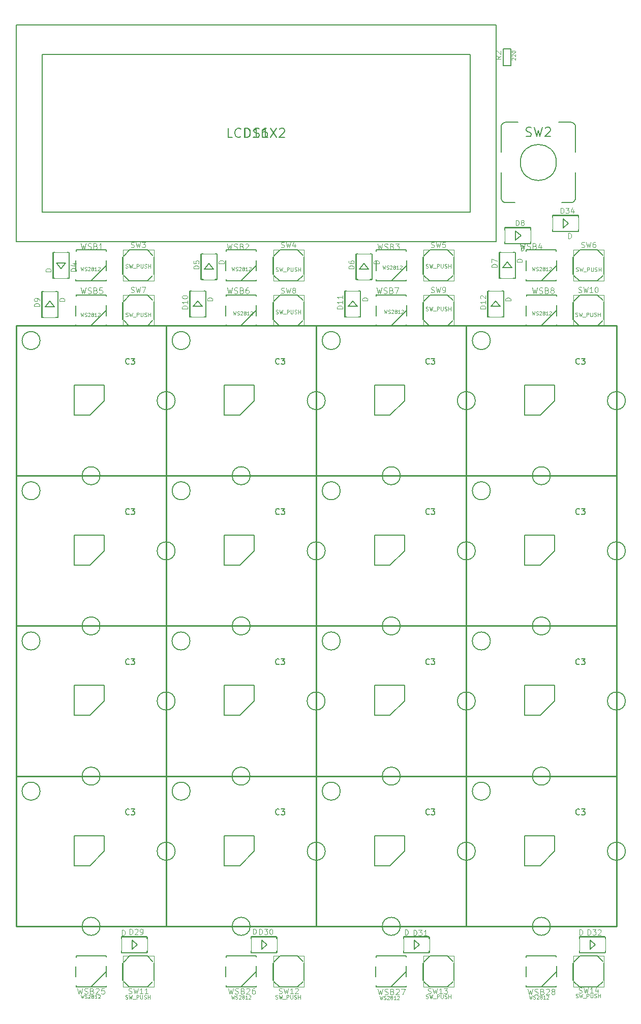
<source format=gto>
G04 #@! TF.FileFunction,Legend,Top*
%FSLAX46Y46*%
G04 Gerber Fmt 4.6, Leading zero omitted, Abs format (unit mm)*
G04 Created by KiCad (PCBNEW 4.0.4-stable) date 07/12/17 09:58:22*
%MOMM*%
%LPD*%
G01*
G04 APERTURE LIST*
%ADD10C,2.000000*%
%ADD11C,0.150000*%
%ADD12C,0.254000*%
%ADD13C,0.203200*%
%ADD14C,0.127000*%
%ADD15C,0.066040*%
%ADD16C,0.152400*%
%ADD17C,0.101600*%
%ADD18C,0.076200*%
%ADD19C,0.081280*%
%ADD20C,0.048768*%
G04 APERTURE END LIST*
D10*
D11*
X4000000Y-52500000D02*
G75*
G03X4000000Y-52500000I-1500000J0D01*
G01*
X14000000Y-75000000D02*
G75*
G03X14000000Y-75000000I-1500000J0D01*
G01*
X26500000Y-62500000D02*
G75*
G03X26500000Y-62500000I-1500000J0D01*
G01*
X12300000Y-64900000D02*
X14700000Y-62500000D01*
X9700000Y-64900000D02*
X12300000Y-64900000D01*
X9700000Y-59900000D02*
X9700000Y-64900000D01*
X14700000Y-59900000D02*
X9700000Y-59900000D01*
X14700000Y-62500000D02*
X14700000Y-59900000D01*
D12*
X0Y-75000000D02*
X0Y-50000000D01*
X0Y-50000000D02*
X25000000Y-50000000D01*
X25000000Y-50000000D02*
X25000000Y-75000000D01*
X25000000Y-75000000D02*
X0Y-75000000D01*
D11*
X29000000Y-52500000D02*
G75*
G03X29000000Y-52500000I-1500000J0D01*
G01*
X39000000Y-75000000D02*
G75*
G03X39000000Y-75000000I-1500000J0D01*
G01*
X51500000Y-62500000D02*
G75*
G03X51500000Y-62500000I-1500000J0D01*
G01*
X37300000Y-64900000D02*
X39700000Y-62500000D01*
X34700000Y-64900000D02*
X37300000Y-64900000D01*
X34700000Y-59900000D02*
X34700000Y-64900000D01*
X39700000Y-59900000D02*
X34700000Y-59900000D01*
X39700000Y-62500000D02*
X39700000Y-59900000D01*
D12*
X25000000Y-75000000D02*
X25000000Y-50000000D01*
X25000000Y-50000000D02*
X50000000Y-50000000D01*
X50000000Y-50000000D02*
X50000000Y-75000000D01*
X50000000Y-75000000D02*
X25000000Y-75000000D01*
D13*
X0Y0D02*
X80000000Y0D01*
X80000000Y0D02*
X80000000Y-36000000D01*
X80000000Y-36000000D02*
X0Y-36000000D01*
X0Y-36000000D02*
X0Y0D01*
X4350000Y-4850000D02*
X75650000Y-4850000D01*
X75650000Y-4850000D02*
X75650000Y-31150000D01*
X75650000Y-31150000D02*
X4350000Y-31150000D01*
X4350000Y-31150000D02*
X4350000Y-4850000D01*
X93195000Y-24560000D02*
X93195000Y-28753800D01*
X92388800Y-29560000D02*
G75*
G03X93195000Y-28753800I0J806200D01*
G01*
X92388800Y-29560000D02*
X90895000Y-29560000D01*
X81601200Y-29560000D02*
G75*
G02X80795000Y-28753800I0J806200D01*
G01*
X81601200Y-29560000D02*
X83095000Y-29560000D01*
X80795000Y-24560000D02*
X80795000Y-28753800D01*
X80795000Y-21160000D02*
X80795000Y-16966200D01*
X81601200Y-16160000D02*
G75*
G03X80795000Y-16966200I0J-806200D01*
G01*
X81601200Y-16160000D02*
X83595000Y-16160000D01*
X92388800Y-16160000D02*
G75*
G02X93195000Y-16966200I0J-806200D01*
G01*
X92388800Y-16160000D02*
X90395000Y-16160000D01*
X93195000Y-21160000D02*
X93195000Y-16966200D01*
X89995000Y-22860000D02*
G75*
G03X89995000Y-22860000I-3000000J0D01*
G01*
D14*
X82423000Y-3937000D02*
X82423000Y-6731000D01*
X82423000Y-6731000D02*
X81153000Y-6731000D01*
X81153000Y-6731000D02*
X81153000Y-3937000D01*
X81153000Y-3937000D02*
X82423000Y-3937000D01*
D13*
X9987800Y-37637797D02*
X9987800Y-37383797D01*
X9987800Y-37383797D02*
X10038600Y-37383797D01*
X10038600Y-37383797D02*
X10038600Y-37388878D01*
X10038600Y-37388878D02*
X14989059Y-37388878D01*
X14989059Y-37388878D02*
X14989059Y-37620019D01*
X9967481Y-42319022D02*
X9967481Y-42590800D01*
X9967481Y-42590800D02*
X10018281Y-42590800D01*
X10018281Y-42590800D02*
X10018281Y-42593341D01*
X10018281Y-42593341D02*
X14986519Y-42593341D01*
X14986519Y-42593341D02*
X14986519Y-42367281D01*
X9937000Y-40889000D02*
X9937000Y-39187200D01*
X15017000Y-39136400D02*
X15017000Y-40000000D01*
X15017000Y-40000000D02*
X15017000Y-40863600D01*
X15017000Y-40000000D02*
X12477000Y-42540000D01*
X35010800Y-37637797D02*
X35010800Y-37383797D01*
X35010800Y-37383797D02*
X35061600Y-37383797D01*
X35061600Y-37383797D02*
X35061600Y-37388878D01*
X35061600Y-37388878D02*
X40012059Y-37388878D01*
X40012059Y-37388878D02*
X40012059Y-37620019D01*
X34990481Y-42319022D02*
X34990481Y-42590800D01*
X34990481Y-42590800D02*
X35041281Y-42590800D01*
X35041281Y-42590800D02*
X35041281Y-42593341D01*
X35041281Y-42593341D02*
X40009519Y-42593341D01*
X40009519Y-42593341D02*
X40009519Y-42367281D01*
X34960000Y-40889000D02*
X34960000Y-39187200D01*
X40040000Y-39136400D02*
X40040000Y-40000000D01*
X40040000Y-40000000D02*
X40040000Y-40863600D01*
X40040000Y-40000000D02*
X37500000Y-42540000D01*
X60010800Y-37637797D02*
X60010800Y-37383797D01*
X60010800Y-37383797D02*
X60061600Y-37383797D01*
X60061600Y-37383797D02*
X60061600Y-37388878D01*
X60061600Y-37388878D02*
X65012059Y-37388878D01*
X65012059Y-37388878D02*
X65012059Y-37620019D01*
X59990481Y-42319022D02*
X59990481Y-42590800D01*
X59990481Y-42590800D02*
X60041281Y-42590800D01*
X60041281Y-42590800D02*
X60041281Y-42593341D01*
X60041281Y-42593341D02*
X65009519Y-42593341D01*
X65009519Y-42593341D02*
X65009519Y-42367281D01*
X59960000Y-40889000D02*
X59960000Y-39187200D01*
X65040000Y-39136400D02*
X65040000Y-40000000D01*
X65040000Y-40000000D02*
X65040000Y-40863600D01*
X65040000Y-40000000D02*
X62500000Y-42540000D01*
X84987800Y-37637797D02*
X84987800Y-37383797D01*
X84987800Y-37383797D02*
X85038600Y-37383797D01*
X85038600Y-37383797D02*
X85038600Y-37388878D01*
X85038600Y-37388878D02*
X89989059Y-37388878D01*
X89989059Y-37388878D02*
X89989059Y-37620019D01*
X84967481Y-42319022D02*
X84967481Y-42590800D01*
X84967481Y-42590800D02*
X85018281Y-42590800D01*
X85018281Y-42590800D02*
X85018281Y-42593341D01*
X85018281Y-42593341D02*
X89986519Y-42593341D01*
X89986519Y-42593341D02*
X89986519Y-42367281D01*
X84937000Y-40889000D02*
X84937000Y-39187200D01*
X90017000Y-39136400D02*
X90017000Y-40000000D01*
X90017000Y-40000000D02*
X90017000Y-40863600D01*
X90017000Y-40000000D02*
X87477000Y-42540000D01*
X9987800Y-45137797D02*
X9987800Y-44883797D01*
X9987800Y-44883797D02*
X10038600Y-44883797D01*
X10038600Y-44883797D02*
X10038600Y-44888878D01*
X10038600Y-44888878D02*
X14989059Y-44888878D01*
X14989059Y-44888878D02*
X14989059Y-45120019D01*
X9967481Y-49819022D02*
X9967481Y-50090800D01*
X9967481Y-50090800D02*
X10018281Y-50090800D01*
X10018281Y-50090800D02*
X10018281Y-50093341D01*
X10018281Y-50093341D02*
X14986519Y-50093341D01*
X14986519Y-50093341D02*
X14986519Y-49867281D01*
X9937000Y-48389000D02*
X9937000Y-46687200D01*
X15017000Y-46636400D02*
X15017000Y-47500000D01*
X15017000Y-47500000D02*
X15017000Y-48363600D01*
X15017000Y-47500000D02*
X12477000Y-50040000D01*
X34987800Y-45137797D02*
X34987800Y-44883797D01*
X34987800Y-44883797D02*
X35038600Y-44883797D01*
X35038600Y-44883797D02*
X35038600Y-44888878D01*
X35038600Y-44888878D02*
X39989059Y-44888878D01*
X39989059Y-44888878D02*
X39989059Y-45120019D01*
X34967481Y-49819022D02*
X34967481Y-50090800D01*
X34967481Y-50090800D02*
X35018281Y-50090800D01*
X35018281Y-50090800D02*
X35018281Y-50093341D01*
X35018281Y-50093341D02*
X39986519Y-50093341D01*
X39986519Y-50093341D02*
X39986519Y-49867281D01*
X34937000Y-48389000D02*
X34937000Y-46687200D01*
X40017000Y-46636400D02*
X40017000Y-47500000D01*
X40017000Y-47500000D02*
X40017000Y-48363600D01*
X40017000Y-47500000D02*
X37477000Y-50040000D01*
X60010800Y-45137797D02*
X60010800Y-44883797D01*
X60010800Y-44883797D02*
X60061600Y-44883797D01*
X60061600Y-44883797D02*
X60061600Y-44888878D01*
X60061600Y-44888878D02*
X65012059Y-44888878D01*
X65012059Y-44888878D02*
X65012059Y-45120019D01*
X59990481Y-49819022D02*
X59990481Y-50090800D01*
X59990481Y-50090800D02*
X60041281Y-50090800D01*
X60041281Y-50090800D02*
X60041281Y-50093341D01*
X60041281Y-50093341D02*
X65009519Y-50093341D01*
X65009519Y-50093341D02*
X65009519Y-49867281D01*
X59960000Y-48389000D02*
X59960000Y-46687200D01*
X65040000Y-46636400D02*
X65040000Y-47500000D01*
X65040000Y-47500000D02*
X65040000Y-48363600D01*
X65040000Y-47500000D02*
X62500000Y-50040000D01*
X85010800Y-45137797D02*
X85010800Y-44883797D01*
X85010800Y-44883797D02*
X85061600Y-44883797D01*
X85061600Y-44883797D02*
X85061600Y-44888878D01*
X85061600Y-44888878D02*
X90012059Y-44888878D01*
X90012059Y-44888878D02*
X90012059Y-45120019D01*
X84990481Y-49819022D02*
X84990481Y-50090800D01*
X84990481Y-50090800D02*
X85041281Y-50090800D01*
X85041281Y-50090800D02*
X85041281Y-50093341D01*
X85041281Y-50093341D02*
X90009519Y-50093341D01*
X90009519Y-50093341D02*
X90009519Y-49867281D01*
X84960000Y-48389000D02*
X84960000Y-46687200D01*
X90040000Y-46636400D02*
X90040000Y-47500000D01*
X90040000Y-47500000D02*
X90040000Y-48363600D01*
X90040000Y-47500000D02*
X87500000Y-50040000D01*
X10010800Y-155137797D02*
X10010800Y-154883797D01*
X10010800Y-154883797D02*
X10061600Y-154883797D01*
X10061600Y-154883797D02*
X10061600Y-154888878D01*
X10061600Y-154888878D02*
X15012059Y-154888878D01*
X15012059Y-154888878D02*
X15012059Y-155120019D01*
X9990481Y-159819022D02*
X9990481Y-160090800D01*
X9990481Y-160090800D02*
X10041281Y-160090800D01*
X10041281Y-160090800D02*
X10041281Y-160093341D01*
X10041281Y-160093341D02*
X15009519Y-160093341D01*
X15009519Y-160093341D02*
X15009519Y-159867281D01*
X9960000Y-158389000D02*
X9960000Y-156687200D01*
X15040000Y-156636400D02*
X15040000Y-157500000D01*
X15040000Y-157500000D02*
X15040000Y-158363600D01*
X15040000Y-157500000D02*
X12500000Y-160040000D01*
X34987800Y-155137797D02*
X34987800Y-154883797D01*
X34987800Y-154883797D02*
X35038600Y-154883797D01*
X35038600Y-154883797D02*
X35038600Y-154888878D01*
X35038600Y-154888878D02*
X39989059Y-154888878D01*
X39989059Y-154888878D02*
X39989059Y-155120019D01*
X34967481Y-159819022D02*
X34967481Y-160090800D01*
X34967481Y-160090800D02*
X35018281Y-160090800D01*
X35018281Y-160090800D02*
X35018281Y-160093341D01*
X35018281Y-160093341D02*
X39986519Y-160093341D01*
X39986519Y-160093341D02*
X39986519Y-159867281D01*
X34937000Y-158389000D02*
X34937000Y-156687200D01*
X40017000Y-156636400D02*
X40017000Y-157500000D01*
X40017000Y-157500000D02*
X40017000Y-158363600D01*
X40017000Y-157500000D02*
X37477000Y-160040000D01*
X59987800Y-155137797D02*
X59987800Y-154883797D01*
X59987800Y-154883797D02*
X60038600Y-154883797D01*
X60038600Y-154883797D02*
X60038600Y-154888878D01*
X60038600Y-154888878D02*
X64989059Y-154888878D01*
X64989059Y-154888878D02*
X64989059Y-155120019D01*
X59967481Y-159819022D02*
X59967481Y-160090800D01*
X59967481Y-160090800D02*
X60018281Y-160090800D01*
X60018281Y-160090800D02*
X60018281Y-160093341D01*
X60018281Y-160093341D02*
X64986519Y-160093341D01*
X64986519Y-160093341D02*
X64986519Y-159867281D01*
X59937000Y-158389000D02*
X59937000Y-156687200D01*
X65017000Y-156636400D02*
X65017000Y-157500000D01*
X65017000Y-157500000D02*
X65017000Y-158363600D01*
X65017000Y-157500000D02*
X62477000Y-160040000D01*
X84987800Y-155137797D02*
X84987800Y-154883797D01*
X84987800Y-154883797D02*
X85038600Y-154883797D01*
X85038600Y-154883797D02*
X85038600Y-154888878D01*
X85038600Y-154888878D02*
X89989059Y-154888878D01*
X89989059Y-154888878D02*
X89989059Y-155120019D01*
X84967481Y-159819022D02*
X84967481Y-160090800D01*
X84967481Y-160090800D02*
X85018281Y-160090800D01*
X85018281Y-160090800D02*
X85018281Y-160093341D01*
X85018281Y-160093341D02*
X89986519Y-160093341D01*
X89986519Y-160093341D02*
X89986519Y-159867281D01*
X84937000Y-158389000D02*
X84937000Y-156687200D01*
X90017000Y-156636400D02*
X90017000Y-157500000D01*
X90017000Y-157500000D02*
X90017000Y-158363600D01*
X90017000Y-157500000D02*
X87477000Y-160040000D01*
D11*
X54000000Y-52500000D02*
G75*
G03X54000000Y-52500000I-1500000J0D01*
G01*
X64000000Y-75000000D02*
G75*
G03X64000000Y-75000000I-1500000J0D01*
G01*
X76500000Y-62500000D02*
G75*
G03X76500000Y-62500000I-1500000J0D01*
G01*
X62300000Y-64900000D02*
X64700000Y-62500000D01*
X59700000Y-64900000D02*
X62300000Y-64900000D01*
X59700000Y-59900000D02*
X59700000Y-64900000D01*
X64700000Y-59900000D02*
X59700000Y-59900000D01*
X64700000Y-62500000D02*
X64700000Y-59900000D01*
D12*
X50000000Y-75000000D02*
X50000000Y-50000000D01*
X50000000Y-50000000D02*
X75000000Y-50000000D01*
X75000000Y-50000000D02*
X75000000Y-75000000D01*
X75000000Y-75000000D02*
X50000000Y-75000000D01*
D11*
X79000000Y-52500000D02*
G75*
G03X79000000Y-52500000I-1500000J0D01*
G01*
X89000000Y-75000000D02*
G75*
G03X89000000Y-75000000I-1500000J0D01*
G01*
X101500000Y-62500000D02*
G75*
G03X101500000Y-62500000I-1500000J0D01*
G01*
X87300000Y-64900000D02*
X89700000Y-62500000D01*
X84700000Y-64900000D02*
X87300000Y-64900000D01*
X84700000Y-59900000D02*
X84700000Y-64900000D01*
X89700000Y-59900000D02*
X84700000Y-59900000D01*
X89700000Y-62500000D02*
X89700000Y-59900000D01*
D12*
X75000000Y-75000000D02*
X75000000Y-50000000D01*
X75000000Y-50000000D02*
X100000000Y-50000000D01*
X100000000Y-50000000D02*
X100000000Y-75000000D01*
X100000000Y-75000000D02*
X75000000Y-75000000D01*
D11*
X4000000Y-77500000D02*
G75*
G03X4000000Y-77500000I-1500000J0D01*
G01*
X14000000Y-100000000D02*
G75*
G03X14000000Y-100000000I-1500000J0D01*
G01*
X26500000Y-87500000D02*
G75*
G03X26500000Y-87500000I-1500000J0D01*
G01*
X12300000Y-89900000D02*
X14700000Y-87500000D01*
X9700000Y-89900000D02*
X12300000Y-89900000D01*
X9700000Y-84900000D02*
X9700000Y-89900000D01*
X14700000Y-84900000D02*
X9700000Y-84900000D01*
X14700000Y-87500000D02*
X14700000Y-84900000D01*
D12*
X0Y-100000000D02*
X0Y-75000000D01*
X0Y-75000000D02*
X25000000Y-75000000D01*
X25000000Y-75000000D02*
X25000000Y-100000000D01*
X25000000Y-100000000D02*
X0Y-100000000D01*
D11*
X29000000Y-77500000D02*
G75*
G03X29000000Y-77500000I-1500000J0D01*
G01*
X39000000Y-100000000D02*
G75*
G03X39000000Y-100000000I-1500000J0D01*
G01*
X51500000Y-87500000D02*
G75*
G03X51500000Y-87500000I-1500000J0D01*
G01*
X37300000Y-89900000D02*
X39700000Y-87500000D01*
X34700000Y-89900000D02*
X37300000Y-89900000D01*
X34700000Y-84900000D02*
X34700000Y-89900000D01*
X39700000Y-84900000D02*
X34700000Y-84900000D01*
X39700000Y-87500000D02*
X39700000Y-84900000D01*
D12*
X25000000Y-100000000D02*
X25000000Y-75000000D01*
X25000000Y-75000000D02*
X50000000Y-75000000D01*
X50000000Y-75000000D02*
X50000000Y-100000000D01*
X50000000Y-100000000D02*
X25000000Y-100000000D01*
D11*
X54000000Y-77500000D02*
G75*
G03X54000000Y-77500000I-1500000J0D01*
G01*
X64000000Y-100000000D02*
G75*
G03X64000000Y-100000000I-1500000J0D01*
G01*
X76500000Y-87500000D02*
G75*
G03X76500000Y-87500000I-1500000J0D01*
G01*
X62300000Y-89900000D02*
X64700000Y-87500000D01*
X59700000Y-89900000D02*
X62300000Y-89900000D01*
X59700000Y-84900000D02*
X59700000Y-89900000D01*
X64700000Y-84900000D02*
X59700000Y-84900000D01*
X64700000Y-87500000D02*
X64700000Y-84900000D01*
D12*
X50000000Y-100000000D02*
X50000000Y-75000000D01*
X50000000Y-75000000D02*
X75000000Y-75000000D01*
X75000000Y-75000000D02*
X75000000Y-100000000D01*
X75000000Y-100000000D02*
X50000000Y-100000000D01*
D11*
X79000000Y-77500000D02*
G75*
G03X79000000Y-77500000I-1500000J0D01*
G01*
X89000000Y-100000000D02*
G75*
G03X89000000Y-100000000I-1500000J0D01*
G01*
X101500000Y-87500000D02*
G75*
G03X101500000Y-87500000I-1500000J0D01*
G01*
X87300000Y-89900000D02*
X89700000Y-87500000D01*
X84700000Y-89900000D02*
X87300000Y-89900000D01*
X84700000Y-84900000D02*
X84700000Y-89900000D01*
X89700000Y-84900000D02*
X84700000Y-84900000D01*
X89700000Y-87500000D02*
X89700000Y-84900000D01*
D12*
X75000000Y-100000000D02*
X75000000Y-75000000D01*
X75000000Y-75000000D02*
X100000000Y-75000000D01*
X100000000Y-75000000D02*
X100000000Y-100000000D01*
X100000000Y-100000000D02*
X75000000Y-100000000D01*
D11*
X4000000Y-102500000D02*
G75*
G03X4000000Y-102500000I-1500000J0D01*
G01*
X14000000Y-125000000D02*
G75*
G03X14000000Y-125000000I-1500000J0D01*
G01*
X26500000Y-112500000D02*
G75*
G03X26500000Y-112500000I-1500000J0D01*
G01*
X12300000Y-114900000D02*
X14700000Y-112500000D01*
X9700000Y-114900000D02*
X12300000Y-114900000D01*
X9700000Y-109900000D02*
X9700000Y-114900000D01*
X14700000Y-109900000D02*
X9700000Y-109900000D01*
X14700000Y-112500000D02*
X14700000Y-109900000D01*
D12*
X0Y-125000000D02*
X0Y-100000000D01*
X0Y-100000000D02*
X25000000Y-100000000D01*
X25000000Y-100000000D02*
X25000000Y-125000000D01*
X25000000Y-125000000D02*
X0Y-125000000D01*
D11*
X28977000Y-102500000D02*
G75*
G03X28977000Y-102500000I-1500000J0D01*
G01*
X38977000Y-125000000D02*
G75*
G03X38977000Y-125000000I-1500000J0D01*
G01*
X51477000Y-112500000D02*
G75*
G03X51477000Y-112500000I-1500000J0D01*
G01*
X37277000Y-114900000D02*
X39677000Y-112500000D01*
X34677000Y-114900000D02*
X37277000Y-114900000D01*
X34677000Y-109900000D02*
X34677000Y-114900000D01*
X39677000Y-109900000D02*
X34677000Y-109900000D01*
X39677000Y-112500000D02*
X39677000Y-109900000D01*
D12*
X24977000Y-125000000D02*
X24977000Y-100000000D01*
X24977000Y-100000000D02*
X49977000Y-100000000D01*
X49977000Y-100000000D02*
X49977000Y-125000000D01*
X49977000Y-125000000D02*
X24977000Y-125000000D01*
D11*
X54000000Y-102500000D02*
G75*
G03X54000000Y-102500000I-1500000J0D01*
G01*
X64000000Y-125000000D02*
G75*
G03X64000000Y-125000000I-1500000J0D01*
G01*
X76500000Y-112500000D02*
G75*
G03X76500000Y-112500000I-1500000J0D01*
G01*
X62300000Y-114900000D02*
X64700000Y-112500000D01*
X59700000Y-114900000D02*
X62300000Y-114900000D01*
X59700000Y-109900000D02*
X59700000Y-114900000D01*
X64700000Y-109900000D02*
X59700000Y-109900000D01*
X64700000Y-112500000D02*
X64700000Y-109900000D01*
D12*
X50000000Y-125000000D02*
X50000000Y-100000000D01*
X50000000Y-100000000D02*
X75000000Y-100000000D01*
X75000000Y-100000000D02*
X75000000Y-125000000D01*
X75000000Y-125000000D02*
X50000000Y-125000000D01*
D11*
X79000000Y-102500000D02*
G75*
G03X79000000Y-102500000I-1500000J0D01*
G01*
X89000000Y-125000000D02*
G75*
G03X89000000Y-125000000I-1500000J0D01*
G01*
X101500000Y-112500000D02*
G75*
G03X101500000Y-112500000I-1500000J0D01*
G01*
X87300000Y-114900000D02*
X89700000Y-112500000D01*
X84700000Y-114900000D02*
X87300000Y-114900000D01*
X84700000Y-109900000D02*
X84700000Y-114900000D01*
X89700000Y-109900000D02*
X84700000Y-109900000D01*
X89700000Y-112500000D02*
X89700000Y-109900000D01*
D12*
X75000000Y-125000000D02*
X75000000Y-100000000D01*
X75000000Y-100000000D02*
X100000000Y-100000000D01*
X100000000Y-100000000D02*
X100000000Y-125000000D01*
X100000000Y-125000000D02*
X75000000Y-125000000D01*
D11*
X4000000Y-127500000D02*
G75*
G03X4000000Y-127500000I-1500000J0D01*
G01*
X14000000Y-150000000D02*
G75*
G03X14000000Y-150000000I-1500000J0D01*
G01*
X26500000Y-137500000D02*
G75*
G03X26500000Y-137500000I-1500000J0D01*
G01*
X12300000Y-139900000D02*
X14700000Y-137500000D01*
X9700000Y-139900000D02*
X12300000Y-139900000D01*
X9700000Y-134900000D02*
X9700000Y-139900000D01*
X14700000Y-134900000D02*
X9700000Y-134900000D01*
X14700000Y-137500000D02*
X14700000Y-134900000D01*
D12*
X0Y-150000000D02*
X0Y-125000000D01*
X0Y-125000000D02*
X25000000Y-125000000D01*
X25000000Y-125000000D02*
X25000000Y-150000000D01*
X25000000Y-150000000D02*
X0Y-150000000D01*
D11*
X29000000Y-127500000D02*
G75*
G03X29000000Y-127500000I-1500000J0D01*
G01*
X39000000Y-150000000D02*
G75*
G03X39000000Y-150000000I-1500000J0D01*
G01*
X51500000Y-137500000D02*
G75*
G03X51500000Y-137500000I-1500000J0D01*
G01*
X37300000Y-139900000D02*
X39700000Y-137500000D01*
X34700000Y-139900000D02*
X37300000Y-139900000D01*
X34700000Y-134900000D02*
X34700000Y-139900000D01*
X39700000Y-134900000D02*
X34700000Y-134900000D01*
X39700000Y-137500000D02*
X39700000Y-134900000D01*
D12*
X25000000Y-150000000D02*
X25000000Y-125000000D01*
X25000000Y-125000000D02*
X50000000Y-125000000D01*
X50000000Y-125000000D02*
X50000000Y-150000000D01*
X50000000Y-150000000D02*
X25000000Y-150000000D01*
D11*
X54000000Y-127500000D02*
G75*
G03X54000000Y-127500000I-1500000J0D01*
G01*
X64000000Y-150000000D02*
G75*
G03X64000000Y-150000000I-1500000J0D01*
G01*
X76500000Y-137500000D02*
G75*
G03X76500000Y-137500000I-1500000J0D01*
G01*
X62300000Y-139900000D02*
X64700000Y-137500000D01*
X59700000Y-139900000D02*
X62300000Y-139900000D01*
X59700000Y-134900000D02*
X59700000Y-139900000D01*
X64700000Y-134900000D02*
X59700000Y-134900000D01*
X64700000Y-137500000D02*
X64700000Y-134900000D01*
D12*
X50000000Y-150000000D02*
X50000000Y-125000000D01*
X50000000Y-125000000D02*
X75000000Y-125000000D01*
X75000000Y-125000000D02*
X75000000Y-150000000D01*
X75000000Y-150000000D02*
X50000000Y-150000000D01*
D11*
X79000000Y-127500000D02*
G75*
G03X79000000Y-127500000I-1500000J0D01*
G01*
X89000000Y-150000000D02*
G75*
G03X89000000Y-150000000I-1500000J0D01*
G01*
X101500000Y-137500000D02*
G75*
G03X101500000Y-137500000I-1500000J0D01*
G01*
X87300000Y-139900000D02*
X89700000Y-137500000D01*
X84700000Y-139900000D02*
X87300000Y-139900000D01*
X84700000Y-134900000D02*
X84700000Y-139900000D01*
X89700000Y-134900000D02*
X84700000Y-134900000D01*
X89700000Y-137500000D02*
X89700000Y-134900000D01*
D12*
X75000000Y-150000000D02*
X75000000Y-125000000D01*
X75000000Y-125000000D02*
X100000000Y-125000000D01*
X100000000Y-125000000D02*
X100000000Y-150000000D01*
X100000000Y-150000000D02*
X75000000Y-150000000D01*
D15*
X6230000Y-37841000D02*
X6230000Y-42159000D01*
X6230000Y-42159000D02*
X8770000Y-42159000D01*
X8770000Y-37841000D02*
X8770000Y-42159000D01*
X6230000Y-37841000D02*
X8770000Y-37841000D01*
D14*
X8848740Y-37856240D02*
X8848740Y-42143760D01*
X6151260Y-42143760D02*
X6151260Y-37856240D01*
X8797940Y-42148840D02*
X8498220Y-42148840D01*
X6202060Y-42148840D02*
X6501780Y-42148840D01*
X6202060Y-37851160D02*
X6501780Y-37851160D01*
X8797940Y-37851160D02*
X8498220Y-37851160D01*
X8262000Y-39619000D02*
X7500000Y-40508000D01*
X7500000Y-40508000D02*
X6738000Y-39619000D01*
X6738000Y-39619000D02*
X8262000Y-39619000D01*
D15*
X33425000Y-42349000D02*
X33425000Y-38031000D01*
X33425000Y-38031000D02*
X30885000Y-38031000D01*
X30885000Y-42349000D02*
X30885000Y-38031000D01*
X33425000Y-42349000D02*
X30885000Y-42349000D01*
D14*
X30806260Y-42333760D02*
X30806260Y-38046240D01*
X33503740Y-38046240D02*
X33503740Y-42333760D01*
X30857060Y-38041160D02*
X31156780Y-38041160D01*
X33452940Y-38041160D02*
X33153220Y-38041160D01*
X33452940Y-42338840D02*
X33153220Y-42338840D01*
X30857060Y-42338840D02*
X31156780Y-42338840D01*
X31393000Y-40571000D02*
X32155000Y-39682000D01*
X32155000Y-39682000D02*
X32917000Y-40571000D01*
X32917000Y-40571000D02*
X31393000Y-40571000D01*
D15*
X59225000Y-42349000D02*
X59225000Y-38031000D01*
X59225000Y-38031000D02*
X56685000Y-38031000D01*
X56685000Y-42349000D02*
X56685000Y-38031000D01*
X59225000Y-42349000D02*
X56685000Y-42349000D01*
D14*
X56606260Y-42333760D02*
X56606260Y-38046240D01*
X59303740Y-38046240D02*
X59303740Y-42333760D01*
X56657060Y-38041160D02*
X56956780Y-38041160D01*
X59252940Y-38041160D02*
X58953220Y-38041160D01*
X59252940Y-42338840D02*
X58953220Y-42338840D01*
X56657060Y-42338840D02*
X56956780Y-42338840D01*
X57193000Y-40571000D02*
X57955000Y-39682000D01*
X57955000Y-39682000D02*
X58717000Y-40571000D01*
X58717000Y-40571000D02*
X57193000Y-40571000D01*
D15*
X83070000Y-42119400D02*
X83070000Y-37801400D01*
X83070000Y-37801400D02*
X80530000Y-37801400D01*
X80530000Y-42119400D02*
X80530000Y-37801400D01*
X83070000Y-42119400D02*
X80530000Y-42119400D01*
D14*
X80451260Y-42104160D02*
X80451260Y-37816640D01*
X83148740Y-37816640D02*
X83148740Y-42104160D01*
X80502060Y-37811560D02*
X80801780Y-37811560D01*
X83097940Y-37811560D02*
X82798220Y-37811560D01*
X83097940Y-42109240D02*
X82798220Y-42109240D01*
X80502060Y-42109240D02*
X80801780Y-42109240D01*
X81038000Y-40341400D02*
X81800000Y-39452400D01*
X81800000Y-39452400D02*
X82562000Y-40341400D01*
X82562000Y-40341400D02*
X81038000Y-40341400D01*
D15*
X81407000Y-36322000D02*
X85725000Y-36322000D01*
X85725000Y-36322000D02*
X85725000Y-33782000D01*
X81407000Y-33782000D02*
X85725000Y-33782000D01*
X81407000Y-36322000D02*
X81407000Y-33782000D01*
D14*
X81422240Y-33703260D02*
X85709760Y-33703260D01*
X85709760Y-36400740D02*
X81422240Y-36400740D01*
X85714840Y-33754060D02*
X85714840Y-34053780D01*
X85714840Y-36349940D02*
X85714840Y-36050220D01*
X81417160Y-36349940D02*
X81417160Y-36050220D01*
X81417160Y-33754060D02*
X81417160Y-34053780D01*
X83185000Y-34290000D02*
X84074000Y-35052000D01*
X84074000Y-35052000D02*
X83185000Y-35814000D01*
X83185000Y-35814000D02*
X83185000Y-34290000D01*
D15*
X6865000Y-48639000D02*
X6865000Y-44321000D01*
X6865000Y-44321000D02*
X4325000Y-44321000D01*
X4325000Y-48639000D02*
X4325000Y-44321000D01*
X6865000Y-48639000D02*
X4325000Y-48639000D01*
D14*
X4246260Y-48623760D02*
X4246260Y-44336240D01*
X6943740Y-44336240D02*
X6943740Y-48623760D01*
X4297060Y-44331160D02*
X4596780Y-44331160D01*
X6892940Y-44331160D02*
X6593220Y-44331160D01*
X6892940Y-48628840D02*
X6593220Y-48628840D01*
X4297060Y-48628840D02*
X4596780Y-48628840D01*
X4833000Y-46861000D02*
X5595000Y-45972000D01*
X5595000Y-45972000D02*
X6357000Y-46861000D01*
X6357000Y-46861000D02*
X4833000Y-46861000D01*
D15*
X31520000Y-48579000D02*
X31520000Y-44261000D01*
X31520000Y-44261000D02*
X28980000Y-44261000D01*
X28980000Y-48579000D02*
X28980000Y-44261000D01*
X31520000Y-48579000D02*
X28980000Y-48579000D01*
D14*
X28901260Y-48563760D02*
X28901260Y-44276240D01*
X31598740Y-44276240D02*
X31598740Y-48563760D01*
X28952060Y-44271160D02*
X29251780Y-44271160D01*
X31547940Y-44271160D02*
X31248220Y-44271160D01*
X31547940Y-48568840D02*
X31248220Y-48568840D01*
X28952060Y-48568840D02*
X29251780Y-48568840D01*
X29488000Y-46801000D02*
X30250000Y-45912000D01*
X30250000Y-45912000D02*
X31012000Y-46801000D01*
X31012000Y-46801000D02*
X29488000Y-46801000D01*
D15*
X57320000Y-48579000D02*
X57320000Y-44261000D01*
X57320000Y-44261000D02*
X54780000Y-44261000D01*
X54780000Y-48579000D02*
X54780000Y-44261000D01*
X57320000Y-48579000D02*
X54780000Y-48579000D01*
D14*
X54701260Y-48563760D02*
X54701260Y-44276240D01*
X57398740Y-44276240D02*
X57398740Y-48563760D01*
X54752060Y-44271160D02*
X55051780Y-44271160D01*
X57347940Y-44271160D02*
X57048220Y-44271160D01*
X57347940Y-48568840D02*
X57048220Y-48568840D01*
X54752060Y-48568840D02*
X55051780Y-48568840D01*
X55288000Y-46801000D02*
X56050000Y-45912000D01*
X56050000Y-45912000D02*
X56812000Y-46801000D01*
X56812000Y-46801000D02*
X55288000Y-46801000D01*
D15*
X81165000Y-48579000D02*
X81165000Y-44261000D01*
X81165000Y-44261000D02*
X78625000Y-44261000D01*
X78625000Y-48579000D02*
X78625000Y-44261000D01*
X81165000Y-48579000D02*
X78625000Y-48579000D01*
D14*
X78546260Y-48563760D02*
X78546260Y-44276240D01*
X81243740Y-44276240D02*
X81243740Y-48563760D01*
X78597060Y-44271160D02*
X78896780Y-44271160D01*
X81192940Y-44271160D02*
X80893220Y-44271160D01*
X81192940Y-48568840D02*
X80893220Y-48568840D01*
X78597060Y-48568840D02*
X78896780Y-48568840D01*
X79133000Y-46801000D02*
X79895000Y-45912000D01*
X79895000Y-45912000D02*
X80657000Y-46801000D01*
X80657000Y-46801000D02*
X79133000Y-46801000D01*
D15*
X17526000Y-154305000D02*
X21844000Y-154305000D01*
X21844000Y-154305000D02*
X21844000Y-151765000D01*
X17526000Y-151765000D02*
X21844000Y-151765000D01*
X17526000Y-154305000D02*
X17526000Y-151765000D01*
D14*
X17541240Y-151686260D02*
X21828760Y-151686260D01*
X21828760Y-154383740D02*
X17541240Y-154383740D01*
X21833840Y-151737060D02*
X21833840Y-152036780D01*
X21833840Y-154332940D02*
X21833840Y-154033220D01*
X17536160Y-154332940D02*
X17536160Y-154033220D01*
X17536160Y-151737060D02*
X17536160Y-152036780D01*
X19304000Y-152273000D02*
X20193000Y-153035000D01*
X20193000Y-153035000D02*
X19304000Y-153797000D01*
X19304000Y-153797000D02*
X19304000Y-152273000D01*
D15*
X39116000Y-154305000D02*
X43434000Y-154305000D01*
X43434000Y-154305000D02*
X43434000Y-151765000D01*
X39116000Y-151765000D02*
X43434000Y-151765000D01*
X39116000Y-154305000D02*
X39116000Y-151765000D01*
D14*
X39131240Y-151686260D02*
X43418760Y-151686260D01*
X43418760Y-154383740D02*
X39131240Y-154383740D01*
X43423840Y-151737060D02*
X43423840Y-152036780D01*
X43423840Y-154332940D02*
X43423840Y-154033220D01*
X39126160Y-154332940D02*
X39126160Y-154033220D01*
X39126160Y-151737060D02*
X39126160Y-152036780D01*
X40894000Y-152273000D02*
X41783000Y-153035000D01*
X41783000Y-153035000D02*
X40894000Y-153797000D01*
X40894000Y-153797000D02*
X40894000Y-152273000D01*
D15*
X64516000Y-154305000D02*
X68834000Y-154305000D01*
X68834000Y-154305000D02*
X68834000Y-151765000D01*
X64516000Y-151765000D02*
X68834000Y-151765000D01*
X64516000Y-154305000D02*
X64516000Y-151765000D01*
D14*
X64531240Y-151686260D02*
X68818760Y-151686260D01*
X68818760Y-154383740D02*
X64531240Y-154383740D01*
X68823840Y-151737060D02*
X68823840Y-152036780D01*
X68823840Y-154332940D02*
X68823840Y-154033220D01*
X64526160Y-154332940D02*
X64526160Y-154033220D01*
X64526160Y-151737060D02*
X64526160Y-152036780D01*
X66294000Y-152273000D02*
X67183000Y-153035000D01*
X67183000Y-153035000D02*
X66294000Y-153797000D01*
X66294000Y-153797000D02*
X66294000Y-152273000D01*
D15*
X93818000Y-154305000D02*
X98136000Y-154305000D01*
X98136000Y-154305000D02*
X98136000Y-151765000D01*
X93818000Y-151765000D02*
X98136000Y-151765000D01*
X93818000Y-154305000D02*
X93818000Y-151765000D01*
D14*
X93833240Y-151686260D02*
X98120760Y-151686260D01*
X98120760Y-154383740D02*
X93833240Y-154383740D01*
X98125840Y-151737060D02*
X98125840Y-152036780D01*
X98125840Y-154332940D02*
X98125840Y-154033220D01*
X93828160Y-154332940D02*
X93828160Y-154033220D01*
X93828160Y-151737060D02*
X93828160Y-152036780D01*
X95596000Y-152273000D02*
X96485000Y-153035000D01*
X96485000Y-153035000D02*
X95596000Y-153797000D01*
X95596000Y-153797000D02*
X95596000Y-152273000D01*
D15*
X17854640Y-42598420D02*
X22952420Y-42598420D01*
X22952420Y-42598420D02*
X22952420Y-37401580D01*
X17854640Y-37401580D02*
X22952420Y-37401580D01*
X17854640Y-42598420D02*
X17854640Y-37401580D01*
D14*
X22952420Y-38567440D02*
X22952420Y-41468120D01*
X21852600Y-42598420D02*
X19254180Y-42598420D01*
X19254180Y-42598420D02*
X18896040Y-42598420D01*
X17755580Y-41457960D02*
X17755580Y-38605540D01*
X18954460Y-37401580D02*
X21852600Y-37401580D01*
X18954460Y-37401580D02*
X17956240Y-38402340D01*
X21852600Y-37401580D02*
X22751760Y-38300740D01*
X21852600Y-42598420D02*
X22751760Y-41699260D01*
X18896040Y-42598420D02*
X18855400Y-42598420D01*
X18855400Y-42598420D02*
X17956240Y-41699260D01*
D15*
X42854640Y-42598420D02*
X47952420Y-42598420D01*
X47952420Y-42598420D02*
X47952420Y-37401580D01*
X42854640Y-37401580D02*
X47952420Y-37401580D01*
X42854640Y-42598420D02*
X42854640Y-37401580D01*
D14*
X47952420Y-38567440D02*
X47952420Y-41468120D01*
X46852600Y-42598420D02*
X44254180Y-42598420D01*
X44254180Y-42598420D02*
X43896040Y-42598420D01*
X42755580Y-41457960D02*
X42755580Y-38605540D01*
X43954460Y-37401580D02*
X46852600Y-37401580D01*
X43954460Y-37401580D02*
X42956240Y-38402340D01*
X46852600Y-37401580D02*
X47751760Y-38300740D01*
X46852600Y-42598420D02*
X47751760Y-41699260D01*
X43896040Y-42598420D02*
X43855400Y-42598420D01*
X43855400Y-42598420D02*
X42956240Y-41699260D01*
D15*
X67854640Y-42598420D02*
X72952420Y-42598420D01*
X72952420Y-42598420D02*
X72952420Y-37401580D01*
X67854640Y-37401580D02*
X72952420Y-37401580D01*
X67854640Y-42598420D02*
X67854640Y-37401580D01*
D14*
X72952420Y-38567440D02*
X72952420Y-41468120D01*
X71852600Y-42598420D02*
X69254180Y-42598420D01*
X69254180Y-42598420D02*
X68896040Y-42598420D01*
X67755580Y-41457960D02*
X67755580Y-38605540D01*
X68954460Y-37401580D02*
X71852600Y-37401580D01*
X68954460Y-37401580D02*
X67956240Y-38402340D01*
X71852600Y-37401580D02*
X72751760Y-38300740D01*
X71852600Y-42598420D02*
X72751760Y-41699260D01*
X68896040Y-42598420D02*
X68855400Y-42598420D01*
X68855400Y-42598420D02*
X67956240Y-41699260D01*
D15*
X92854640Y-42598420D02*
X97952420Y-42598420D01*
X97952420Y-42598420D02*
X97952420Y-37401580D01*
X92854640Y-37401580D02*
X97952420Y-37401580D01*
X92854640Y-42598420D02*
X92854640Y-37401580D01*
D14*
X97952420Y-38567440D02*
X97952420Y-41468120D01*
X96852600Y-42598420D02*
X94254180Y-42598420D01*
X94254180Y-42598420D02*
X93896040Y-42598420D01*
X92755580Y-41457960D02*
X92755580Y-38605540D01*
X93954460Y-37401580D02*
X96852600Y-37401580D01*
X93954460Y-37401580D02*
X92956240Y-38402340D01*
X96852600Y-37401580D02*
X97751760Y-38300740D01*
X96852600Y-42598420D02*
X97751760Y-41699260D01*
X93896040Y-42598420D02*
X93855400Y-42598420D01*
X93855400Y-42598420D02*
X92956240Y-41699260D01*
D15*
X17854640Y-50098420D02*
X22952420Y-50098420D01*
X22952420Y-50098420D02*
X22952420Y-44901580D01*
X17854640Y-44901580D02*
X22952420Y-44901580D01*
X17854640Y-50098420D02*
X17854640Y-44901580D01*
D14*
X22952420Y-46067440D02*
X22952420Y-48968120D01*
X21852600Y-50098420D02*
X19254180Y-50098420D01*
X19254180Y-50098420D02*
X18896040Y-50098420D01*
X17755580Y-48957960D02*
X17755580Y-46105540D01*
X18954460Y-44901580D02*
X21852600Y-44901580D01*
X18954460Y-44901580D02*
X17956240Y-45902340D01*
X21852600Y-44901580D02*
X22751760Y-45800740D01*
X21852600Y-50098420D02*
X22751760Y-49199260D01*
X18896040Y-50098420D02*
X18855400Y-50098420D01*
X18855400Y-50098420D02*
X17956240Y-49199260D01*
D15*
X42854640Y-50098420D02*
X47952420Y-50098420D01*
X47952420Y-50098420D02*
X47952420Y-44901580D01*
X42854640Y-44901580D02*
X47952420Y-44901580D01*
X42854640Y-50098420D02*
X42854640Y-44901580D01*
D14*
X47952420Y-46067440D02*
X47952420Y-48968120D01*
X46852600Y-50098420D02*
X44254180Y-50098420D01*
X44254180Y-50098420D02*
X43896040Y-50098420D01*
X42755580Y-48957960D02*
X42755580Y-46105540D01*
X43954460Y-44901580D02*
X46852600Y-44901580D01*
X43954460Y-44901580D02*
X42956240Y-45902340D01*
X46852600Y-44901580D02*
X47751760Y-45800740D01*
X46852600Y-50098420D02*
X47751760Y-49199260D01*
X43896040Y-50098420D02*
X43855400Y-50098420D01*
X43855400Y-50098420D02*
X42956240Y-49199260D01*
D15*
X67854640Y-50098420D02*
X72952420Y-50098420D01*
X72952420Y-50098420D02*
X72952420Y-44901580D01*
X67854640Y-44901580D02*
X72952420Y-44901580D01*
X67854640Y-50098420D02*
X67854640Y-44901580D01*
D14*
X72952420Y-46067440D02*
X72952420Y-48968120D01*
X71852600Y-50098420D02*
X69254180Y-50098420D01*
X69254180Y-50098420D02*
X68896040Y-50098420D01*
X67755580Y-48957960D02*
X67755580Y-46105540D01*
X68954460Y-44901580D02*
X71852600Y-44901580D01*
X68954460Y-44901580D02*
X67956240Y-45902340D01*
X71852600Y-44901580D02*
X72751760Y-45800740D01*
X71852600Y-50098420D02*
X72751760Y-49199260D01*
X68896040Y-50098420D02*
X68855400Y-50098420D01*
X68855400Y-50098420D02*
X67956240Y-49199260D01*
D15*
X92831640Y-50098420D02*
X97929420Y-50098420D01*
X97929420Y-50098420D02*
X97929420Y-44901580D01*
X92831640Y-44901580D02*
X97929420Y-44901580D01*
X92831640Y-50098420D02*
X92831640Y-44901580D01*
D14*
X97929420Y-46067440D02*
X97929420Y-48968120D01*
X96829600Y-50098420D02*
X94231180Y-50098420D01*
X94231180Y-50098420D02*
X93873040Y-50098420D01*
X92732580Y-48957960D02*
X92732580Y-46105540D01*
X93931460Y-44901580D02*
X96829600Y-44901580D01*
X93931460Y-44901580D02*
X92933240Y-45902340D01*
X96829600Y-44901580D02*
X97728760Y-45800740D01*
X96829600Y-50098420D02*
X97728760Y-49199260D01*
X93873040Y-50098420D02*
X93832400Y-50098420D01*
X93832400Y-50098420D02*
X92933240Y-49199260D01*
D15*
X17854640Y-160098420D02*
X22952420Y-160098420D01*
X22952420Y-160098420D02*
X22952420Y-154901580D01*
X17854640Y-154901580D02*
X22952420Y-154901580D01*
X17854640Y-160098420D02*
X17854640Y-154901580D01*
D14*
X22952420Y-156067440D02*
X22952420Y-158968120D01*
X21852600Y-160098420D02*
X19254180Y-160098420D01*
X19254180Y-160098420D02*
X18896040Y-160098420D01*
X17755580Y-158957960D02*
X17755580Y-156105540D01*
X18954460Y-154901580D02*
X21852600Y-154901580D01*
X18954460Y-154901580D02*
X17956240Y-155902340D01*
X21852600Y-154901580D02*
X22751760Y-155800740D01*
X21852600Y-160098420D02*
X22751760Y-159199260D01*
X18896040Y-160098420D02*
X18855400Y-160098420D01*
X18855400Y-160098420D02*
X17956240Y-159199260D01*
D15*
X42854640Y-160098420D02*
X47952420Y-160098420D01*
X47952420Y-160098420D02*
X47952420Y-154901580D01*
X42854640Y-154901580D02*
X47952420Y-154901580D01*
X42854640Y-160098420D02*
X42854640Y-154901580D01*
D14*
X47952420Y-156067440D02*
X47952420Y-158968120D01*
X46852600Y-160098420D02*
X44254180Y-160098420D01*
X44254180Y-160098420D02*
X43896040Y-160098420D01*
X42755580Y-158957960D02*
X42755580Y-156105540D01*
X43954460Y-154901580D02*
X46852600Y-154901580D01*
X43954460Y-154901580D02*
X42956240Y-155902340D01*
X46852600Y-154901580D02*
X47751760Y-155800740D01*
X46852600Y-160098420D02*
X47751760Y-159199260D01*
X43896040Y-160098420D02*
X43855400Y-160098420D01*
X43855400Y-160098420D02*
X42956240Y-159199260D01*
D15*
X67854640Y-160098420D02*
X72952420Y-160098420D01*
X72952420Y-160098420D02*
X72952420Y-154901580D01*
X67854640Y-154901580D02*
X72952420Y-154901580D01*
X67854640Y-160098420D02*
X67854640Y-154901580D01*
D14*
X72952420Y-156067440D02*
X72952420Y-158968120D01*
X71852600Y-160098420D02*
X69254180Y-160098420D01*
X69254180Y-160098420D02*
X68896040Y-160098420D01*
X67755580Y-158957960D02*
X67755580Y-156105540D01*
X68954460Y-154901580D02*
X71852600Y-154901580D01*
X68954460Y-154901580D02*
X67956240Y-155902340D01*
X71852600Y-154901580D02*
X72751760Y-155800740D01*
X71852600Y-160098420D02*
X72751760Y-159199260D01*
X68896040Y-160098420D02*
X68855400Y-160098420D01*
X68855400Y-160098420D02*
X67956240Y-159199260D01*
D15*
X92854640Y-160098420D02*
X97952420Y-160098420D01*
X97952420Y-160098420D02*
X97952420Y-154901580D01*
X92854640Y-154901580D02*
X97952420Y-154901580D01*
X92854640Y-160098420D02*
X92854640Y-154901580D01*
D14*
X97952420Y-156067440D02*
X97952420Y-158968120D01*
X96852600Y-160098420D02*
X94254180Y-160098420D01*
X94254180Y-160098420D02*
X93896040Y-160098420D01*
X92755580Y-158957960D02*
X92755580Y-156105540D01*
X93954460Y-154901580D02*
X96852600Y-154901580D01*
X93954460Y-154901580D02*
X92956240Y-155902340D01*
X96852600Y-154901580D02*
X97751760Y-155800740D01*
X96852600Y-160098420D02*
X97751760Y-159199260D01*
X93896040Y-160098420D02*
X93855400Y-160098420D01*
X93855400Y-160098420D02*
X92956240Y-159199260D01*
D15*
X89341000Y-34270000D02*
X93659000Y-34270000D01*
X93659000Y-34270000D02*
X93659000Y-31730000D01*
X89341000Y-31730000D02*
X93659000Y-31730000D01*
X89341000Y-34270000D02*
X89341000Y-31730000D01*
D14*
X89356240Y-31651260D02*
X93643760Y-31651260D01*
X93643760Y-34348740D02*
X89356240Y-34348740D01*
X93648840Y-31702060D02*
X93648840Y-32001780D01*
X93648840Y-34297940D02*
X93648840Y-33998220D01*
X89351160Y-34297940D02*
X89351160Y-33998220D01*
X89351160Y-31702060D02*
X89351160Y-32001780D01*
X91119000Y-32238000D02*
X92008000Y-33000000D01*
X92008000Y-33000000D02*
X91119000Y-33762000D01*
X91119000Y-33762000D02*
X91119000Y-32238000D01*
D16*
X18839133Y-56344714D02*
X18793171Y-56390676D01*
X18655286Y-56436638D01*
X18563362Y-56436638D01*
X18425476Y-56390676D01*
X18333552Y-56298752D01*
X18287591Y-56206829D01*
X18241629Y-56022981D01*
X18241629Y-55885095D01*
X18287591Y-55701248D01*
X18333552Y-55609324D01*
X18425476Y-55517400D01*
X18563362Y-55471438D01*
X18655286Y-55471438D01*
X18793171Y-55517400D01*
X18839133Y-55563362D01*
X19160867Y-55471438D02*
X19758371Y-55471438D01*
X19436638Y-55839133D01*
X19574524Y-55839133D01*
X19666448Y-55885095D01*
X19712410Y-55931057D01*
X19758371Y-56022981D01*
X19758371Y-56252790D01*
X19712410Y-56344714D01*
X19666448Y-56390676D01*
X19574524Y-56436638D01*
X19298752Y-56436638D01*
X19206829Y-56390676D01*
X19160867Y-56344714D01*
X43839133Y-56344714D02*
X43793171Y-56390676D01*
X43655286Y-56436638D01*
X43563362Y-56436638D01*
X43425476Y-56390676D01*
X43333552Y-56298752D01*
X43287591Y-56206829D01*
X43241629Y-56022981D01*
X43241629Y-55885095D01*
X43287591Y-55701248D01*
X43333552Y-55609324D01*
X43425476Y-55517400D01*
X43563362Y-55471438D01*
X43655286Y-55471438D01*
X43793171Y-55517400D01*
X43839133Y-55563362D01*
X44160867Y-55471438D02*
X44758371Y-55471438D01*
X44436638Y-55839133D01*
X44574524Y-55839133D01*
X44666448Y-55885095D01*
X44712410Y-55931057D01*
X44758371Y-56022981D01*
X44758371Y-56252790D01*
X44712410Y-56344714D01*
X44666448Y-56390676D01*
X44574524Y-56436638D01*
X44298752Y-56436638D01*
X44206829Y-56390676D01*
X44160867Y-56344714D01*
D11*
X38149428Y-18689429D02*
X38149428Y-17165429D01*
X38512285Y-17165429D01*
X38730000Y-17238000D01*
X38875142Y-17383143D01*
X38947714Y-17528286D01*
X39020285Y-17818571D01*
X39020285Y-18036286D01*
X38947714Y-18326571D01*
X38875142Y-18471714D01*
X38730000Y-18616857D01*
X38512285Y-18689429D01*
X38149428Y-18689429D01*
X39600857Y-18616857D02*
X39818571Y-18689429D01*
X40181428Y-18689429D01*
X40326571Y-18616857D01*
X40399142Y-18544286D01*
X40471714Y-18399143D01*
X40471714Y-18254000D01*
X40399142Y-18108857D01*
X40326571Y-18036286D01*
X40181428Y-17963714D01*
X39891142Y-17891143D01*
X39746000Y-17818571D01*
X39673428Y-17746000D01*
X39600857Y-17600857D01*
X39600857Y-17455714D01*
X39673428Y-17310571D01*
X39746000Y-17238000D01*
X39891142Y-17165429D01*
X40254000Y-17165429D01*
X40471714Y-17238000D01*
X41923143Y-18689429D02*
X41052286Y-18689429D01*
X41487714Y-18689429D02*
X41487714Y-17165429D01*
X41342571Y-17383143D01*
X41197429Y-17528286D01*
X41052286Y-17600857D01*
X36044856Y-18689429D02*
X35319142Y-18689429D01*
X35319142Y-17165429D01*
X37423713Y-18544286D02*
X37351142Y-18616857D01*
X37133428Y-18689429D01*
X36988285Y-18689429D01*
X36770570Y-18616857D01*
X36625428Y-18471714D01*
X36552856Y-18326571D01*
X36480285Y-18036286D01*
X36480285Y-17818571D01*
X36552856Y-17528286D01*
X36625428Y-17383143D01*
X36770570Y-17238000D01*
X36988285Y-17165429D01*
X37133428Y-17165429D01*
X37351142Y-17238000D01*
X37423713Y-17310571D01*
X38076856Y-18689429D02*
X38076856Y-17165429D01*
X38439713Y-17165429D01*
X38657428Y-17238000D01*
X38802570Y-17383143D01*
X38875142Y-17528286D01*
X38947713Y-17818571D01*
X38947713Y-18036286D01*
X38875142Y-18326571D01*
X38802570Y-18471714D01*
X38657428Y-18616857D01*
X38439713Y-18689429D01*
X38076856Y-18689429D01*
X40399142Y-18689429D02*
X39528285Y-18689429D01*
X39963713Y-18689429D02*
X39963713Y-17165429D01*
X39818570Y-17383143D01*
X39673428Y-17528286D01*
X39528285Y-17600857D01*
X41705428Y-17165429D02*
X41415142Y-17165429D01*
X41269999Y-17238000D01*
X41197428Y-17310571D01*
X41052285Y-17528286D01*
X40979714Y-17818571D01*
X40979714Y-18399143D01*
X41052285Y-18544286D01*
X41124857Y-18616857D01*
X41269999Y-18689429D01*
X41560285Y-18689429D01*
X41705428Y-18616857D01*
X41777999Y-18544286D01*
X41850571Y-18399143D01*
X41850571Y-18036286D01*
X41777999Y-17891143D01*
X41705428Y-17818571D01*
X41560285Y-17746000D01*
X41269999Y-17746000D01*
X41124857Y-17818571D01*
X41052285Y-17891143D01*
X40979714Y-18036286D01*
X42358571Y-17165429D02*
X43374571Y-18689429D01*
X43374571Y-17165429D02*
X42358571Y-18689429D01*
X43882572Y-17310571D02*
X43955143Y-17238000D01*
X44100286Y-17165429D01*
X44463143Y-17165429D01*
X44608286Y-17238000D01*
X44680857Y-17310571D01*
X44753429Y-17455714D01*
X44753429Y-17600857D01*
X44680857Y-17818571D01*
X43810000Y-18689429D01*
X44753429Y-18689429D01*
X84963000Y-18476857D02*
X85180714Y-18549429D01*
X85543571Y-18549429D01*
X85688714Y-18476857D01*
X85761285Y-18404286D01*
X85833857Y-18259143D01*
X85833857Y-18114000D01*
X85761285Y-17968857D01*
X85688714Y-17896286D01*
X85543571Y-17823714D01*
X85253285Y-17751143D01*
X85108143Y-17678571D01*
X85035571Y-17606000D01*
X84963000Y-17460857D01*
X84963000Y-17315714D01*
X85035571Y-17170571D01*
X85108143Y-17098000D01*
X85253285Y-17025429D01*
X85616143Y-17025429D01*
X85833857Y-17098000D01*
X86341857Y-17025429D02*
X86704714Y-18549429D01*
X86995000Y-17460857D01*
X87285286Y-18549429D01*
X87648143Y-17025429D01*
X88156143Y-17170571D02*
X88228714Y-17098000D01*
X88373857Y-17025429D01*
X88736714Y-17025429D01*
X88881857Y-17098000D01*
X88954428Y-17170571D01*
X89027000Y-17315714D01*
X89027000Y-17460857D01*
X88954428Y-17678571D01*
X88083571Y-18549429D01*
X89027000Y-18549429D01*
D17*
X80729667Y-5164666D02*
X80306333Y-5461000D01*
X80729667Y-5672666D02*
X79840667Y-5672666D01*
X79840667Y-5334000D01*
X79883000Y-5249333D01*
X79925333Y-5207000D01*
X80010000Y-5164666D01*
X80137000Y-5164666D01*
X80221667Y-5207000D01*
X80264000Y-5249333D01*
X80306333Y-5334000D01*
X80306333Y-5672666D01*
X79925333Y-4826000D02*
X79883000Y-4783666D01*
X79840667Y-4699000D01*
X79840667Y-4487333D01*
X79883000Y-4402666D01*
X79925333Y-4360333D01*
X80010000Y-4318000D01*
X80094667Y-4318000D01*
X80221667Y-4360333D01*
X80729667Y-4868333D01*
X80729667Y-4318000D01*
D18*
X82615798Y-5820471D02*
X82585560Y-5790233D01*
X82555322Y-5729756D01*
X82555322Y-5578566D01*
X82585560Y-5518090D01*
X82615798Y-5487852D01*
X82676274Y-5457613D01*
X82736750Y-5457613D01*
X82827465Y-5487852D01*
X83190322Y-5850709D01*
X83190322Y-5457613D01*
X82615798Y-5215709D02*
X82585560Y-5185471D01*
X82555322Y-5124994D01*
X82555322Y-4973804D01*
X82585560Y-4913328D01*
X82615798Y-4883090D01*
X82676274Y-4852851D01*
X82736750Y-4852851D01*
X82827465Y-4883090D01*
X83190322Y-5245947D01*
X83190322Y-4852851D01*
X82555322Y-4459756D02*
X82555322Y-4399280D01*
X82585560Y-4338804D01*
X82615798Y-4308566D01*
X82676274Y-4278328D01*
X82797227Y-4248089D01*
X82948417Y-4248089D01*
X83069370Y-4278328D01*
X83129846Y-4308566D01*
X83160084Y-4338804D01*
X83190322Y-4399280D01*
X83190322Y-4459756D01*
X83160084Y-4520232D01*
X83129846Y-4550470D01*
X83069370Y-4580709D01*
X82948417Y-4610947D01*
X82797227Y-4610947D01*
X82676274Y-4580709D01*
X82615798Y-4550470D01*
X82585560Y-4520232D01*
X82555322Y-4459756D01*
D19*
X10805886Y-36326838D02*
X11035695Y-37292038D01*
X11219543Y-36602610D01*
X11403390Y-37292038D01*
X11633200Y-36326838D01*
X11954934Y-37246076D02*
X12092819Y-37292038D01*
X12322629Y-37292038D01*
X12414553Y-37246076D01*
X12460515Y-37200114D01*
X12506476Y-37108190D01*
X12506476Y-37016267D01*
X12460515Y-36924343D01*
X12414553Y-36878381D01*
X12322629Y-36832419D01*
X12138781Y-36786457D01*
X12046857Y-36740495D01*
X12000896Y-36694533D01*
X11954934Y-36602610D01*
X11954934Y-36510686D01*
X12000896Y-36418762D01*
X12046857Y-36372800D01*
X12138781Y-36326838D01*
X12368591Y-36326838D01*
X12506476Y-36372800D01*
X13241867Y-36786457D02*
X13379753Y-36832419D01*
X13425714Y-36878381D01*
X13471676Y-36970305D01*
X13471676Y-37108190D01*
X13425714Y-37200114D01*
X13379753Y-37246076D01*
X13287829Y-37292038D01*
X12920134Y-37292038D01*
X12920134Y-36326838D01*
X13241867Y-36326838D01*
X13333791Y-36372800D01*
X13379753Y-36418762D01*
X13425714Y-36510686D01*
X13425714Y-36602610D01*
X13379753Y-36694533D01*
X13333791Y-36740495D01*
X13241867Y-36786457D01*
X12920134Y-36786457D01*
X14390914Y-37292038D02*
X13839372Y-37292038D01*
X14115143Y-37292038D02*
X14115143Y-36326838D01*
X14023219Y-36464724D01*
X13931295Y-36556648D01*
X13839372Y-36602610D01*
D20*
X10750731Y-40287303D02*
X10888617Y-40866423D01*
X10998926Y-40452766D01*
X11109234Y-40866423D01*
X11247120Y-40287303D01*
X11440160Y-40838846D02*
X11522891Y-40866423D01*
X11660777Y-40866423D01*
X11715931Y-40838846D01*
X11743508Y-40811269D01*
X11771085Y-40756114D01*
X11771085Y-40700960D01*
X11743508Y-40645806D01*
X11715931Y-40618229D01*
X11660777Y-40590651D01*
X11550468Y-40563074D01*
X11495314Y-40535497D01*
X11467737Y-40507920D01*
X11440160Y-40452766D01*
X11440160Y-40397611D01*
X11467737Y-40342457D01*
X11495314Y-40314880D01*
X11550468Y-40287303D01*
X11688354Y-40287303D01*
X11771085Y-40314880D01*
X11991703Y-40342457D02*
X12019280Y-40314880D01*
X12074434Y-40287303D01*
X12212320Y-40287303D01*
X12267474Y-40314880D01*
X12295051Y-40342457D01*
X12322628Y-40397611D01*
X12322628Y-40452766D01*
X12295051Y-40535497D01*
X11964125Y-40866423D01*
X12322628Y-40866423D01*
X12653554Y-40535497D02*
X12598400Y-40507920D01*
X12570823Y-40480343D01*
X12543246Y-40425189D01*
X12543246Y-40397611D01*
X12570823Y-40342457D01*
X12598400Y-40314880D01*
X12653554Y-40287303D01*
X12763863Y-40287303D01*
X12819017Y-40314880D01*
X12846594Y-40342457D01*
X12874171Y-40397611D01*
X12874171Y-40425189D01*
X12846594Y-40480343D01*
X12819017Y-40507920D01*
X12763863Y-40535497D01*
X12653554Y-40535497D01*
X12598400Y-40563074D01*
X12570823Y-40590651D01*
X12543246Y-40645806D01*
X12543246Y-40756114D01*
X12570823Y-40811269D01*
X12598400Y-40838846D01*
X12653554Y-40866423D01*
X12763863Y-40866423D01*
X12819017Y-40838846D01*
X12846594Y-40811269D01*
X12874171Y-40756114D01*
X12874171Y-40645806D01*
X12846594Y-40590651D01*
X12819017Y-40563074D01*
X12763863Y-40535497D01*
X13425714Y-40866423D02*
X13094789Y-40866423D01*
X13260251Y-40866423D02*
X13260251Y-40287303D01*
X13205097Y-40370034D01*
X13149943Y-40425189D01*
X13094789Y-40452766D01*
X13646332Y-40342457D02*
X13673909Y-40314880D01*
X13729063Y-40287303D01*
X13866949Y-40287303D01*
X13922103Y-40314880D01*
X13949680Y-40342457D01*
X13977257Y-40397611D01*
X13977257Y-40452766D01*
X13949680Y-40535497D01*
X13618754Y-40866423D01*
X13977257Y-40866423D01*
D19*
X35148686Y-36372635D02*
X35378495Y-37337835D01*
X35562343Y-36648407D01*
X35746190Y-37337835D01*
X35976000Y-36372635D01*
X36297734Y-37291873D02*
X36435619Y-37337835D01*
X36665429Y-37337835D01*
X36757353Y-37291873D01*
X36803315Y-37245911D01*
X36849276Y-37153987D01*
X36849276Y-37062064D01*
X36803315Y-36970140D01*
X36757353Y-36924178D01*
X36665429Y-36878216D01*
X36481581Y-36832254D01*
X36389657Y-36786292D01*
X36343696Y-36740330D01*
X36297734Y-36648407D01*
X36297734Y-36556483D01*
X36343696Y-36464559D01*
X36389657Y-36418597D01*
X36481581Y-36372635D01*
X36711391Y-36372635D01*
X36849276Y-36418597D01*
X37584667Y-36832254D02*
X37722553Y-36878216D01*
X37768514Y-36924178D01*
X37814476Y-37016102D01*
X37814476Y-37153987D01*
X37768514Y-37245911D01*
X37722553Y-37291873D01*
X37630629Y-37337835D01*
X37262934Y-37337835D01*
X37262934Y-36372635D01*
X37584667Y-36372635D01*
X37676591Y-36418597D01*
X37722553Y-36464559D01*
X37768514Y-36556483D01*
X37768514Y-36648407D01*
X37722553Y-36740330D01*
X37676591Y-36786292D01*
X37584667Y-36832254D01*
X37262934Y-36832254D01*
X38182172Y-36464559D02*
X38228134Y-36418597D01*
X38320057Y-36372635D01*
X38549867Y-36372635D01*
X38641791Y-36418597D01*
X38687753Y-36464559D01*
X38733714Y-36556483D01*
X38733714Y-36648407D01*
X38687753Y-36786292D01*
X38136210Y-37337835D01*
X38733714Y-37337835D01*
D20*
X35896731Y-40287303D02*
X36034617Y-40866423D01*
X36144926Y-40452766D01*
X36255234Y-40866423D01*
X36393120Y-40287303D01*
X36586160Y-40838846D02*
X36668891Y-40866423D01*
X36806777Y-40866423D01*
X36861931Y-40838846D01*
X36889508Y-40811269D01*
X36917085Y-40756114D01*
X36917085Y-40700960D01*
X36889508Y-40645806D01*
X36861931Y-40618229D01*
X36806777Y-40590651D01*
X36696468Y-40563074D01*
X36641314Y-40535497D01*
X36613737Y-40507920D01*
X36586160Y-40452766D01*
X36586160Y-40397611D01*
X36613737Y-40342457D01*
X36641314Y-40314880D01*
X36696468Y-40287303D01*
X36834354Y-40287303D01*
X36917085Y-40314880D01*
X37137703Y-40342457D02*
X37165280Y-40314880D01*
X37220434Y-40287303D01*
X37358320Y-40287303D01*
X37413474Y-40314880D01*
X37441051Y-40342457D01*
X37468628Y-40397611D01*
X37468628Y-40452766D01*
X37441051Y-40535497D01*
X37110125Y-40866423D01*
X37468628Y-40866423D01*
X37799554Y-40535497D02*
X37744400Y-40507920D01*
X37716823Y-40480343D01*
X37689246Y-40425189D01*
X37689246Y-40397611D01*
X37716823Y-40342457D01*
X37744400Y-40314880D01*
X37799554Y-40287303D01*
X37909863Y-40287303D01*
X37965017Y-40314880D01*
X37992594Y-40342457D01*
X38020171Y-40397611D01*
X38020171Y-40425189D01*
X37992594Y-40480343D01*
X37965017Y-40507920D01*
X37909863Y-40535497D01*
X37799554Y-40535497D01*
X37744400Y-40563074D01*
X37716823Y-40590651D01*
X37689246Y-40645806D01*
X37689246Y-40756114D01*
X37716823Y-40811269D01*
X37744400Y-40838846D01*
X37799554Y-40866423D01*
X37909863Y-40866423D01*
X37965017Y-40838846D01*
X37992594Y-40811269D01*
X38020171Y-40756114D01*
X38020171Y-40645806D01*
X37992594Y-40590651D01*
X37965017Y-40563074D01*
X37909863Y-40535497D01*
X38571714Y-40866423D02*
X38240789Y-40866423D01*
X38406251Y-40866423D02*
X38406251Y-40287303D01*
X38351097Y-40370034D01*
X38295943Y-40425189D01*
X38240789Y-40452766D01*
X38792332Y-40342457D02*
X38819909Y-40314880D01*
X38875063Y-40287303D01*
X39012949Y-40287303D01*
X39068103Y-40314880D01*
X39095680Y-40342457D01*
X39123257Y-40397611D01*
X39123257Y-40452766D01*
X39095680Y-40535497D01*
X38764754Y-40866423D01*
X39123257Y-40866423D01*
D19*
X60199486Y-36377716D02*
X60429295Y-37342916D01*
X60613143Y-36653488D01*
X60796990Y-37342916D01*
X61026800Y-36377716D01*
X61348534Y-37296954D02*
X61486419Y-37342916D01*
X61716229Y-37342916D01*
X61808153Y-37296954D01*
X61854115Y-37250992D01*
X61900076Y-37159068D01*
X61900076Y-37067145D01*
X61854115Y-36975221D01*
X61808153Y-36929259D01*
X61716229Y-36883297D01*
X61532381Y-36837335D01*
X61440457Y-36791373D01*
X61394496Y-36745411D01*
X61348534Y-36653488D01*
X61348534Y-36561564D01*
X61394496Y-36469640D01*
X61440457Y-36423678D01*
X61532381Y-36377716D01*
X61762191Y-36377716D01*
X61900076Y-36423678D01*
X62635467Y-36837335D02*
X62773353Y-36883297D01*
X62819314Y-36929259D01*
X62865276Y-37021183D01*
X62865276Y-37159068D01*
X62819314Y-37250992D01*
X62773353Y-37296954D01*
X62681429Y-37342916D01*
X62313734Y-37342916D01*
X62313734Y-36377716D01*
X62635467Y-36377716D01*
X62727391Y-36423678D01*
X62773353Y-36469640D01*
X62819314Y-36561564D01*
X62819314Y-36653488D01*
X62773353Y-36745411D01*
X62727391Y-36791373D01*
X62635467Y-36837335D01*
X62313734Y-36837335D01*
X63187010Y-36377716D02*
X63784514Y-36377716D01*
X63462781Y-36745411D01*
X63600667Y-36745411D01*
X63692591Y-36791373D01*
X63738553Y-36837335D01*
X63784514Y-36929259D01*
X63784514Y-37159068D01*
X63738553Y-37250992D01*
X63692591Y-37296954D01*
X63600667Y-37342916D01*
X63324895Y-37342916D01*
X63232972Y-37296954D01*
X63187010Y-37250992D01*
D20*
X61042731Y-40033303D02*
X61180617Y-40612423D01*
X61290926Y-40198766D01*
X61401234Y-40612423D01*
X61539120Y-40033303D01*
X61732160Y-40584846D02*
X61814891Y-40612423D01*
X61952777Y-40612423D01*
X62007931Y-40584846D01*
X62035508Y-40557269D01*
X62063085Y-40502114D01*
X62063085Y-40446960D01*
X62035508Y-40391806D01*
X62007931Y-40364229D01*
X61952777Y-40336651D01*
X61842468Y-40309074D01*
X61787314Y-40281497D01*
X61759737Y-40253920D01*
X61732160Y-40198766D01*
X61732160Y-40143611D01*
X61759737Y-40088457D01*
X61787314Y-40060880D01*
X61842468Y-40033303D01*
X61980354Y-40033303D01*
X62063085Y-40060880D01*
X62283703Y-40088457D02*
X62311280Y-40060880D01*
X62366434Y-40033303D01*
X62504320Y-40033303D01*
X62559474Y-40060880D01*
X62587051Y-40088457D01*
X62614628Y-40143611D01*
X62614628Y-40198766D01*
X62587051Y-40281497D01*
X62256125Y-40612423D01*
X62614628Y-40612423D01*
X62945554Y-40281497D02*
X62890400Y-40253920D01*
X62862823Y-40226343D01*
X62835246Y-40171189D01*
X62835246Y-40143611D01*
X62862823Y-40088457D01*
X62890400Y-40060880D01*
X62945554Y-40033303D01*
X63055863Y-40033303D01*
X63111017Y-40060880D01*
X63138594Y-40088457D01*
X63166171Y-40143611D01*
X63166171Y-40171189D01*
X63138594Y-40226343D01*
X63111017Y-40253920D01*
X63055863Y-40281497D01*
X62945554Y-40281497D01*
X62890400Y-40309074D01*
X62862823Y-40336651D01*
X62835246Y-40391806D01*
X62835246Y-40502114D01*
X62862823Y-40557269D01*
X62890400Y-40584846D01*
X62945554Y-40612423D01*
X63055863Y-40612423D01*
X63111017Y-40584846D01*
X63138594Y-40557269D01*
X63166171Y-40502114D01*
X63166171Y-40391806D01*
X63138594Y-40336651D01*
X63111017Y-40309074D01*
X63055863Y-40281497D01*
X63717714Y-40612423D02*
X63386789Y-40612423D01*
X63552251Y-40612423D02*
X63552251Y-40033303D01*
X63497097Y-40116034D01*
X63441943Y-40171189D01*
X63386789Y-40198766D01*
X63938332Y-40088457D02*
X63965909Y-40060880D01*
X64021063Y-40033303D01*
X64158949Y-40033303D01*
X64214103Y-40060880D01*
X64241680Y-40088457D01*
X64269257Y-40143611D01*
X64269257Y-40198766D01*
X64241680Y-40281497D01*
X63910754Y-40612423D01*
X64269257Y-40612423D01*
D19*
X83957886Y-36326838D02*
X84187695Y-37292038D01*
X84371543Y-36602610D01*
X84555390Y-37292038D01*
X84785200Y-36326838D01*
X85106934Y-37246076D02*
X85244819Y-37292038D01*
X85474629Y-37292038D01*
X85566553Y-37246076D01*
X85612515Y-37200114D01*
X85658476Y-37108190D01*
X85658476Y-37016267D01*
X85612515Y-36924343D01*
X85566553Y-36878381D01*
X85474629Y-36832419D01*
X85290781Y-36786457D01*
X85198857Y-36740495D01*
X85152896Y-36694533D01*
X85106934Y-36602610D01*
X85106934Y-36510686D01*
X85152896Y-36418762D01*
X85198857Y-36372800D01*
X85290781Y-36326838D01*
X85520591Y-36326838D01*
X85658476Y-36372800D01*
X86393867Y-36786457D02*
X86531753Y-36832419D01*
X86577714Y-36878381D01*
X86623676Y-36970305D01*
X86623676Y-37108190D01*
X86577714Y-37200114D01*
X86531753Y-37246076D01*
X86439829Y-37292038D01*
X86072134Y-37292038D01*
X86072134Y-36326838D01*
X86393867Y-36326838D01*
X86485791Y-36372800D01*
X86531753Y-36418762D01*
X86577714Y-36510686D01*
X86577714Y-36602610D01*
X86531753Y-36694533D01*
X86485791Y-36740495D01*
X86393867Y-36786457D01*
X86072134Y-36786457D01*
X87450991Y-36648571D02*
X87450991Y-37292038D01*
X87221181Y-36280876D02*
X86991372Y-36970305D01*
X87588876Y-36970305D01*
D20*
X85934731Y-40287303D02*
X86072617Y-40866423D01*
X86182926Y-40452766D01*
X86293234Y-40866423D01*
X86431120Y-40287303D01*
X86624160Y-40838846D02*
X86706891Y-40866423D01*
X86844777Y-40866423D01*
X86899931Y-40838846D01*
X86927508Y-40811269D01*
X86955085Y-40756114D01*
X86955085Y-40700960D01*
X86927508Y-40645806D01*
X86899931Y-40618229D01*
X86844777Y-40590651D01*
X86734468Y-40563074D01*
X86679314Y-40535497D01*
X86651737Y-40507920D01*
X86624160Y-40452766D01*
X86624160Y-40397611D01*
X86651737Y-40342457D01*
X86679314Y-40314880D01*
X86734468Y-40287303D01*
X86872354Y-40287303D01*
X86955085Y-40314880D01*
X87175703Y-40342457D02*
X87203280Y-40314880D01*
X87258434Y-40287303D01*
X87396320Y-40287303D01*
X87451474Y-40314880D01*
X87479051Y-40342457D01*
X87506628Y-40397611D01*
X87506628Y-40452766D01*
X87479051Y-40535497D01*
X87148125Y-40866423D01*
X87506628Y-40866423D01*
X87837554Y-40535497D02*
X87782400Y-40507920D01*
X87754823Y-40480343D01*
X87727246Y-40425189D01*
X87727246Y-40397611D01*
X87754823Y-40342457D01*
X87782400Y-40314880D01*
X87837554Y-40287303D01*
X87947863Y-40287303D01*
X88003017Y-40314880D01*
X88030594Y-40342457D01*
X88058171Y-40397611D01*
X88058171Y-40425189D01*
X88030594Y-40480343D01*
X88003017Y-40507920D01*
X87947863Y-40535497D01*
X87837554Y-40535497D01*
X87782400Y-40563074D01*
X87754823Y-40590651D01*
X87727246Y-40645806D01*
X87727246Y-40756114D01*
X87754823Y-40811269D01*
X87782400Y-40838846D01*
X87837554Y-40866423D01*
X87947863Y-40866423D01*
X88003017Y-40838846D01*
X88030594Y-40811269D01*
X88058171Y-40756114D01*
X88058171Y-40645806D01*
X88030594Y-40590651D01*
X88003017Y-40563074D01*
X87947863Y-40535497D01*
X88609714Y-40866423D02*
X88278789Y-40866423D01*
X88444251Y-40866423D02*
X88444251Y-40287303D01*
X88389097Y-40370034D01*
X88333943Y-40425189D01*
X88278789Y-40452766D01*
X88830332Y-40342457D02*
X88857909Y-40314880D01*
X88913063Y-40287303D01*
X89050949Y-40287303D01*
X89106103Y-40314880D01*
X89133680Y-40342457D01*
X89161257Y-40397611D01*
X89161257Y-40452766D01*
X89133680Y-40535497D01*
X88802754Y-40866423D01*
X89161257Y-40866423D01*
D19*
X10805886Y-43692838D02*
X11035695Y-44658038D01*
X11219543Y-43968610D01*
X11403390Y-44658038D01*
X11633200Y-43692838D01*
X11954934Y-44612076D02*
X12092819Y-44658038D01*
X12322629Y-44658038D01*
X12414553Y-44612076D01*
X12460515Y-44566114D01*
X12506476Y-44474190D01*
X12506476Y-44382267D01*
X12460515Y-44290343D01*
X12414553Y-44244381D01*
X12322629Y-44198419D01*
X12138781Y-44152457D01*
X12046857Y-44106495D01*
X12000896Y-44060533D01*
X11954934Y-43968610D01*
X11954934Y-43876686D01*
X12000896Y-43784762D01*
X12046857Y-43738800D01*
X12138781Y-43692838D01*
X12368591Y-43692838D01*
X12506476Y-43738800D01*
X13241867Y-44152457D02*
X13379753Y-44198419D01*
X13425714Y-44244381D01*
X13471676Y-44336305D01*
X13471676Y-44474190D01*
X13425714Y-44566114D01*
X13379753Y-44612076D01*
X13287829Y-44658038D01*
X12920134Y-44658038D01*
X12920134Y-43692838D01*
X13241867Y-43692838D01*
X13333791Y-43738800D01*
X13379753Y-43784762D01*
X13425714Y-43876686D01*
X13425714Y-43968610D01*
X13379753Y-44060533D01*
X13333791Y-44106495D01*
X13241867Y-44152457D01*
X12920134Y-44152457D01*
X14344953Y-43692838D02*
X13885334Y-43692838D01*
X13839372Y-44152457D01*
X13885334Y-44106495D01*
X13977257Y-44060533D01*
X14207067Y-44060533D01*
X14298991Y-44106495D01*
X14344953Y-44152457D01*
X14390914Y-44244381D01*
X14390914Y-44474190D01*
X14344953Y-44566114D01*
X14298991Y-44612076D01*
X14207067Y-44658038D01*
X13977257Y-44658038D01*
X13885334Y-44612076D01*
X13839372Y-44566114D01*
D20*
X10750731Y-47907303D02*
X10888617Y-48486423D01*
X10998926Y-48072766D01*
X11109234Y-48486423D01*
X11247120Y-47907303D01*
X11440160Y-48458846D02*
X11522891Y-48486423D01*
X11660777Y-48486423D01*
X11715931Y-48458846D01*
X11743508Y-48431269D01*
X11771085Y-48376114D01*
X11771085Y-48320960D01*
X11743508Y-48265806D01*
X11715931Y-48238229D01*
X11660777Y-48210651D01*
X11550468Y-48183074D01*
X11495314Y-48155497D01*
X11467737Y-48127920D01*
X11440160Y-48072766D01*
X11440160Y-48017611D01*
X11467737Y-47962457D01*
X11495314Y-47934880D01*
X11550468Y-47907303D01*
X11688354Y-47907303D01*
X11771085Y-47934880D01*
X11991703Y-47962457D02*
X12019280Y-47934880D01*
X12074434Y-47907303D01*
X12212320Y-47907303D01*
X12267474Y-47934880D01*
X12295051Y-47962457D01*
X12322628Y-48017611D01*
X12322628Y-48072766D01*
X12295051Y-48155497D01*
X11964125Y-48486423D01*
X12322628Y-48486423D01*
X12653554Y-48155497D02*
X12598400Y-48127920D01*
X12570823Y-48100343D01*
X12543246Y-48045189D01*
X12543246Y-48017611D01*
X12570823Y-47962457D01*
X12598400Y-47934880D01*
X12653554Y-47907303D01*
X12763863Y-47907303D01*
X12819017Y-47934880D01*
X12846594Y-47962457D01*
X12874171Y-48017611D01*
X12874171Y-48045189D01*
X12846594Y-48100343D01*
X12819017Y-48127920D01*
X12763863Y-48155497D01*
X12653554Y-48155497D01*
X12598400Y-48183074D01*
X12570823Y-48210651D01*
X12543246Y-48265806D01*
X12543246Y-48376114D01*
X12570823Y-48431269D01*
X12598400Y-48458846D01*
X12653554Y-48486423D01*
X12763863Y-48486423D01*
X12819017Y-48458846D01*
X12846594Y-48431269D01*
X12874171Y-48376114D01*
X12874171Y-48265806D01*
X12846594Y-48210651D01*
X12819017Y-48183074D01*
X12763863Y-48155497D01*
X13425714Y-48486423D02*
X13094789Y-48486423D01*
X13260251Y-48486423D02*
X13260251Y-47907303D01*
X13205097Y-47990034D01*
X13149943Y-48045189D01*
X13094789Y-48072766D01*
X13646332Y-47962457D02*
X13673909Y-47934880D01*
X13729063Y-47907303D01*
X13866949Y-47907303D01*
X13922103Y-47934880D01*
X13949680Y-47962457D01*
X13977257Y-48017611D01*
X13977257Y-48072766D01*
X13949680Y-48155497D01*
X13618754Y-48486423D01*
X13977257Y-48486423D01*
D19*
X35189886Y-43692838D02*
X35419695Y-44658038D01*
X35603543Y-43968610D01*
X35787390Y-44658038D01*
X36017200Y-43692838D01*
X36338934Y-44612076D02*
X36476819Y-44658038D01*
X36706629Y-44658038D01*
X36798553Y-44612076D01*
X36844515Y-44566114D01*
X36890476Y-44474190D01*
X36890476Y-44382267D01*
X36844515Y-44290343D01*
X36798553Y-44244381D01*
X36706629Y-44198419D01*
X36522781Y-44152457D01*
X36430857Y-44106495D01*
X36384896Y-44060533D01*
X36338934Y-43968610D01*
X36338934Y-43876686D01*
X36384896Y-43784762D01*
X36430857Y-43738800D01*
X36522781Y-43692838D01*
X36752591Y-43692838D01*
X36890476Y-43738800D01*
X37625867Y-44152457D02*
X37763753Y-44198419D01*
X37809714Y-44244381D01*
X37855676Y-44336305D01*
X37855676Y-44474190D01*
X37809714Y-44566114D01*
X37763753Y-44612076D01*
X37671829Y-44658038D01*
X37304134Y-44658038D01*
X37304134Y-43692838D01*
X37625867Y-43692838D01*
X37717791Y-43738800D01*
X37763753Y-43784762D01*
X37809714Y-43876686D01*
X37809714Y-43968610D01*
X37763753Y-44060533D01*
X37717791Y-44106495D01*
X37625867Y-44152457D01*
X37304134Y-44152457D01*
X38682991Y-43692838D02*
X38499143Y-43692838D01*
X38407219Y-43738800D01*
X38361257Y-43784762D01*
X38269334Y-43922648D01*
X38223372Y-44106495D01*
X38223372Y-44474190D01*
X38269334Y-44566114D01*
X38315295Y-44612076D01*
X38407219Y-44658038D01*
X38591067Y-44658038D01*
X38682991Y-44612076D01*
X38728953Y-44566114D01*
X38774914Y-44474190D01*
X38774914Y-44244381D01*
X38728953Y-44152457D01*
X38682991Y-44106495D01*
X38591067Y-44060533D01*
X38407219Y-44060533D01*
X38315295Y-44106495D01*
X38269334Y-44152457D01*
X38223372Y-44244381D01*
D20*
X36150731Y-47653303D02*
X36288617Y-48232423D01*
X36398926Y-47818766D01*
X36509234Y-48232423D01*
X36647120Y-47653303D01*
X36840160Y-48204846D02*
X36922891Y-48232423D01*
X37060777Y-48232423D01*
X37115931Y-48204846D01*
X37143508Y-48177269D01*
X37171085Y-48122114D01*
X37171085Y-48066960D01*
X37143508Y-48011806D01*
X37115931Y-47984229D01*
X37060777Y-47956651D01*
X36950468Y-47929074D01*
X36895314Y-47901497D01*
X36867737Y-47873920D01*
X36840160Y-47818766D01*
X36840160Y-47763611D01*
X36867737Y-47708457D01*
X36895314Y-47680880D01*
X36950468Y-47653303D01*
X37088354Y-47653303D01*
X37171085Y-47680880D01*
X37391703Y-47708457D02*
X37419280Y-47680880D01*
X37474434Y-47653303D01*
X37612320Y-47653303D01*
X37667474Y-47680880D01*
X37695051Y-47708457D01*
X37722628Y-47763611D01*
X37722628Y-47818766D01*
X37695051Y-47901497D01*
X37364125Y-48232423D01*
X37722628Y-48232423D01*
X38053554Y-47901497D02*
X37998400Y-47873920D01*
X37970823Y-47846343D01*
X37943246Y-47791189D01*
X37943246Y-47763611D01*
X37970823Y-47708457D01*
X37998400Y-47680880D01*
X38053554Y-47653303D01*
X38163863Y-47653303D01*
X38219017Y-47680880D01*
X38246594Y-47708457D01*
X38274171Y-47763611D01*
X38274171Y-47791189D01*
X38246594Y-47846343D01*
X38219017Y-47873920D01*
X38163863Y-47901497D01*
X38053554Y-47901497D01*
X37998400Y-47929074D01*
X37970823Y-47956651D01*
X37943246Y-48011806D01*
X37943246Y-48122114D01*
X37970823Y-48177269D01*
X37998400Y-48204846D01*
X38053554Y-48232423D01*
X38163863Y-48232423D01*
X38219017Y-48204846D01*
X38246594Y-48177269D01*
X38274171Y-48122114D01*
X38274171Y-48011806D01*
X38246594Y-47956651D01*
X38219017Y-47929074D01*
X38163863Y-47901497D01*
X38825714Y-48232423D02*
X38494789Y-48232423D01*
X38660251Y-48232423D02*
X38660251Y-47653303D01*
X38605097Y-47736034D01*
X38549943Y-47791189D01*
X38494789Y-47818766D01*
X39046332Y-47708457D02*
X39073909Y-47680880D01*
X39129063Y-47653303D01*
X39266949Y-47653303D01*
X39322103Y-47680880D01*
X39349680Y-47708457D01*
X39377257Y-47763611D01*
X39377257Y-47818766D01*
X39349680Y-47901497D01*
X39018754Y-48232423D01*
X39377257Y-48232423D01*
D19*
X60081886Y-43692838D02*
X60311695Y-44658038D01*
X60495543Y-43968610D01*
X60679390Y-44658038D01*
X60909200Y-43692838D01*
X61230934Y-44612076D02*
X61368819Y-44658038D01*
X61598629Y-44658038D01*
X61690553Y-44612076D01*
X61736515Y-44566114D01*
X61782476Y-44474190D01*
X61782476Y-44382267D01*
X61736515Y-44290343D01*
X61690553Y-44244381D01*
X61598629Y-44198419D01*
X61414781Y-44152457D01*
X61322857Y-44106495D01*
X61276896Y-44060533D01*
X61230934Y-43968610D01*
X61230934Y-43876686D01*
X61276896Y-43784762D01*
X61322857Y-43738800D01*
X61414781Y-43692838D01*
X61644591Y-43692838D01*
X61782476Y-43738800D01*
X62517867Y-44152457D02*
X62655753Y-44198419D01*
X62701714Y-44244381D01*
X62747676Y-44336305D01*
X62747676Y-44474190D01*
X62701714Y-44566114D01*
X62655753Y-44612076D01*
X62563829Y-44658038D01*
X62196134Y-44658038D01*
X62196134Y-43692838D01*
X62517867Y-43692838D01*
X62609791Y-43738800D01*
X62655753Y-43784762D01*
X62701714Y-43876686D01*
X62701714Y-43968610D01*
X62655753Y-44060533D01*
X62609791Y-44106495D01*
X62517867Y-44152457D01*
X62196134Y-44152457D01*
X63069410Y-43692838D02*
X63712876Y-43692838D01*
X63299219Y-44658038D01*
D20*
X61296731Y-47399303D02*
X61434617Y-47978423D01*
X61544926Y-47564766D01*
X61655234Y-47978423D01*
X61793120Y-47399303D01*
X61986160Y-47950846D02*
X62068891Y-47978423D01*
X62206777Y-47978423D01*
X62261931Y-47950846D01*
X62289508Y-47923269D01*
X62317085Y-47868114D01*
X62317085Y-47812960D01*
X62289508Y-47757806D01*
X62261931Y-47730229D01*
X62206777Y-47702651D01*
X62096468Y-47675074D01*
X62041314Y-47647497D01*
X62013737Y-47619920D01*
X61986160Y-47564766D01*
X61986160Y-47509611D01*
X62013737Y-47454457D01*
X62041314Y-47426880D01*
X62096468Y-47399303D01*
X62234354Y-47399303D01*
X62317085Y-47426880D01*
X62537703Y-47454457D02*
X62565280Y-47426880D01*
X62620434Y-47399303D01*
X62758320Y-47399303D01*
X62813474Y-47426880D01*
X62841051Y-47454457D01*
X62868628Y-47509611D01*
X62868628Y-47564766D01*
X62841051Y-47647497D01*
X62510125Y-47978423D01*
X62868628Y-47978423D01*
X63199554Y-47647497D02*
X63144400Y-47619920D01*
X63116823Y-47592343D01*
X63089246Y-47537189D01*
X63089246Y-47509611D01*
X63116823Y-47454457D01*
X63144400Y-47426880D01*
X63199554Y-47399303D01*
X63309863Y-47399303D01*
X63365017Y-47426880D01*
X63392594Y-47454457D01*
X63420171Y-47509611D01*
X63420171Y-47537189D01*
X63392594Y-47592343D01*
X63365017Y-47619920D01*
X63309863Y-47647497D01*
X63199554Y-47647497D01*
X63144400Y-47675074D01*
X63116823Y-47702651D01*
X63089246Y-47757806D01*
X63089246Y-47868114D01*
X63116823Y-47923269D01*
X63144400Y-47950846D01*
X63199554Y-47978423D01*
X63309863Y-47978423D01*
X63365017Y-47950846D01*
X63392594Y-47923269D01*
X63420171Y-47868114D01*
X63420171Y-47757806D01*
X63392594Y-47702651D01*
X63365017Y-47675074D01*
X63309863Y-47647497D01*
X63971714Y-47978423D02*
X63640789Y-47978423D01*
X63806251Y-47978423D02*
X63806251Y-47399303D01*
X63751097Y-47482034D01*
X63695943Y-47537189D01*
X63640789Y-47564766D01*
X64192332Y-47454457D02*
X64219909Y-47426880D01*
X64275063Y-47399303D01*
X64412949Y-47399303D01*
X64468103Y-47426880D01*
X64495680Y-47454457D01*
X64523257Y-47509611D01*
X64523257Y-47564766D01*
X64495680Y-47647497D01*
X64164754Y-47978423D01*
X64523257Y-47978423D01*
D19*
X85989886Y-43692838D02*
X86219695Y-44658038D01*
X86403543Y-43968610D01*
X86587390Y-44658038D01*
X86817200Y-43692838D01*
X87138934Y-44612076D02*
X87276819Y-44658038D01*
X87506629Y-44658038D01*
X87598553Y-44612076D01*
X87644515Y-44566114D01*
X87690476Y-44474190D01*
X87690476Y-44382267D01*
X87644515Y-44290343D01*
X87598553Y-44244381D01*
X87506629Y-44198419D01*
X87322781Y-44152457D01*
X87230857Y-44106495D01*
X87184896Y-44060533D01*
X87138934Y-43968610D01*
X87138934Y-43876686D01*
X87184896Y-43784762D01*
X87230857Y-43738800D01*
X87322781Y-43692838D01*
X87552591Y-43692838D01*
X87690476Y-43738800D01*
X88425867Y-44152457D02*
X88563753Y-44198419D01*
X88609714Y-44244381D01*
X88655676Y-44336305D01*
X88655676Y-44474190D01*
X88609714Y-44566114D01*
X88563753Y-44612076D01*
X88471829Y-44658038D01*
X88104134Y-44658038D01*
X88104134Y-43692838D01*
X88425867Y-43692838D01*
X88517791Y-43738800D01*
X88563753Y-43784762D01*
X88609714Y-43876686D01*
X88609714Y-43968610D01*
X88563753Y-44060533D01*
X88517791Y-44106495D01*
X88425867Y-44152457D01*
X88104134Y-44152457D01*
X89207219Y-44106495D02*
X89115295Y-44060533D01*
X89069334Y-44014571D01*
X89023372Y-43922648D01*
X89023372Y-43876686D01*
X89069334Y-43784762D01*
X89115295Y-43738800D01*
X89207219Y-43692838D01*
X89391067Y-43692838D01*
X89482991Y-43738800D01*
X89528953Y-43784762D01*
X89574914Y-43876686D01*
X89574914Y-43922648D01*
X89528953Y-44014571D01*
X89482991Y-44060533D01*
X89391067Y-44106495D01*
X89207219Y-44106495D01*
X89115295Y-44152457D01*
X89069334Y-44198419D01*
X89023372Y-44290343D01*
X89023372Y-44474190D01*
X89069334Y-44566114D01*
X89115295Y-44612076D01*
X89207219Y-44658038D01*
X89391067Y-44658038D01*
X89482991Y-44612076D01*
X89528953Y-44566114D01*
X89574914Y-44474190D01*
X89574914Y-44290343D01*
X89528953Y-44198419D01*
X89482991Y-44152457D01*
X89391067Y-44106495D01*
D20*
X85934731Y-47653303D02*
X86072617Y-48232423D01*
X86182926Y-47818766D01*
X86293234Y-48232423D01*
X86431120Y-47653303D01*
X86624160Y-48204846D02*
X86706891Y-48232423D01*
X86844777Y-48232423D01*
X86899931Y-48204846D01*
X86927508Y-48177269D01*
X86955085Y-48122114D01*
X86955085Y-48066960D01*
X86927508Y-48011806D01*
X86899931Y-47984229D01*
X86844777Y-47956651D01*
X86734468Y-47929074D01*
X86679314Y-47901497D01*
X86651737Y-47873920D01*
X86624160Y-47818766D01*
X86624160Y-47763611D01*
X86651737Y-47708457D01*
X86679314Y-47680880D01*
X86734468Y-47653303D01*
X86872354Y-47653303D01*
X86955085Y-47680880D01*
X87175703Y-47708457D02*
X87203280Y-47680880D01*
X87258434Y-47653303D01*
X87396320Y-47653303D01*
X87451474Y-47680880D01*
X87479051Y-47708457D01*
X87506628Y-47763611D01*
X87506628Y-47818766D01*
X87479051Y-47901497D01*
X87148125Y-48232423D01*
X87506628Y-48232423D01*
X87837554Y-47901497D02*
X87782400Y-47873920D01*
X87754823Y-47846343D01*
X87727246Y-47791189D01*
X87727246Y-47763611D01*
X87754823Y-47708457D01*
X87782400Y-47680880D01*
X87837554Y-47653303D01*
X87947863Y-47653303D01*
X88003017Y-47680880D01*
X88030594Y-47708457D01*
X88058171Y-47763611D01*
X88058171Y-47791189D01*
X88030594Y-47846343D01*
X88003017Y-47873920D01*
X87947863Y-47901497D01*
X87837554Y-47901497D01*
X87782400Y-47929074D01*
X87754823Y-47956651D01*
X87727246Y-48011806D01*
X87727246Y-48122114D01*
X87754823Y-48177269D01*
X87782400Y-48204846D01*
X87837554Y-48232423D01*
X87947863Y-48232423D01*
X88003017Y-48204846D01*
X88030594Y-48177269D01*
X88058171Y-48122114D01*
X88058171Y-48011806D01*
X88030594Y-47956651D01*
X88003017Y-47929074D01*
X87947863Y-47901497D01*
X88609714Y-48232423D02*
X88278789Y-48232423D01*
X88444251Y-48232423D02*
X88444251Y-47653303D01*
X88389097Y-47736034D01*
X88333943Y-47791189D01*
X88278789Y-47818766D01*
X88830332Y-47708457D02*
X88857909Y-47680880D01*
X88913063Y-47653303D01*
X89050949Y-47653303D01*
X89106103Y-47680880D01*
X89133680Y-47708457D01*
X89161257Y-47763611D01*
X89161257Y-47818766D01*
X89133680Y-47901497D01*
X88802754Y-48232423D01*
X89161257Y-48232423D01*
D19*
X10237886Y-160288838D02*
X10467695Y-161254038D01*
X10651543Y-160564610D01*
X10835390Y-161254038D01*
X11065200Y-160288838D01*
X11386934Y-161208076D02*
X11524819Y-161254038D01*
X11754629Y-161254038D01*
X11846553Y-161208076D01*
X11892515Y-161162114D01*
X11938476Y-161070190D01*
X11938476Y-160978267D01*
X11892515Y-160886343D01*
X11846553Y-160840381D01*
X11754629Y-160794419D01*
X11570781Y-160748457D01*
X11478857Y-160702495D01*
X11432896Y-160656533D01*
X11386934Y-160564610D01*
X11386934Y-160472686D01*
X11432896Y-160380762D01*
X11478857Y-160334800D01*
X11570781Y-160288838D01*
X11800591Y-160288838D01*
X11938476Y-160334800D01*
X12673867Y-160748457D02*
X12811753Y-160794419D01*
X12857714Y-160840381D01*
X12903676Y-160932305D01*
X12903676Y-161070190D01*
X12857714Y-161162114D01*
X12811753Y-161208076D01*
X12719829Y-161254038D01*
X12352134Y-161254038D01*
X12352134Y-160288838D01*
X12673867Y-160288838D01*
X12765791Y-160334800D01*
X12811753Y-160380762D01*
X12857714Y-160472686D01*
X12857714Y-160564610D01*
X12811753Y-160656533D01*
X12765791Y-160702495D01*
X12673867Y-160748457D01*
X12352134Y-160748457D01*
X13271372Y-160380762D02*
X13317334Y-160334800D01*
X13409257Y-160288838D01*
X13639067Y-160288838D01*
X13730991Y-160334800D01*
X13776953Y-160380762D01*
X13822914Y-160472686D01*
X13822914Y-160564610D01*
X13776953Y-160702495D01*
X13225410Y-161254038D01*
X13822914Y-161254038D01*
X14696191Y-160288838D02*
X14236572Y-160288838D01*
X14190610Y-160748457D01*
X14236572Y-160702495D01*
X14328495Y-160656533D01*
X14558305Y-160656533D01*
X14650229Y-160702495D01*
X14696191Y-160748457D01*
X14742152Y-160840381D01*
X14742152Y-161070190D01*
X14696191Y-161162114D01*
X14650229Y-161208076D01*
X14558305Y-161254038D01*
X14328495Y-161254038D01*
X14236572Y-161208076D01*
X14190610Y-161162114D01*
D20*
X10782731Y-161393303D02*
X10920617Y-161972423D01*
X11030926Y-161558766D01*
X11141234Y-161972423D01*
X11279120Y-161393303D01*
X11472160Y-161944846D02*
X11554891Y-161972423D01*
X11692777Y-161972423D01*
X11747931Y-161944846D01*
X11775508Y-161917269D01*
X11803085Y-161862114D01*
X11803085Y-161806960D01*
X11775508Y-161751806D01*
X11747931Y-161724229D01*
X11692777Y-161696651D01*
X11582468Y-161669074D01*
X11527314Y-161641497D01*
X11499737Y-161613920D01*
X11472160Y-161558766D01*
X11472160Y-161503611D01*
X11499737Y-161448457D01*
X11527314Y-161420880D01*
X11582468Y-161393303D01*
X11720354Y-161393303D01*
X11803085Y-161420880D01*
X12023703Y-161448457D02*
X12051280Y-161420880D01*
X12106434Y-161393303D01*
X12244320Y-161393303D01*
X12299474Y-161420880D01*
X12327051Y-161448457D01*
X12354628Y-161503611D01*
X12354628Y-161558766D01*
X12327051Y-161641497D01*
X11996125Y-161972423D01*
X12354628Y-161972423D01*
X12685554Y-161641497D02*
X12630400Y-161613920D01*
X12602823Y-161586343D01*
X12575246Y-161531189D01*
X12575246Y-161503611D01*
X12602823Y-161448457D01*
X12630400Y-161420880D01*
X12685554Y-161393303D01*
X12795863Y-161393303D01*
X12851017Y-161420880D01*
X12878594Y-161448457D01*
X12906171Y-161503611D01*
X12906171Y-161531189D01*
X12878594Y-161586343D01*
X12851017Y-161613920D01*
X12795863Y-161641497D01*
X12685554Y-161641497D01*
X12630400Y-161669074D01*
X12602823Y-161696651D01*
X12575246Y-161751806D01*
X12575246Y-161862114D01*
X12602823Y-161917269D01*
X12630400Y-161944846D01*
X12685554Y-161972423D01*
X12795863Y-161972423D01*
X12851017Y-161944846D01*
X12878594Y-161917269D01*
X12906171Y-161862114D01*
X12906171Y-161751806D01*
X12878594Y-161696651D01*
X12851017Y-161669074D01*
X12795863Y-161641497D01*
X13457714Y-161972423D02*
X13126789Y-161972423D01*
X13292251Y-161972423D02*
X13292251Y-161393303D01*
X13237097Y-161476034D01*
X13181943Y-161531189D01*
X13126789Y-161558766D01*
X13678332Y-161448457D02*
X13705909Y-161420880D01*
X13761063Y-161393303D01*
X13898949Y-161393303D01*
X13954103Y-161420880D01*
X13981680Y-161448457D01*
X14009257Y-161503611D01*
X14009257Y-161558766D01*
X13981680Y-161641497D01*
X13650754Y-161972423D01*
X14009257Y-161972423D01*
D19*
X35337886Y-160288838D02*
X35567695Y-161254038D01*
X35751543Y-160564610D01*
X35935390Y-161254038D01*
X36165200Y-160288838D01*
X36486934Y-161208076D02*
X36624819Y-161254038D01*
X36854629Y-161254038D01*
X36946553Y-161208076D01*
X36992515Y-161162114D01*
X37038476Y-161070190D01*
X37038476Y-160978267D01*
X36992515Y-160886343D01*
X36946553Y-160840381D01*
X36854629Y-160794419D01*
X36670781Y-160748457D01*
X36578857Y-160702495D01*
X36532896Y-160656533D01*
X36486934Y-160564610D01*
X36486934Y-160472686D01*
X36532896Y-160380762D01*
X36578857Y-160334800D01*
X36670781Y-160288838D01*
X36900591Y-160288838D01*
X37038476Y-160334800D01*
X37773867Y-160748457D02*
X37911753Y-160794419D01*
X37957714Y-160840381D01*
X38003676Y-160932305D01*
X38003676Y-161070190D01*
X37957714Y-161162114D01*
X37911753Y-161208076D01*
X37819829Y-161254038D01*
X37452134Y-161254038D01*
X37452134Y-160288838D01*
X37773867Y-160288838D01*
X37865791Y-160334800D01*
X37911753Y-160380762D01*
X37957714Y-160472686D01*
X37957714Y-160564610D01*
X37911753Y-160656533D01*
X37865791Y-160702495D01*
X37773867Y-160748457D01*
X37452134Y-160748457D01*
X38371372Y-160380762D02*
X38417334Y-160334800D01*
X38509257Y-160288838D01*
X38739067Y-160288838D01*
X38830991Y-160334800D01*
X38876953Y-160380762D01*
X38922914Y-160472686D01*
X38922914Y-160564610D01*
X38876953Y-160702495D01*
X38325410Y-161254038D01*
X38922914Y-161254038D01*
X39750229Y-160288838D02*
X39566381Y-160288838D01*
X39474457Y-160334800D01*
X39428495Y-160380762D01*
X39336572Y-160518648D01*
X39290610Y-160702495D01*
X39290610Y-161070190D01*
X39336572Y-161162114D01*
X39382533Y-161208076D01*
X39474457Y-161254038D01*
X39658305Y-161254038D01*
X39750229Y-161208076D01*
X39796191Y-161162114D01*
X39842152Y-161070190D01*
X39842152Y-160840381D01*
X39796191Y-160748457D01*
X39750229Y-160702495D01*
X39658305Y-160656533D01*
X39474457Y-160656533D01*
X39382533Y-160702495D01*
X39336572Y-160748457D01*
X39290610Y-160840381D01*
D20*
X35882731Y-161493303D02*
X36020617Y-162072423D01*
X36130926Y-161658766D01*
X36241234Y-162072423D01*
X36379120Y-161493303D01*
X36572160Y-162044846D02*
X36654891Y-162072423D01*
X36792777Y-162072423D01*
X36847931Y-162044846D01*
X36875508Y-162017269D01*
X36903085Y-161962114D01*
X36903085Y-161906960D01*
X36875508Y-161851806D01*
X36847931Y-161824229D01*
X36792777Y-161796651D01*
X36682468Y-161769074D01*
X36627314Y-161741497D01*
X36599737Y-161713920D01*
X36572160Y-161658766D01*
X36572160Y-161603611D01*
X36599737Y-161548457D01*
X36627314Y-161520880D01*
X36682468Y-161493303D01*
X36820354Y-161493303D01*
X36903085Y-161520880D01*
X37123703Y-161548457D02*
X37151280Y-161520880D01*
X37206434Y-161493303D01*
X37344320Y-161493303D01*
X37399474Y-161520880D01*
X37427051Y-161548457D01*
X37454628Y-161603611D01*
X37454628Y-161658766D01*
X37427051Y-161741497D01*
X37096125Y-162072423D01*
X37454628Y-162072423D01*
X37785554Y-161741497D02*
X37730400Y-161713920D01*
X37702823Y-161686343D01*
X37675246Y-161631189D01*
X37675246Y-161603611D01*
X37702823Y-161548457D01*
X37730400Y-161520880D01*
X37785554Y-161493303D01*
X37895863Y-161493303D01*
X37951017Y-161520880D01*
X37978594Y-161548457D01*
X38006171Y-161603611D01*
X38006171Y-161631189D01*
X37978594Y-161686343D01*
X37951017Y-161713920D01*
X37895863Y-161741497D01*
X37785554Y-161741497D01*
X37730400Y-161769074D01*
X37702823Y-161796651D01*
X37675246Y-161851806D01*
X37675246Y-161962114D01*
X37702823Y-162017269D01*
X37730400Y-162044846D01*
X37785554Y-162072423D01*
X37895863Y-162072423D01*
X37951017Y-162044846D01*
X37978594Y-162017269D01*
X38006171Y-161962114D01*
X38006171Y-161851806D01*
X37978594Y-161796651D01*
X37951017Y-161769074D01*
X37895863Y-161741497D01*
X38557714Y-162072423D02*
X38226789Y-162072423D01*
X38392251Y-162072423D02*
X38392251Y-161493303D01*
X38337097Y-161576034D01*
X38281943Y-161631189D01*
X38226789Y-161658766D01*
X38778332Y-161548457D02*
X38805909Y-161520880D01*
X38861063Y-161493303D01*
X38998949Y-161493303D01*
X39054103Y-161520880D01*
X39081680Y-161548457D01*
X39109257Y-161603611D01*
X39109257Y-161658766D01*
X39081680Y-161741497D01*
X38750754Y-162072423D01*
X39109257Y-162072423D01*
D19*
X60237886Y-160388838D02*
X60467695Y-161354038D01*
X60651543Y-160664610D01*
X60835390Y-161354038D01*
X61065200Y-160388838D01*
X61386934Y-161308076D02*
X61524819Y-161354038D01*
X61754629Y-161354038D01*
X61846553Y-161308076D01*
X61892515Y-161262114D01*
X61938476Y-161170190D01*
X61938476Y-161078267D01*
X61892515Y-160986343D01*
X61846553Y-160940381D01*
X61754629Y-160894419D01*
X61570781Y-160848457D01*
X61478857Y-160802495D01*
X61432896Y-160756533D01*
X61386934Y-160664610D01*
X61386934Y-160572686D01*
X61432896Y-160480762D01*
X61478857Y-160434800D01*
X61570781Y-160388838D01*
X61800591Y-160388838D01*
X61938476Y-160434800D01*
X62673867Y-160848457D02*
X62811753Y-160894419D01*
X62857714Y-160940381D01*
X62903676Y-161032305D01*
X62903676Y-161170190D01*
X62857714Y-161262114D01*
X62811753Y-161308076D01*
X62719829Y-161354038D01*
X62352134Y-161354038D01*
X62352134Y-160388838D01*
X62673867Y-160388838D01*
X62765791Y-160434800D01*
X62811753Y-160480762D01*
X62857714Y-160572686D01*
X62857714Y-160664610D01*
X62811753Y-160756533D01*
X62765791Y-160802495D01*
X62673867Y-160848457D01*
X62352134Y-160848457D01*
X63271372Y-160480762D02*
X63317334Y-160434800D01*
X63409257Y-160388838D01*
X63639067Y-160388838D01*
X63730991Y-160434800D01*
X63776953Y-160480762D01*
X63822914Y-160572686D01*
X63822914Y-160664610D01*
X63776953Y-160802495D01*
X63225410Y-161354038D01*
X63822914Y-161354038D01*
X64144648Y-160388838D02*
X64788114Y-160388838D01*
X64374457Y-161354038D01*
D20*
X60582731Y-161593303D02*
X60720617Y-162172423D01*
X60830926Y-161758766D01*
X60941234Y-162172423D01*
X61079120Y-161593303D01*
X61272160Y-162144846D02*
X61354891Y-162172423D01*
X61492777Y-162172423D01*
X61547931Y-162144846D01*
X61575508Y-162117269D01*
X61603085Y-162062114D01*
X61603085Y-162006960D01*
X61575508Y-161951806D01*
X61547931Y-161924229D01*
X61492777Y-161896651D01*
X61382468Y-161869074D01*
X61327314Y-161841497D01*
X61299737Y-161813920D01*
X61272160Y-161758766D01*
X61272160Y-161703611D01*
X61299737Y-161648457D01*
X61327314Y-161620880D01*
X61382468Y-161593303D01*
X61520354Y-161593303D01*
X61603085Y-161620880D01*
X61823703Y-161648457D02*
X61851280Y-161620880D01*
X61906434Y-161593303D01*
X62044320Y-161593303D01*
X62099474Y-161620880D01*
X62127051Y-161648457D01*
X62154628Y-161703611D01*
X62154628Y-161758766D01*
X62127051Y-161841497D01*
X61796125Y-162172423D01*
X62154628Y-162172423D01*
X62485554Y-161841497D02*
X62430400Y-161813920D01*
X62402823Y-161786343D01*
X62375246Y-161731189D01*
X62375246Y-161703611D01*
X62402823Y-161648457D01*
X62430400Y-161620880D01*
X62485554Y-161593303D01*
X62595863Y-161593303D01*
X62651017Y-161620880D01*
X62678594Y-161648457D01*
X62706171Y-161703611D01*
X62706171Y-161731189D01*
X62678594Y-161786343D01*
X62651017Y-161813920D01*
X62595863Y-161841497D01*
X62485554Y-161841497D01*
X62430400Y-161869074D01*
X62402823Y-161896651D01*
X62375246Y-161951806D01*
X62375246Y-162062114D01*
X62402823Y-162117269D01*
X62430400Y-162144846D01*
X62485554Y-162172423D01*
X62595863Y-162172423D01*
X62651017Y-162144846D01*
X62678594Y-162117269D01*
X62706171Y-162062114D01*
X62706171Y-161951806D01*
X62678594Y-161896651D01*
X62651017Y-161869074D01*
X62595863Y-161841497D01*
X63257714Y-162172423D02*
X62926789Y-162172423D01*
X63092251Y-162172423D02*
X63092251Y-161593303D01*
X63037097Y-161676034D01*
X62981943Y-161731189D01*
X62926789Y-161758766D01*
X63478332Y-161648457D02*
X63505909Y-161620880D01*
X63561063Y-161593303D01*
X63698949Y-161593303D01*
X63754103Y-161620880D01*
X63781680Y-161648457D01*
X63809257Y-161703611D01*
X63809257Y-161758766D01*
X63781680Y-161841497D01*
X63450754Y-162172423D01*
X63809257Y-162172423D01*
D19*
X85237886Y-160388838D02*
X85467695Y-161354038D01*
X85651543Y-160664610D01*
X85835390Y-161354038D01*
X86065200Y-160388838D01*
X86386934Y-161308076D02*
X86524819Y-161354038D01*
X86754629Y-161354038D01*
X86846553Y-161308076D01*
X86892515Y-161262114D01*
X86938476Y-161170190D01*
X86938476Y-161078267D01*
X86892515Y-160986343D01*
X86846553Y-160940381D01*
X86754629Y-160894419D01*
X86570781Y-160848457D01*
X86478857Y-160802495D01*
X86432896Y-160756533D01*
X86386934Y-160664610D01*
X86386934Y-160572686D01*
X86432896Y-160480762D01*
X86478857Y-160434800D01*
X86570781Y-160388838D01*
X86800591Y-160388838D01*
X86938476Y-160434800D01*
X87673867Y-160848457D02*
X87811753Y-160894419D01*
X87857714Y-160940381D01*
X87903676Y-161032305D01*
X87903676Y-161170190D01*
X87857714Y-161262114D01*
X87811753Y-161308076D01*
X87719829Y-161354038D01*
X87352134Y-161354038D01*
X87352134Y-160388838D01*
X87673867Y-160388838D01*
X87765791Y-160434800D01*
X87811753Y-160480762D01*
X87857714Y-160572686D01*
X87857714Y-160664610D01*
X87811753Y-160756533D01*
X87765791Y-160802495D01*
X87673867Y-160848457D01*
X87352134Y-160848457D01*
X88271372Y-160480762D02*
X88317334Y-160434800D01*
X88409257Y-160388838D01*
X88639067Y-160388838D01*
X88730991Y-160434800D01*
X88776953Y-160480762D01*
X88822914Y-160572686D01*
X88822914Y-160664610D01*
X88776953Y-160802495D01*
X88225410Y-161354038D01*
X88822914Y-161354038D01*
X89374457Y-160802495D02*
X89282533Y-160756533D01*
X89236572Y-160710571D01*
X89190610Y-160618648D01*
X89190610Y-160572686D01*
X89236572Y-160480762D01*
X89282533Y-160434800D01*
X89374457Y-160388838D01*
X89558305Y-160388838D01*
X89650229Y-160434800D01*
X89696191Y-160480762D01*
X89742152Y-160572686D01*
X89742152Y-160618648D01*
X89696191Y-160710571D01*
X89650229Y-160756533D01*
X89558305Y-160802495D01*
X89374457Y-160802495D01*
X89282533Y-160848457D01*
X89236572Y-160894419D01*
X89190610Y-160986343D01*
X89190610Y-161170190D01*
X89236572Y-161262114D01*
X89282533Y-161308076D01*
X89374457Y-161354038D01*
X89558305Y-161354038D01*
X89650229Y-161308076D01*
X89696191Y-161262114D01*
X89742152Y-161170190D01*
X89742152Y-160986343D01*
X89696191Y-160894419D01*
X89650229Y-160848457D01*
X89558305Y-160802495D01*
D20*
X85482731Y-161493303D02*
X85620617Y-162072423D01*
X85730926Y-161658766D01*
X85841234Y-162072423D01*
X85979120Y-161493303D01*
X86172160Y-162044846D02*
X86254891Y-162072423D01*
X86392777Y-162072423D01*
X86447931Y-162044846D01*
X86475508Y-162017269D01*
X86503085Y-161962114D01*
X86503085Y-161906960D01*
X86475508Y-161851806D01*
X86447931Y-161824229D01*
X86392777Y-161796651D01*
X86282468Y-161769074D01*
X86227314Y-161741497D01*
X86199737Y-161713920D01*
X86172160Y-161658766D01*
X86172160Y-161603611D01*
X86199737Y-161548457D01*
X86227314Y-161520880D01*
X86282468Y-161493303D01*
X86420354Y-161493303D01*
X86503085Y-161520880D01*
X86723703Y-161548457D02*
X86751280Y-161520880D01*
X86806434Y-161493303D01*
X86944320Y-161493303D01*
X86999474Y-161520880D01*
X87027051Y-161548457D01*
X87054628Y-161603611D01*
X87054628Y-161658766D01*
X87027051Y-161741497D01*
X86696125Y-162072423D01*
X87054628Y-162072423D01*
X87385554Y-161741497D02*
X87330400Y-161713920D01*
X87302823Y-161686343D01*
X87275246Y-161631189D01*
X87275246Y-161603611D01*
X87302823Y-161548457D01*
X87330400Y-161520880D01*
X87385554Y-161493303D01*
X87495863Y-161493303D01*
X87551017Y-161520880D01*
X87578594Y-161548457D01*
X87606171Y-161603611D01*
X87606171Y-161631189D01*
X87578594Y-161686343D01*
X87551017Y-161713920D01*
X87495863Y-161741497D01*
X87385554Y-161741497D01*
X87330400Y-161769074D01*
X87302823Y-161796651D01*
X87275246Y-161851806D01*
X87275246Y-161962114D01*
X87302823Y-162017269D01*
X87330400Y-162044846D01*
X87385554Y-162072423D01*
X87495863Y-162072423D01*
X87551017Y-162044846D01*
X87578594Y-162017269D01*
X87606171Y-161962114D01*
X87606171Y-161851806D01*
X87578594Y-161796651D01*
X87551017Y-161769074D01*
X87495863Y-161741497D01*
X88157714Y-162072423D02*
X87826789Y-162072423D01*
X87992251Y-162072423D02*
X87992251Y-161493303D01*
X87937097Y-161576034D01*
X87881943Y-161631189D01*
X87826789Y-161658766D01*
X88378332Y-161548457D02*
X88405909Y-161520880D01*
X88461063Y-161493303D01*
X88598949Y-161493303D01*
X88654103Y-161520880D01*
X88681680Y-161548457D01*
X88709257Y-161603611D01*
X88709257Y-161658766D01*
X88681680Y-161741497D01*
X88350754Y-162072423D01*
X88709257Y-162072423D01*
D16*
X68839133Y-56344714D02*
X68793171Y-56390676D01*
X68655286Y-56436638D01*
X68563362Y-56436638D01*
X68425476Y-56390676D01*
X68333552Y-56298752D01*
X68287591Y-56206829D01*
X68241629Y-56022981D01*
X68241629Y-55885095D01*
X68287591Y-55701248D01*
X68333552Y-55609324D01*
X68425476Y-55517400D01*
X68563362Y-55471438D01*
X68655286Y-55471438D01*
X68793171Y-55517400D01*
X68839133Y-55563362D01*
X69160867Y-55471438D02*
X69758371Y-55471438D01*
X69436638Y-55839133D01*
X69574524Y-55839133D01*
X69666448Y-55885095D01*
X69712410Y-55931057D01*
X69758371Y-56022981D01*
X69758371Y-56252790D01*
X69712410Y-56344714D01*
X69666448Y-56390676D01*
X69574524Y-56436638D01*
X69298752Y-56436638D01*
X69206829Y-56390676D01*
X69160867Y-56344714D01*
X93839133Y-56344714D02*
X93793171Y-56390676D01*
X93655286Y-56436638D01*
X93563362Y-56436638D01*
X93425476Y-56390676D01*
X93333552Y-56298752D01*
X93287591Y-56206829D01*
X93241629Y-56022981D01*
X93241629Y-55885095D01*
X93287591Y-55701248D01*
X93333552Y-55609324D01*
X93425476Y-55517400D01*
X93563362Y-55471438D01*
X93655286Y-55471438D01*
X93793171Y-55517400D01*
X93839133Y-55563362D01*
X94160867Y-55471438D02*
X94758371Y-55471438D01*
X94436638Y-55839133D01*
X94574524Y-55839133D01*
X94666448Y-55885095D01*
X94712410Y-55931057D01*
X94758371Y-56022981D01*
X94758371Y-56252790D01*
X94712410Y-56344714D01*
X94666448Y-56390676D01*
X94574524Y-56436638D01*
X94298752Y-56436638D01*
X94206829Y-56390676D01*
X94160867Y-56344714D01*
X18839133Y-81344714D02*
X18793171Y-81390676D01*
X18655286Y-81436638D01*
X18563362Y-81436638D01*
X18425476Y-81390676D01*
X18333552Y-81298752D01*
X18287591Y-81206829D01*
X18241629Y-81022981D01*
X18241629Y-80885095D01*
X18287591Y-80701248D01*
X18333552Y-80609324D01*
X18425476Y-80517400D01*
X18563362Y-80471438D01*
X18655286Y-80471438D01*
X18793171Y-80517400D01*
X18839133Y-80563362D01*
X19160867Y-80471438D02*
X19758371Y-80471438D01*
X19436638Y-80839133D01*
X19574524Y-80839133D01*
X19666448Y-80885095D01*
X19712410Y-80931057D01*
X19758371Y-81022981D01*
X19758371Y-81252790D01*
X19712410Y-81344714D01*
X19666448Y-81390676D01*
X19574524Y-81436638D01*
X19298752Y-81436638D01*
X19206829Y-81390676D01*
X19160867Y-81344714D01*
X43839133Y-81344714D02*
X43793171Y-81390676D01*
X43655286Y-81436638D01*
X43563362Y-81436638D01*
X43425476Y-81390676D01*
X43333552Y-81298752D01*
X43287591Y-81206829D01*
X43241629Y-81022981D01*
X43241629Y-80885095D01*
X43287591Y-80701248D01*
X43333552Y-80609324D01*
X43425476Y-80517400D01*
X43563362Y-80471438D01*
X43655286Y-80471438D01*
X43793171Y-80517400D01*
X43839133Y-80563362D01*
X44160867Y-80471438D02*
X44758371Y-80471438D01*
X44436638Y-80839133D01*
X44574524Y-80839133D01*
X44666448Y-80885095D01*
X44712410Y-80931057D01*
X44758371Y-81022981D01*
X44758371Y-81252790D01*
X44712410Y-81344714D01*
X44666448Y-81390676D01*
X44574524Y-81436638D01*
X44298752Y-81436638D01*
X44206829Y-81390676D01*
X44160867Y-81344714D01*
X68839133Y-81344714D02*
X68793171Y-81390676D01*
X68655286Y-81436638D01*
X68563362Y-81436638D01*
X68425476Y-81390676D01*
X68333552Y-81298752D01*
X68287591Y-81206829D01*
X68241629Y-81022981D01*
X68241629Y-80885095D01*
X68287591Y-80701248D01*
X68333552Y-80609324D01*
X68425476Y-80517400D01*
X68563362Y-80471438D01*
X68655286Y-80471438D01*
X68793171Y-80517400D01*
X68839133Y-80563362D01*
X69160867Y-80471438D02*
X69758371Y-80471438D01*
X69436638Y-80839133D01*
X69574524Y-80839133D01*
X69666448Y-80885095D01*
X69712410Y-80931057D01*
X69758371Y-81022981D01*
X69758371Y-81252790D01*
X69712410Y-81344714D01*
X69666448Y-81390676D01*
X69574524Y-81436638D01*
X69298752Y-81436638D01*
X69206829Y-81390676D01*
X69160867Y-81344714D01*
X93839133Y-81344714D02*
X93793171Y-81390676D01*
X93655286Y-81436638D01*
X93563362Y-81436638D01*
X93425476Y-81390676D01*
X93333552Y-81298752D01*
X93287591Y-81206829D01*
X93241629Y-81022981D01*
X93241629Y-80885095D01*
X93287591Y-80701248D01*
X93333552Y-80609324D01*
X93425476Y-80517400D01*
X93563362Y-80471438D01*
X93655286Y-80471438D01*
X93793171Y-80517400D01*
X93839133Y-80563362D01*
X94160867Y-80471438D02*
X94758371Y-80471438D01*
X94436638Y-80839133D01*
X94574524Y-80839133D01*
X94666448Y-80885095D01*
X94712410Y-80931057D01*
X94758371Y-81022981D01*
X94758371Y-81252790D01*
X94712410Y-81344714D01*
X94666448Y-81390676D01*
X94574524Y-81436638D01*
X94298752Y-81436638D01*
X94206829Y-81390676D01*
X94160867Y-81344714D01*
X18839133Y-106344714D02*
X18793171Y-106390676D01*
X18655286Y-106436638D01*
X18563362Y-106436638D01*
X18425476Y-106390676D01*
X18333552Y-106298752D01*
X18287591Y-106206829D01*
X18241629Y-106022981D01*
X18241629Y-105885095D01*
X18287591Y-105701248D01*
X18333552Y-105609324D01*
X18425476Y-105517400D01*
X18563362Y-105471438D01*
X18655286Y-105471438D01*
X18793171Y-105517400D01*
X18839133Y-105563362D01*
X19160867Y-105471438D02*
X19758371Y-105471438D01*
X19436638Y-105839133D01*
X19574524Y-105839133D01*
X19666448Y-105885095D01*
X19712410Y-105931057D01*
X19758371Y-106022981D01*
X19758371Y-106252790D01*
X19712410Y-106344714D01*
X19666448Y-106390676D01*
X19574524Y-106436638D01*
X19298752Y-106436638D01*
X19206829Y-106390676D01*
X19160867Y-106344714D01*
X43816133Y-106344714D02*
X43770171Y-106390676D01*
X43632286Y-106436638D01*
X43540362Y-106436638D01*
X43402476Y-106390676D01*
X43310552Y-106298752D01*
X43264591Y-106206829D01*
X43218629Y-106022981D01*
X43218629Y-105885095D01*
X43264591Y-105701248D01*
X43310552Y-105609324D01*
X43402476Y-105517400D01*
X43540362Y-105471438D01*
X43632286Y-105471438D01*
X43770171Y-105517400D01*
X43816133Y-105563362D01*
X44137867Y-105471438D02*
X44735371Y-105471438D01*
X44413638Y-105839133D01*
X44551524Y-105839133D01*
X44643448Y-105885095D01*
X44689410Y-105931057D01*
X44735371Y-106022981D01*
X44735371Y-106252790D01*
X44689410Y-106344714D01*
X44643448Y-106390676D01*
X44551524Y-106436638D01*
X44275752Y-106436638D01*
X44183829Y-106390676D01*
X44137867Y-106344714D01*
X68839133Y-106344714D02*
X68793171Y-106390676D01*
X68655286Y-106436638D01*
X68563362Y-106436638D01*
X68425476Y-106390676D01*
X68333552Y-106298752D01*
X68287591Y-106206829D01*
X68241629Y-106022981D01*
X68241629Y-105885095D01*
X68287591Y-105701248D01*
X68333552Y-105609324D01*
X68425476Y-105517400D01*
X68563362Y-105471438D01*
X68655286Y-105471438D01*
X68793171Y-105517400D01*
X68839133Y-105563362D01*
X69160867Y-105471438D02*
X69758371Y-105471438D01*
X69436638Y-105839133D01*
X69574524Y-105839133D01*
X69666448Y-105885095D01*
X69712410Y-105931057D01*
X69758371Y-106022981D01*
X69758371Y-106252790D01*
X69712410Y-106344714D01*
X69666448Y-106390676D01*
X69574524Y-106436638D01*
X69298752Y-106436638D01*
X69206829Y-106390676D01*
X69160867Y-106344714D01*
X93839133Y-106344714D02*
X93793171Y-106390676D01*
X93655286Y-106436638D01*
X93563362Y-106436638D01*
X93425476Y-106390676D01*
X93333552Y-106298752D01*
X93287591Y-106206829D01*
X93241629Y-106022981D01*
X93241629Y-105885095D01*
X93287591Y-105701248D01*
X93333552Y-105609324D01*
X93425476Y-105517400D01*
X93563362Y-105471438D01*
X93655286Y-105471438D01*
X93793171Y-105517400D01*
X93839133Y-105563362D01*
X94160867Y-105471438D02*
X94758371Y-105471438D01*
X94436638Y-105839133D01*
X94574524Y-105839133D01*
X94666448Y-105885095D01*
X94712410Y-105931057D01*
X94758371Y-106022981D01*
X94758371Y-106252790D01*
X94712410Y-106344714D01*
X94666448Y-106390676D01*
X94574524Y-106436638D01*
X94298752Y-106436638D01*
X94206829Y-106390676D01*
X94160867Y-106344714D01*
X18839133Y-131344714D02*
X18793171Y-131390676D01*
X18655286Y-131436638D01*
X18563362Y-131436638D01*
X18425476Y-131390676D01*
X18333552Y-131298752D01*
X18287591Y-131206829D01*
X18241629Y-131022981D01*
X18241629Y-130885095D01*
X18287591Y-130701248D01*
X18333552Y-130609324D01*
X18425476Y-130517400D01*
X18563362Y-130471438D01*
X18655286Y-130471438D01*
X18793171Y-130517400D01*
X18839133Y-130563362D01*
X19160867Y-130471438D02*
X19758371Y-130471438D01*
X19436638Y-130839133D01*
X19574524Y-130839133D01*
X19666448Y-130885095D01*
X19712410Y-130931057D01*
X19758371Y-131022981D01*
X19758371Y-131252790D01*
X19712410Y-131344714D01*
X19666448Y-131390676D01*
X19574524Y-131436638D01*
X19298752Y-131436638D01*
X19206829Y-131390676D01*
X19160867Y-131344714D01*
X43839133Y-131344714D02*
X43793171Y-131390676D01*
X43655286Y-131436638D01*
X43563362Y-131436638D01*
X43425476Y-131390676D01*
X43333552Y-131298752D01*
X43287591Y-131206829D01*
X43241629Y-131022981D01*
X43241629Y-130885095D01*
X43287591Y-130701248D01*
X43333552Y-130609324D01*
X43425476Y-130517400D01*
X43563362Y-130471438D01*
X43655286Y-130471438D01*
X43793171Y-130517400D01*
X43839133Y-130563362D01*
X44160867Y-130471438D02*
X44758371Y-130471438D01*
X44436638Y-130839133D01*
X44574524Y-130839133D01*
X44666448Y-130885095D01*
X44712410Y-130931057D01*
X44758371Y-131022981D01*
X44758371Y-131252790D01*
X44712410Y-131344714D01*
X44666448Y-131390676D01*
X44574524Y-131436638D01*
X44298752Y-131436638D01*
X44206829Y-131390676D01*
X44160867Y-131344714D01*
X68839133Y-131344714D02*
X68793171Y-131390676D01*
X68655286Y-131436638D01*
X68563362Y-131436638D01*
X68425476Y-131390676D01*
X68333552Y-131298752D01*
X68287591Y-131206829D01*
X68241629Y-131022981D01*
X68241629Y-130885095D01*
X68287591Y-130701248D01*
X68333552Y-130609324D01*
X68425476Y-130517400D01*
X68563362Y-130471438D01*
X68655286Y-130471438D01*
X68793171Y-130517400D01*
X68839133Y-130563362D01*
X69160867Y-130471438D02*
X69758371Y-130471438D01*
X69436638Y-130839133D01*
X69574524Y-130839133D01*
X69666448Y-130885095D01*
X69712410Y-130931057D01*
X69758371Y-131022981D01*
X69758371Y-131252790D01*
X69712410Y-131344714D01*
X69666448Y-131390676D01*
X69574524Y-131436638D01*
X69298752Y-131436638D01*
X69206829Y-131390676D01*
X69160867Y-131344714D01*
X93839133Y-131344714D02*
X93793171Y-131390676D01*
X93655286Y-131436638D01*
X93563362Y-131436638D01*
X93425476Y-131390676D01*
X93333552Y-131298752D01*
X93287591Y-131206829D01*
X93241629Y-131022981D01*
X93241629Y-130885095D01*
X93287591Y-130701248D01*
X93333552Y-130609324D01*
X93425476Y-130517400D01*
X93563362Y-130471438D01*
X93655286Y-130471438D01*
X93793171Y-130517400D01*
X93839133Y-130563362D01*
X94160867Y-130471438D02*
X94758371Y-130471438D01*
X94436638Y-130839133D01*
X94574524Y-130839133D01*
X94666448Y-130885095D01*
X94712410Y-130931057D01*
X94758371Y-131022981D01*
X94758371Y-131252790D01*
X94712410Y-131344714D01*
X94666448Y-131390676D01*
X94574524Y-131436638D01*
X94298752Y-131436638D01*
X94206829Y-131390676D01*
X94160867Y-131344714D01*
D17*
X9997667Y-40973666D02*
X9108667Y-40973666D01*
X9108667Y-40762000D01*
X9151000Y-40635000D01*
X9235667Y-40550333D01*
X9320333Y-40508000D01*
X9489667Y-40465666D01*
X9616667Y-40465666D01*
X9786000Y-40508000D01*
X9870667Y-40550333D01*
X9955333Y-40635000D01*
X9997667Y-40762000D01*
X9997667Y-40973666D01*
X9405000Y-39703666D02*
X9997667Y-39703666D01*
X9066333Y-39915333D02*
X9701333Y-40127000D01*
X9701333Y-39576666D01*
X5806667Y-40994833D02*
X4917667Y-40994833D01*
X4917667Y-40783167D01*
X4960000Y-40656167D01*
X5044667Y-40571500D01*
X5129333Y-40529167D01*
X5298667Y-40486833D01*
X5425667Y-40486833D01*
X5595000Y-40529167D01*
X5679667Y-40571500D01*
X5764333Y-40656167D01*
X5806667Y-40783167D01*
X5806667Y-40994833D01*
X30461667Y-40528666D02*
X29572667Y-40528666D01*
X29572667Y-40317000D01*
X29615000Y-40190000D01*
X29699667Y-40105333D01*
X29784333Y-40063000D01*
X29953667Y-40020666D01*
X30080667Y-40020666D01*
X30250000Y-40063000D01*
X30334667Y-40105333D01*
X30419333Y-40190000D01*
X30461667Y-40317000D01*
X30461667Y-40528666D01*
X29572667Y-39216333D02*
X29572667Y-39639666D01*
X29996000Y-39682000D01*
X29953667Y-39639666D01*
X29911333Y-39555000D01*
X29911333Y-39343333D01*
X29953667Y-39258666D01*
X29996000Y-39216333D01*
X30080667Y-39174000D01*
X30292333Y-39174000D01*
X30377000Y-39216333D01*
X30419333Y-39258666D01*
X30461667Y-39343333D01*
X30461667Y-39555000D01*
X30419333Y-39639666D01*
X30377000Y-39682000D01*
X34652667Y-39660833D02*
X33763667Y-39660833D01*
X33763667Y-39449167D01*
X33806000Y-39322167D01*
X33890667Y-39237500D01*
X33975333Y-39195167D01*
X34144667Y-39152833D01*
X34271667Y-39152833D01*
X34441000Y-39195167D01*
X34525667Y-39237500D01*
X34610333Y-39322167D01*
X34652667Y-39449167D01*
X34652667Y-39660833D01*
X56261667Y-40528666D02*
X55372667Y-40528666D01*
X55372667Y-40317000D01*
X55415000Y-40190000D01*
X55499667Y-40105333D01*
X55584333Y-40063000D01*
X55753667Y-40020666D01*
X55880667Y-40020666D01*
X56050000Y-40063000D01*
X56134667Y-40105333D01*
X56219333Y-40190000D01*
X56261667Y-40317000D01*
X56261667Y-40528666D01*
X55372667Y-39258666D02*
X55372667Y-39428000D01*
X55415000Y-39512666D01*
X55457333Y-39555000D01*
X55584333Y-39639666D01*
X55753667Y-39682000D01*
X56092333Y-39682000D01*
X56177000Y-39639666D01*
X56219333Y-39597333D01*
X56261667Y-39512666D01*
X56261667Y-39343333D01*
X56219333Y-39258666D01*
X56177000Y-39216333D01*
X56092333Y-39174000D01*
X55880667Y-39174000D01*
X55796000Y-39216333D01*
X55753667Y-39258666D01*
X55711333Y-39343333D01*
X55711333Y-39512666D01*
X55753667Y-39597333D01*
X55796000Y-39639666D01*
X55880667Y-39682000D01*
X60452667Y-39660833D02*
X59563667Y-39660833D01*
X59563667Y-39449167D01*
X59606000Y-39322167D01*
X59690667Y-39237500D01*
X59775333Y-39195167D01*
X59944667Y-39152833D01*
X60071667Y-39152833D01*
X60241000Y-39195167D01*
X60325667Y-39237500D01*
X60410333Y-39322167D01*
X60452667Y-39449167D01*
X60452667Y-39660833D01*
X80106667Y-40299066D02*
X79217667Y-40299066D01*
X79217667Y-40087400D01*
X79260000Y-39960400D01*
X79344667Y-39875733D01*
X79429333Y-39833400D01*
X79598667Y-39791066D01*
X79725667Y-39791066D01*
X79895000Y-39833400D01*
X79979667Y-39875733D01*
X80064333Y-39960400D01*
X80106667Y-40087400D01*
X80106667Y-40299066D01*
X79217667Y-39494733D02*
X79217667Y-38902066D01*
X80106667Y-39283066D01*
X84297667Y-39431233D02*
X83408667Y-39431233D01*
X83408667Y-39219567D01*
X83451000Y-39092567D01*
X83535667Y-39007900D01*
X83620333Y-38965567D01*
X83789667Y-38923233D01*
X83916667Y-38923233D01*
X84086000Y-38965567D01*
X84170667Y-39007900D01*
X84255333Y-39092567D01*
X84297667Y-39219567D01*
X84297667Y-39431233D01*
X83227334Y-33358667D02*
X83227334Y-32469667D01*
X83439000Y-32469667D01*
X83566000Y-32512000D01*
X83650667Y-32596667D01*
X83693000Y-32681333D01*
X83735334Y-32850667D01*
X83735334Y-32977667D01*
X83693000Y-33147000D01*
X83650667Y-33231667D01*
X83566000Y-33316333D01*
X83439000Y-33358667D01*
X83227334Y-33358667D01*
X84243334Y-32850667D02*
X84158667Y-32808333D01*
X84116334Y-32766000D01*
X84074000Y-32681333D01*
X84074000Y-32639000D01*
X84116334Y-32554333D01*
X84158667Y-32512000D01*
X84243334Y-32469667D01*
X84412667Y-32469667D01*
X84497334Y-32512000D01*
X84539667Y-32554333D01*
X84582000Y-32639000D01*
X84582000Y-32681333D01*
X84539667Y-32766000D01*
X84497334Y-32808333D01*
X84412667Y-32850667D01*
X84243334Y-32850667D01*
X84158667Y-32893000D01*
X84116334Y-32935333D01*
X84074000Y-33020000D01*
X84074000Y-33189333D01*
X84116334Y-33274000D01*
X84158667Y-33316333D01*
X84243334Y-33358667D01*
X84412667Y-33358667D01*
X84497334Y-33316333D01*
X84539667Y-33274000D01*
X84582000Y-33189333D01*
X84582000Y-33020000D01*
X84539667Y-32935333D01*
X84497334Y-32893000D01*
X84412667Y-32850667D01*
X84095167Y-37549667D02*
X84095167Y-36660667D01*
X84306833Y-36660667D01*
X84433833Y-36703000D01*
X84518500Y-36787667D01*
X84560833Y-36872333D01*
X84603167Y-37041667D01*
X84603167Y-37168667D01*
X84560833Y-37338000D01*
X84518500Y-37422667D01*
X84433833Y-37507333D01*
X84306833Y-37549667D01*
X84095167Y-37549667D01*
X3901667Y-46818666D02*
X3012667Y-46818666D01*
X3012667Y-46607000D01*
X3055000Y-46480000D01*
X3139667Y-46395333D01*
X3224333Y-46353000D01*
X3393667Y-46310666D01*
X3520667Y-46310666D01*
X3690000Y-46353000D01*
X3774667Y-46395333D01*
X3859333Y-46480000D01*
X3901667Y-46607000D01*
X3901667Y-46818666D01*
X3901667Y-45887333D02*
X3901667Y-45718000D01*
X3859333Y-45633333D01*
X3817000Y-45591000D01*
X3690000Y-45506333D01*
X3520667Y-45464000D01*
X3182000Y-45464000D01*
X3097333Y-45506333D01*
X3055000Y-45548666D01*
X3012667Y-45633333D01*
X3012667Y-45802666D01*
X3055000Y-45887333D01*
X3097333Y-45929666D01*
X3182000Y-45972000D01*
X3393667Y-45972000D01*
X3478333Y-45929666D01*
X3520667Y-45887333D01*
X3563000Y-45802666D01*
X3563000Y-45633333D01*
X3520667Y-45548666D01*
X3478333Y-45506333D01*
X3393667Y-45464000D01*
X8092667Y-45950833D02*
X7203667Y-45950833D01*
X7203667Y-45739167D01*
X7246000Y-45612167D01*
X7330667Y-45527500D01*
X7415333Y-45485167D01*
X7584667Y-45442833D01*
X7711667Y-45442833D01*
X7881000Y-45485167D01*
X7965667Y-45527500D01*
X8050333Y-45612167D01*
X8092667Y-45739167D01*
X8092667Y-45950833D01*
X28556667Y-47182000D02*
X27667667Y-47182000D01*
X27667667Y-46970334D01*
X27710000Y-46843334D01*
X27794667Y-46758667D01*
X27879333Y-46716334D01*
X28048667Y-46674000D01*
X28175667Y-46674000D01*
X28345000Y-46716334D01*
X28429667Y-46758667D01*
X28514333Y-46843334D01*
X28556667Y-46970334D01*
X28556667Y-47182000D01*
X28556667Y-45827334D02*
X28556667Y-46335334D01*
X28556667Y-46081334D02*
X27667667Y-46081334D01*
X27794667Y-46166000D01*
X27879333Y-46250667D01*
X27921667Y-46335334D01*
X27667667Y-45277000D02*
X27667667Y-45192333D01*
X27710000Y-45107667D01*
X27752333Y-45065333D01*
X27837000Y-45023000D01*
X28006333Y-44980667D01*
X28218000Y-44980667D01*
X28387333Y-45023000D01*
X28472000Y-45065333D01*
X28514333Y-45107667D01*
X28556667Y-45192333D01*
X28556667Y-45277000D01*
X28514333Y-45361667D01*
X28472000Y-45404000D01*
X28387333Y-45446333D01*
X28218000Y-45488667D01*
X28006333Y-45488667D01*
X27837000Y-45446333D01*
X27752333Y-45404000D01*
X27710000Y-45361667D01*
X27667667Y-45277000D01*
X32747667Y-45890833D02*
X31858667Y-45890833D01*
X31858667Y-45679167D01*
X31901000Y-45552167D01*
X31985667Y-45467500D01*
X32070333Y-45425167D01*
X32239667Y-45382833D01*
X32366667Y-45382833D01*
X32536000Y-45425167D01*
X32620667Y-45467500D01*
X32705333Y-45552167D01*
X32747667Y-45679167D01*
X32747667Y-45890833D01*
X54356667Y-47182000D02*
X53467667Y-47182000D01*
X53467667Y-46970334D01*
X53510000Y-46843334D01*
X53594667Y-46758667D01*
X53679333Y-46716334D01*
X53848667Y-46674000D01*
X53975667Y-46674000D01*
X54145000Y-46716334D01*
X54229667Y-46758667D01*
X54314333Y-46843334D01*
X54356667Y-46970334D01*
X54356667Y-47182000D01*
X54356667Y-45827334D02*
X54356667Y-46335334D01*
X54356667Y-46081334D02*
X53467667Y-46081334D01*
X53594667Y-46166000D01*
X53679333Y-46250667D01*
X53721667Y-46335334D01*
X54356667Y-44980667D02*
X54356667Y-45488667D01*
X54356667Y-45234667D02*
X53467667Y-45234667D01*
X53594667Y-45319333D01*
X53679333Y-45404000D01*
X53721667Y-45488667D01*
X58547667Y-45890833D02*
X57658667Y-45890833D01*
X57658667Y-45679167D01*
X57701000Y-45552167D01*
X57785667Y-45467500D01*
X57870333Y-45425167D01*
X58039667Y-45382833D01*
X58166667Y-45382833D01*
X58336000Y-45425167D01*
X58420667Y-45467500D01*
X58505333Y-45552167D01*
X58547667Y-45679167D01*
X58547667Y-45890833D01*
X78201667Y-47182000D02*
X77312667Y-47182000D01*
X77312667Y-46970334D01*
X77355000Y-46843334D01*
X77439667Y-46758667D01*
X77524333Y-46716334D01*
X77693667Y-46674000D01*
X77820667Y-46674000D01*
X77990000Y-46716334D01*
X78074667Y-46758667D01*
X78159333Y-46843334D01*
X78201667Y-46970334D01*
X78201667Y-47182000D01*
X78201667Y-45827334D02*
X78201667Y-46335334D01*
X78201667Y-46081334D02*
X77312667Y-46081334D01*
X77439667Y-46166000D01*
X77524333Y-46250667D01*
X77566667Y-46335334D01*
X77397333Y-45488667D02*
X77355000Y-45446333D01*
X77312667Y-45361667D01*
X77312667Y-45150000D01*
X77355000Y-45065333D01*
X77397333Y-45023000D01*
X77482000Y-44980667D01*
X77566667Y-44980667D01*
X77693667Y-45023000D01*
X78201667Y-45531000D01*
X78201667Y-44980667D01*
X82392667Y-45890833D02*
X81503667Y-45890833D01*
X81503667Y-45679167D01*
X81546000Y-45552167D01*
X81630667Y-45467500D01*
X81715333Y-45425167D01*
X81884667Y-45382833D01*
X82011667Y-45382833D01*
X82181000Y-45425167D01*
X82265667Y-45467500D01*
X82350333Y-45552167D01*
X82392667Y-45679167D01*
X82392667Y-45890833D01*
X18923000Y-151341667D02*
X18923000Y-150452667D01*
X19134666Y-150452667D01*
X19261666Y-150495000D01*
X19346333Y-150579667D01*
X19388666Y-150664333D01*
X19431000Y-150833667D01*
X19431000Y-150960667D01*
X19388666Y-151130000D01*
X19346333Y-151214667D01*
X19261666Y-151299333D01*
X19134666Y-151341667D01*
X18923000Y-151341667D01*
X19769666Y-150537333D02*
X19812000Y-150495000D01*
X19896666Y-150452667D01*
X20108333Y-150452667D01*
X20193000Y-150495000D01*
X20235333Y-150537333D01*
X20277666Y-150622000D01*
X20277666Y-150706667D01*
X20235333Y-150833667D01*
X19727333Y-151341667D01*
X20277666Y-151341667D01*
X20701000Y-151341667D02*
X20870333Y-151341667D01*
X20955000Y-151299333D01*
X20997333Y-151257000D01*
X21082000Y-151130000D01*
X21124333Y-150960667D01*
X21124333Y-150622000D01*
X21082000Y-150537333D01*
X21039667Y-150495000D01*
X20955000Y-150452667D01*
X20785667Y-150452667D01*
X20701000Y-150495000D01*
X20658667Y-150537333D01*
X20616333Y-150622000D01*
X20616333Y-150833667D01*
X20658667Y-150918333D01*
X20701000Y-150960667D01*
X20785667Y-151003000D01*
X20955000Y-151003000D01*
X21039667Y-150960667D01*
X21082000Y-150918333D01*
X21124333Y-150833667D01*
X17667167Y-151502167D02*
X17667167Y-150613167D01*
X17878833Y-150613167D01*
X18005833Y-150655500D01*
X18090500Y-150740167D01*
X18132833Y-150824833D01*
X18175167Y-150994167D01*
X18175167Y-151121167D01*
X18132833Y-151290500D01*
X18090500Y-151375167D01*
X18005833Y-151459833D01*
X17878833Y-151502167D01*
X17667167Y-151502167D01*
X40513000Y-151341667D02*
X40513000Y-150452667D01*
X40724666Y-150452667D01*
X40851666Y-150495000D01*
X40936333Y-150579667D01*
X40978666Y-150664333D01*
X41021000Y-150833667D01*
X41021000Y-150960667D01*
X40978666Y-151130000D01*
X40936333Y-151214667D01*
X40851666Y-151299333D01*
X40724666Y-151341667D01*
X40513000Y-151341667D01*
X41317333Y-150452667D02*
X41867666Y-150452667D01*
X41571333Y-150791333D01*
X41698333Y-150791333D01*
X41783000Y-150833667D01*
X41825333Y-150876000D01*
X41867666Y-150960667D01*
X41867666Y-151172333D01*
X41825333Y-151257000D01*
X41783000Y-151299333D01*
X41698333Y-151341667D01*
X41444333Y-151341667D01*
X41359666Y-151299333D01*
X41317333Y-151257000D01*
X42418000Y-150452667D02*
X42502667Y-150452667D01*
X42587333Y-150495000D01*
X42629667Y-150537333D01*
X42672000Y-150622000D01*
X42714333Y-150791333D01*
X42714333Y-151003000D01*
X42672000Y-151172333D01*
X42629667Y-151257000D01*
X42587333Y-151299333D01*
X42502667Y-151341667D01*
X42418000Y-151341667D01*
X42333333Y-151299333D01*
X42291000Y-151257000D01*
X42248667Y-151172333D01*
X42206333Y-151003000D01*
X42206333Y-150791333D01*
X42248667Y-150622000D01*
X42291000Y-150537333D01*
X42333333Y-150495000D01*
X42418000Y-150452667D01*
X39467167Y-151302167D02*
X39467167Y-150413167D01*
X39678833Y-150413167D01*
X39805833Y-150455500D01*
X39890500Y-150540167D01*
X39932833Y-150624833D01*
X39975167Y-150794167D01*
X39975167Y-150921167D01*
X39932833Y-151090500D01*
X39890500Y-151175167D01*
X39805833Y-151259833D01*
X39678833Y-151302167D01*
X39467167Y-151302167D01*
X66220500Y-151502167D02*
X66220500Y-150613167D01*
X66432166Y-150613167D01*
X66559166Y-150655500D01*
X66643833Y-150740167D01*
X66686166Y-150824833D01*
X66728500Y-150994167D01*
X66728500Y-151121167D01*
X66686166Y-151290500D01*
X66643833Y-151375167D01*
X66559166Y-151459833D01*
X66432166Y-151502167D01*
X66220500Y-151502167D01*
X67024833Y-150613167D02*
X67575166Y-150613167D01*
X67278833Y-150951833D01*
X67405833Y-150951833D01*
X67490500Y-150994167D01*
X67532833Y-151036500D01*
X67575166Y-151121167D01*
X67575166Y-151332833D01*
X67532833Y-151417500D01*
X67490500Y-151459833D01*
X67405833Y-151502167D01*
X67151833Y-151502167D01*
X67067166Y-151459833D01*
X67024833Y-151417500D01*
X68421833Y-151502167D02*
X67913833Y-151502167D01*
X68167833Y-151502167D02*
X68167833Y-150613167D01*
X68083167Y-150740167D01*
X67998500Y-150824833D01*
X67913833Y-150867167D01*
X64767167Y-151402167D02*
X64767167Y-150513167D01*
X64978833Y-150513167D01*
X65105833Y-150555500D01*
X65190500Y-150640167D01*
X65232833Y-150724833D01*
X65275167Y-150894167D01*
X65275167Y-151021167D01*
X65232833Y-151190500D01*
X65190500Y-151275167D01*
X65105833Y-151359833D01*
X64978833Y-151402167D01*
X64767167Y-151402167D01*
X95215000Y-151402167D02*
X95215000Y-150513167D01*
X95426666Y-150513167D01*
X95553666Y-150555500D01*
X95638333Y-150640167D01*
X95680666Y-150724833D01*
X95723000Y-150894167D01*
X95723000Y-151021167D01*
X95680666Y-151190500D01*
X95638333Y-151275167D01*
X95553666Y-151359833D01*
X95426666Y-151402167D01*
X95215000Y-151402167D01*
X96019333Y-150513167D02*
X96569666Y-150513167D01*
X96273333Y-150851833D01*
X96400333Y-150851833D01*
X96485000Y-150894167D01*
X96527333Y-150936500D01*
X96569666Y-151021167D01*
X96569666Y-151232833D01*
X96527333Y-151317500D01*
X96485000Y-151359833D01*
X96400333Y-151402167D01*
X96146333Y-151402167D01*
X96061666Y-151359833D01*
X96019333Y-151317500D01*
X96908333Y-150597833D02*
X96950667Y-150555500D01*
X97035333Y-150513167D01*
X97247000Y-150513167D01*
X97331667Y-150555500D01*
X97374000Y-150597833D01*
X97416333Y-150682500D01*
X97416333Y-150767167D01*
X97374000Y-150894167D01*
X96866000Y-151402167D01*
X97416333Y-151402167D01*
X93867167Y-151402167D02*
X93867167Y-150513167D01*
X94078833Y-150513167D01*
X94205833Y-150555500D01*
X94290500Y-150640167D01*
X94332833Y-150724833D01*
X94375167Y-150894167D01*
X94375167Y-151021167D01*
X94332833Y-151190500D01*
X94290500Y-151275167D01*
X94205833Y-151359833D01*
X94078833Y-151402167D01*
X93867167Y-151402167D01*
X19168666Y-36959833D02*
X19295666Y-37002167D01*
X19507333Y-37002167D01*
X19592000Y-36959833D01*
X19634333Y-36917500D01*
X19676666Y-36832833D01*
X19676666Y-36748167D01*
X19634333Y-36663500D01*
X19592000Y-36621167D01*
X19507333Y-36578833D01*
X19338000Y-36536500D01*
X19253333Y-36494167D01*
X19211000Y-36451833D01*
X19168666Y-36367167D01*
X19168666Y-36282500D01*
X19211000Y-36197833D01*
X19253333Y-36155500D01*
X19338000Y-36113167D01*
X19549666Y-36113167D01*
X19676666Y-36155500D01*
X19973000Y-36113167D02*
X20184667Y-37002167D01*
X20354000Y-36367167D01*
X20523333Y-37002167D01*
X20735000Y-36113167D01*
X20989000Y-36113167D02*
X21539333Y-36113167D01*
X21243000Y-36451833D01*
X21370000Y-36451833D01*
X21454667Y-36494167D01*
X21497000Y-36536500D01*
X21539333Y-36621167D01*
X21539333Y-36832833D01*
X21497000Y-36917500D01*
X21454667Y-36959833D01*
X21370000Y-37002167D01*
X21116000Y-37002167D01*
X21031333Y-36959833D01*
X20989000Y-36917500D01*
D18*
X18282690Y-40389024D02*
X18373405Y-40419262D01*
X18524595Y-40419262D01*
X18585071Y-40389024D01*
X18615309Y-40358786D01*
X18645548Y-40298310D01*
X18645548Y-40237833D01*
X18615309Y-40177357D01*
X18585071Y-40147119D01*
X18524595Y-40116881D01*
X18403643Y-40086643D01*
X18343167Y-40056405D01*
X18312928Y-40026167D01*
X18282690Y-39965690D01*
X18282690Y-39905214D01*
X18312928Y-39844738D01*
X18343167Y-39814500D01*
X18403643Y-39784262D01*
X18554833Y-39784262D01*
X18645548Y-39814500D01*
X18857214Y-39784262D02*
X19008405Y-40419262D01*
X19129357Y-39965690D01*
X19250310Y-40419262D01*
X19401500Y-39784262D01*
X19492214Y-40479738D02*
X19976024Y-40479738D01*
X20127214Y-40419262D02*
X20127214Y-39784262D01*
X20369119Y-39784262D01*
X20429595Y-39814500D01*
X20459834Y-39844738D01*
X20490072Y-39905214D01*
X20490072Y-39995929D01*
X20459834Y-40056405D01*
X20429595Y-40086643D01*
X20369119Y-40116881D01*
X20127214Y-40116881D01*
X20762214Y-39784262D02*
X20762214Y-40298310D01*
X20792453Y-40358786D01*
X20822691Y-40389024D01*
X20883167Y-40419262D01*
X21004119Y-40419262D01*
X21064595Y-40389024D01*
X21094834Y-40358786D01*
X21125072Y-40298310D01*
X21125072Y-39784262D01*
X21397214Y-40389024D02*
X21487929Y-40419262D01*
X21639119Y-40419262D01*
X21699595Y-40389024D01*
X21729833Y-40358786D01*
X21760072Y-40298310D01*
X21760072Y-40237833D01*
X21729833Y-40177357D01*
X21699595Y-40147119D01*
X21639119Y-40116881D01*
X21518167Y-40086643D01*
X21457691Y-40056405D01*
X21427452Y-40026167D01*
X21397214Y-39965690D01*
X21397214Y-39905214D01*
X21427452Y-39844738D01*
X21457691Y-39814500D01*
X21518167Y-39784262D01*
X21669357Y-39784262D01*
X21760072Y-39814500D01*
X22032214Y-40419262D02*
X22032214Y-39784262D01*
X22032214Y-40086643D02*
X22395072Y-40086643D01*
X22395072Y-40419262D02*
X22395072Y-39784262D01*
D17*
X44168666Y-36959833D02*
X44295666Y-37002167D01*
X44507333Y-37002167D01*
X44592000Y-36959833D01*
X44634333Y-36917500D01*
X44676666Y-36832833D01*
X44676666Y-36748167D01*
X44634333Y-36663500D01*
X44592000Y-36621167D01*
X44507333Y-36578833D01*
X44338000Y-36536500D01*
X44253333Y-36494167D01*
X44211000Y-36451833D01*
X44168666Y-36367167D01*
X44168666Y-36282500D01*
X44211000Y-36197833D01*
X44253333Y-36155500D01*
X44338000Y-36113167D01*
X44549666Y-36113167D01*
X44676666Y-36155500D01*
X44973000Y-36113167D02*
X45184667Y-37002167D01*
X45354000Y-36367167D01*
X45523333Y-37002167D01*
X45735000Y-36113167D01*
X46454667Y-36409500D02*
X46454667Y-37002167D01*
X46243000Y-36070833D02*
X46031333Y-36705833D01*
X46581667Y-36705833D01*
D18*
X43282690Y-40957024D02*
X43373405Y-40987262D01*
X43524595Y-40987262D01*
X43585071Y-40957024D01*
X43615309Y-40926786D01*
X43645548Y-40866310D01*
X43645548Y-40805833D01*
X43615309Y-40745357D01*
X43585071Y-40715119D01*
X43524595Y-40684881D01*
X43403643Y-40654643D01*
X43343167Y-40624405D01*
X43312928Y-40594167D01*
X43282690Y-40533690D01*
X43282690Y-40473214D01*
X43312928Y-40412738D01*
X43343167Y-40382500D01*
X43403643Y-40352262D01*
X43554833Y-40352262D01*
X43645548Y-40382500D01*
X43857214Y-40352262D02*
X44008405Y-40987262D01*
X44129357Y-40533690D01*
X44250310Y-40987262D01*
X44401500Y-40352262D01*
X44492214Y-41047738D02*
X44976024Y-41047738D01*
X45127214Y-40987262D02*
X45127214Y-40352262D01*
X45369119Y-40352262D01*
X45429595Y-40382500D01*
X45459834Y-40412738D01*
X45490072Y-40473214D01*
X45490072Y-40563929D01*
X45459834Y-40624405D01*
X45429595Y-40654643D01*
X45369119Y-40684881D01*
X45127214Y-40684881D01*
X45762214Y-40352262D02*
X45762214Y-40866310D01*
X45792453Y-40926786D01*
X45822691Y-40957024D01*
X45883167Y-40987262D01*
X46004119Y-40987262D01*
X46064595Y-40957024D01*
X46094834Y-40926786D01*
X46125072Y-40866310D01*
X46125072Y-40352262D01*
X46397214Y-40957024D02*
X46487929Y-40987262D01*
X46639119Y-40987262D01*
X46699595Y-40957024D01*
X46729833Y-40926786D01*
X46760072Y-40866310D01*
X46760072Y-40805833D01*
X46729833Y-40745357D01*
X46699595Y-40715119D01*
X46639119Y-40684881D01*
X46518167Y-40654643D01*
X46457691Y-40624405D01*
X46427452Y-40594167D01*
X46397214Y-40533690D01*
X46397214Y-40473214D01*
X46427452Y-40412738D01*
X46457691Y-40382500D01*
X46518167Y-40352262D01*
X46669357Y-40352262D01*
X46760072Y-40382500D01*
X47032214Y-40987262D02*
X47032214Y-40352262D01*
X47032214Y-40654643D02*
X47395072Y-40654643D01*
X47395072Y-40987262D02*
X47395072Y-40352262D01*
D17*
X69168666Y-36959833D02*
X69295666Y-37002167D01*
X69507333Y-37002167D01*
X69592000Y-36959833D01*
X69634333Y-36917500D01*
X69676666Y-36832833D01*
X69676666Y-36748167D01*
X69634333Y-36663500D01*
X69592000Y-36621167D01*
X69507333Y-36578833D01*
X69338000Y-36536500D01*
X69253333Y-36494167D01*
X69211000Y-36451833D01*
X69168666Y-36367167D01*
X69168666Y-36282500D01*
X69211000Y-36197833D01*
X69253333Y-36155500D01*
X69338000Y-36113167D01*
X69549666Y-36113167D01*
X69676666Y-36155500D01*
X69973000Y-36113167D02*
X70184667Y-37002167D01*
X70354000Y-36367167D01*
X70523333Y-37002167D01*
X70735000Y-36113167D01*
X71497000Y-36113167D02*
X71073667Y-36113167D01*
X71031333Y-36536500D01*
X71073667Y-36494167D01*
X71158333Y-36451833D01*
X71370000Y-36451833D01*
X71454667Y-36494167D01*
X71497000Y-36536500D01*
X71539333Y-36621167D01*
X71539333Y-36832833D01*
X71497000Y-36917500D01*
X71454667Y-36959833D01*
X71370000Y-37002167D01*
X71158333Y-37002167D01*
X71073667Y-36959833D01*
X71031333Y-36917500D01*
D18*
X68282690Y-40389024D02*
X68373405Y-40419262D01*
X68524595Y-40419262D01*
X68585071Y-40389024D01*
X68615309Y-40358786D01*
X68645548Y-40298310D01*
X68645548Y-40237833D01*
X68615309Y-40177357D01*
X68585071Y-40147119D01*
X68524595Y-40116881D01*
X68403643Y-40086643D01*
X68343167Y-40056405D01*
X68312928Y-40026167D01*
X68282690Y-39965690D01*
X68282690Y-39905214D01*
X68312928Y-39844738D01*
X68343167Y-39814500D01*
X68403643Y-39784262D01*
X68554833Y-39784262D01*
X68645548Y-39814500D01*
X68857214Y-39784262D02*
X69008405Y-40419262D01*
X69129357Y-39965690D01*
X69250310Y-40419262D01*
X69401500Y-39784262D01*
X69492214Y-40479738D02*
X69976024Y-40479738D01*
X70127214Y-40419262D02*
X70127214Y-39784262D01*
X70369119Y-39784262D01*
X70429595Y-39814500D01*
X70459834Y-39844738D01*
X70490072Y-39905214D01*
X70490072Y-39995929D01*
X70459834Y-40056405D01*
X70429595Y-40086643D01*
X70369119Y-40116881D01*
X70127214Y-40116881D01*
X70762214Y-39784262D02*
X70762214Y-40298310D01*
X70792453Y-40358786D01*
X70822691Y-40389024D01*
X70883167Y-40419262D01*
X71004119Y-40419262D01*
X71064595Y-40389024D01*
X71094834Y-40358786D01*
X71125072Y-40298310D01*
X71125072Y-39784262D01*
X71397214Y-40389024D02*
X71487929Y-40419262D01*
X71639119Y-40419262D01*
X71699595Y-40389024D01*
X71729833Y-40358786D01*
X71760072Y-40298310D01*
X71760072Y-40237833D01*
X71729833Y-40177357D01*
X71699595Y-40147119D01*
X71639119Y-40116881D01*
X71518167Y-40086643D01*
X71457691Y-40056405D01*
X71427452Y-40026167D01*
X71397214Y-39965690D01*
X71397214Y-39905214D01*
X71427452Y-39844738D01*
X71457691Y-39814500D01*
X71518167Y-39784262D01*
X71669357Y-39784262D01*
X71760072Y-39814500D01*
X72032214Y-40419262D02*
X72032214Y-39784262D01*
X72032214Y-40086643D02*
X72395072Y-40086643D01*
X72395072Y-40419262D02*
X72395072Y-39784262D01*
D17*
X94168666Y-36959833D02*
X94295666Y-37002167D01*
X94507333Y-37002167D01*
X94592000Y-36959833D01*
X94634333Y-36917500D01*
X94676666Y-36832833D01*
X94676666Y-36748167D01*
X94634333Y-36663500D01*
X94592000Y-36621167D01*
X94507333Y-36578833D01*
X94338000Y-36536500D01*
X94253333Y-36494167D01*
X94211000Y-36451833D01*
X94168666Y-36367167D01*
X94168666Y-36282500D01*
X94211000Y-36197833D01*
X94253333Y-36155500D01*
X94338000Y-36113167D01*
X94549666Y-36113167D01*
X94676666Y-36155500D01*
X94973000Y-36113167D02*
X95184667Y-37002167D01*
X95354000Y-36367167D01*
X95523333Y-37002167D01*
X95735000Y-36113167D01*
X96454667Y-36113167D02*
X96285333Y-36113167D01*
X96200667Y-36155500D01*
X96158333Y-36197833D01*
X96073667Y-36324833D01*
X96031333Y-36494167D01*
X96031333Y-36832833D01*
X96073667Y-36917500D01*
X96116000Y-36959833D01*
X96200667Y-37002167D01*
X96370000Y-37002167D01*
X96454667Y-36959833D01*
X96497000Y-36917500D01*
X96539333Y-36832833D01*
X96539333Y-36621167D01*
X96497000Y-36536500D01*
X96454667Y-36494167D01*
X96370000Y-36451833D01*
X96200667Y-36451833D01*
X96116000Y-36494167D01*
X96073667Y-36536500D01*
X96031333Y-36621167D01*
D18*
X93282690Y-40957024D02*
X93373405Y-40987262D01*
X93524595Y-40987262D01*
X93585071Y-40957024D01*
X93615309Y-40926786D01*
X93645548Y-40866310D01*
X93645548Y-40805833D01*
X93615309Y-40745357D01*
X93585071Y-40715119D01*
X93524595Y-40684881D01*
X93403643Y-40654643D01*
X93343167Y-40624405D01*
X93312928Y-40594167D01*
X93282690Y-40533690D01*
X93282690Y-40473214D01*
X93312928Y-40412738D01*
X93343167Y-40382500D01*
X93403643Y-40352262D01*
X93554833Y-40352262D01*
X93645548Y-40382500D01*
X93857214Y-40352262D02*
X94008405Y-40987262D01*
X94129357Y-40533690D01*
X94250310Y-40987262D01*
X94401500Y-40352262D01*
X94492214Y-41047738D02*
X94976024Y-41047738D01*
X95127214Y-40987262D02*
X95127214Y-40352262D01*
X95369119Y-40352262D01*
X95429595Y-40382500D01*
X95459834Y-40412738D01*
X95490072Y-40473214D01*
X95490072Y-40563929D01*
X95459834Y-40624405D01*
X95429595Y-40654643D01*
X95369119Y-40684881D01*
X95127214Y-40684881D01*
X95762214Y-40352262D02*
X95762214Y-40866310D01*
X95792453Y-40926786D01*
X95822691Y-40957024D01*
X95883167Y-40987262D01*
X96004119Y-40987262D01*
X96064595Y-40957024D01*
X96094834Y-40926786D01*
X96125072Y-40866310D01*
X96125072Y-40352262D01*
X96397214Y-40957024D02*
X96487929Y-40987262D01*
X96639119Y-40987262D01*
X96699595Y-40957024D01*
X96729833Y-40926786D01*
X96760072Y-40866310D01*
X96760072Y-40805833D01*
X96729833Y-40745357D01*
X96699595Y-40715119D01*
X96639119Y-40684881D01*
X96518167Y-40654643D01*
X96457691Y-40624405D01*
X96427452Y-40594167D01*
X96397214Y-40533690D01*
X96397214Y-40473214D01*
X96427452Y-40412738D01*
X96457691Y-40382500D01*
X96518167Y-40352262D01*
X96669357Y-40352262D01*
X96760072Y-40382500D01*
X97032214Y-40987262D02*
X97032214Y-40352262D01*
X97032214Y-40654643D02*
X97395072Y-40654643D01*
X97395072Y-40987262D02*
X97395072Y-40352262D01*
D17*
X19168666Y-44459833D02*
X19295666Y-44502167D01*
X19507333Y-44502167D01*
X19592000Y-44459833D01*
X19634333Y-44417500D01*
X19676666Y-44332833D01*
X19676666Y-44248167D01*
X19634333Y-44163500D01*
X19592000Y-44121167D01*
X19507333Y-44078833D01*
X19338000Y-44036500D01*
X19253333Y-43994167D01*
X19211000Y-43951833D01*
X19168666Y-43867167D01*
X19168666Y-43782500D01*
X19211000Y-43697833D01*
X19253333Y-43655500D01*
X19338000Y-43613167D01*
X19549666Y-43613167D01*
X19676666Y-43655500D01*
X19973000Y-43613167D02*
X20184667Y-44502167D01*
X20354000Y-43867167D01*
X20523333Y-44502167D01*
X20735000Y-43613167D01*
X20989000Y-43613167D02*
X21581667Y-43613167D01*
X21200667Y-44502167D01*
D18*
X18282690Y-48457024D02*
X18373405Y-48487262D01*
X18524595Y-48487262D01*
X18585071Y-48457024D01*
X18615309Y-48426786D01*
X18645548Y-48366310D01*
X18645548Y-48305833D01*
X18615309Y-48245357D01*
X18585071Y-48215119D01*
X18524595Y-48184881D01*
X18403643Y-48154643D01*
X18343167Y-48124405D01*
X18312928Y-48094167D01*
X18282690Y-48033690D01*
X18282690Y-47973214D01*
X18312928Y-47912738D01*
X18343167Y-47882500D01*
X18403643Y-47852262D01*
X18554833Y-47852262D01*
X18645548Y-47882500D01*
X18857214Y-47852262D02*
X19008405Y-48487262D01*
X19129357Y-48033690D01*
X19250310Y-48487262D01*
X19401500Y-47852262D01*
X19492214Y-48547738D02*
X19976024Y-48547738D01*
X20127214Y-48487262D02*
X20127214Y-47852262D01*
X20369119Y-47852262D01*
X20429595Y-47882500D01*
X20459834Y-47912738D01*
X20490072Y-47973214D01*
X20490072Y-48063929D01*
X20459834Y-48124405D01*
X20429595Y-48154643D01*
X20369119Y-48184881D01*
X20127214Y-48184881D01*
X20762214Y-47852262D02*
X20762214Y-48366310D01*
X20792453Y-48426786D01*
X20822691Y-48457024D01*
X20883167Y-48487262D01*
X21004119Y-48487262D01*
X21064595Y-48457024D01*
X21094834Y-48426786D01*
X21125072Y-48366310D01*
X21125072Y-47852262D01*
X21397214Y-48457024D02*
X21487929Y-48487262D01*
X21639119Y-48487262D01*
X21699595Y-48457024D01*
X21729833Y-48426786D01*
X21760072Y-48366310D01*
X21760072Y-48305833D01*
X21729833Y-48245357D01*
X21699595Y-48215119D01*
X21639119Y-48184881D01*
X21518167Y-48154643D01*
X21457691Y-48124405D01*
X21427452Y-48094167D01*
X21397214Y-48033690D01*
X21397214Y-47973214D01*
X21427452Y-47912738D01*
X21457691Y-47882500D01*
X21518167Y-47852262D01*
X21669357Y-47852262D01*
X21760072Y-47882500D01*
X22032214Y-48487262D02*
X22032214Y-47852262D01*
X22032214Y-48154643D02*
X22395072Y-48154643D01*
X22395072Y-48487262D02*
X22395072Y-47852262D01*
D17*
X44168666Y-44555833D02*
X44295666Y-44598167D01*
X44507333Y-44598167D01*
X44592000Y-44555833D01*
X44634333Y-44513500D01*
X44676666Y-44428833D01*
X44676666Y-44344167D01*
X44634333Y-44259500D01*
X44592000Y-44217167D01*
X44507333Y-44174833D01*
X44338000Y-44132500D01*
X44253333Y-44090167D01*
X44211000Y-44047833D01*
X44168666Y-43963167D01*
X44168666Y-43878500D01*
X44211000Y-43793833D01*
X44253333Y-43751500D01*
X44338000Y-43709167D01*
X44549666Y-43709167D01*
X44676666Y-43751500D01*
X44973000Y-43709167D02*
X45184667Y-44598167D01*
X45354000Y-43963167D01*
X45523333Y-44598167D01*
X45735000Y-43709167D01*
X46200667Y-44090167D02*
X46116000Y-44047833D01*
X46073667Y-44005500D01*
X46031333Y-43920833D01*
X46031333Y-43878500D01*
X46073667Y-43793833D01*
X46116000Y-43751500D01*
X46200667Y-43709167D01*
X46370000Y-43709167D01*
X46454667Y-43751500D01*
X46497000Y-43793833D01*
X46539333Y-43878500D01*
X46539333Y-43920833D01*
X46497000Y-44005500D01*
X46454667Y-44047833D01*
X46370000Y-44090167D01*
X46200667Y-44090167D01*
X46116000Y-44132500D01*
X46073667Y-44174833D01*
X46031333Y-44259500D01*
X46031333Y-44428833D01*
X46073667Y-44513500D01*
X46116000Y-44555833D01*
X46200667Y-44598167D01*
X46370000Y-44598167D01*
X46454667Y-44555833D01*
X46497000Y-44513500D01*
X46539333Y-44428833D01*
X46539333Y-44259500D01*
X46497000Y-44174833D01*
X46454667Y-44132500D01*
X46370000Y-44090167D01*
D18*
X43282690Y-48009024D02*
X43373405Y-48039262D01*
X43524595Y-48039262D01*
X43585071Y-48009024D01*
X43615309Y-47978786D01*
X43645548Y-47918310D01*
X43645548Y-47857833D01*
X43615309Y-47797357D01*
X43585071Y-47767119D01*
X43524595Y-47736881D01*
X43403643Y-47706643D01*
X43343167Y-47676405D01*
X43312928Y-47646167D01*
X43282690Y-47585690D01*
X43282690Y-47525214D01*
X43312928Y-47464738D01*
X43343167Y-47434500D01*
X43403643Y-47404262D01*
X43554833Y-47404262D01*
X43645548Y-47434500D01*
X43857214Y-47404262D02*
X44008405Y-48039262D01*
X44129357Y-47585690D01*
X44250310Y-48039262D01*
X44401500Y-47404262D01*
X44492214Y-48099738D02*
X44976024Y-48099738D01*
X45127214Y-48039262D02*
X45127214Y-47404262D01*
X45369119Y-47404262D01*
X45429595Y-47434500D01*
X45459834Y-47464738D01*
X45490072Y-47525214D01*
X45490072Y-47615929D01*
X45459834Y-47676405D01*
X45429595Y-47706643D01*
X45369119Y-47736881D01*
X45127214Y-47736881D01*
X45762214Y-47404262D02*
X45762214Y-47918310D01*
X45792453Y-47978786D01*
X45822691Y-48009024D01*
X45883167Y-48039262D01*
X46004119Y-48039262D01*
X46064595Y-48009024D01*
X46094834Y-47978786D01*
X46125072Y-47918310D01*
X46125072Y-47404262D01*
X46397214Y-48009024D02*
X46487929Y-48039262D01*
X46639119Y-48039262D01*
X46699595Y-48009024D01*
X46729833Y-47978786D01*
X46760072Y-47918310D01*
X46760072Y-47857833D01*
X46729833Y-47797357D01*
X46699595Y-47767119D01*
X46639119Y-47736881D01*
X46518167Y-47706643D01*
X46457691Y-47676405D01*
X46427452Y-47646167D01*
X46397214Y-47585690D01*
X46397214Y-47525214D01*
X46427452Y-47464738D01*
X46457691Y-47434500D01*
X46518167Y-47404262D01*
X46669357Y-47404262D01*
X46760072Y-47434500D01*
X47032214Y-48039262D02*
X47032214Y-47404262D01*
X47032214Y-47706643D02*
X47395072Y-47706643D01*
X47395072Y-48039262D02*
X47395072Y-47404262D01*
D17*
X69168666Y-44459833D02*
X69295666Y-44502167D01*
X69507333Y-44502167D01*
X69592000Y-44459833D01*
X69634333Y-44417500D01*
X69676666Y-44332833D01*
X69676666Y-44248167D01*
X69634333Y-44163500D01*
X69592000Y-44121167D01*
X69507333Y-44078833D01*
X69338000Y-44036500D01*
X69253333Y-43994167D01*
X69211000Y-43951833D01*
X69168666Y-43867167D01*
X69168666Y-43782500D01*
X69211000Y-43697833D01*
X69253333Y-43655500D01*
X69338000Y-43613167D01*
X69549666Y-43613167D01*
X69676666Y-43655500D01*
X69973000Y-43613167D02*
X70184667Y-44502167D01*
X70354000Y-43867167D01*
X70523333Y-44502167D01*
X70735000Y-43613167D01*
X71116000Y-44502167D02*
X71285333Y-44502167D01*
X71370000Y-44459833D01*
X71412333Y-44417500D01*
X71497000Y-44290500D01*
X71539333Y-44121167D01*
X71539333Y-43782500D01*
X71497000Y-43697833D01*
X71454667Y-43655500D01*
X71370000Y-43613167D01*
X71200667Y-43613167D01*
X71116000Y-43655500D01*
X71073667Y-43697833D01*
X71031333Y-43782500D01*
X71031333Y-43994167D01*
X71073667Y-44078833D01*
X71116000Y-44121167D01*
X71200667Y-44163500D01*
X71370000Y-44163500D01*
X71454667Y-44121167D01*
X71497000Y-44078833D01*
X71539333Y-43994167D01*
D18*
X68282690Y-47501024D02*
X68373405Y-47531262D01*
X68524595Y-47531262D01*
X68585071Y-47501024D01*
X68615309Y-47470786D01*
X68645548Y-47410310D01*
X68645548Y-47349833D01*
X68615309Y-47289357D01*
X68585071Y-47259119D01*
X68524595Y-47228881D01*
X68403643Y-47198643D01*
X68343167Y-47168405D01*
X68312928Y-47138167D01*
X68282690Y-47077690D01*
X68282690Y-47017214D01*
X68312928Y-46956738D01*
X68343167Y-46926500D01*
X68403643Y-46896262D01*
X68554833Y-46896262D01*
X68645548Y-46926500D01*
X68857214Y-46896262D02*
X69008405Y-47531262D01*
X69129357Y-47077690D01*
X69250310Y-47531262D01*
X69401500Y-46896262D01*
X69492214Y-47591738D02*
X69976024Y-47591738D01*
X70127214Y-47531262D02*
X70127214Y-46896262D01*
X70369119Y-46896262D01*
X70429595Y-46926500D01*
X70459834Y-46956738D01*
X70490072Y-47017214D01*
X70490072Y-47107929D01*
X70459834Y-47168405D01*
X70429595Y-47198643D01*
X70369119Y-47228881D01*
X70127214Y-47228881D01*
X70762214Y-46896262D02*
X70762214Y-47410310D01*
X70792453Y-47470786D01*
X70822691Y-47501024D01*
X70883167Y-47531262D01*
X71004119Y-47531262D01*
X71064595Y-47501024D01*
X71094834Y-47470786D01*
X71125072Y-47410310D01*
X71125072Y-46896262D01*
X71397214Y-47501024D02*
X71487929Y-47531262D01*
X71639119Y-47531262D01*
X71699595Y-47501024D01*
X71729833Y-47470786D01*
X71760072Y-47410310D01*
X71760072Y-47349833D01*
X71729833Y-47289357D01*
X71699595Y-47259119D01*
X71639119Y-47228881D01*
X71518167Y-47198643D01*
X71457691Y-47168405D01*
X71427452Y-47138167D01*
X71397214Y-47077690D01*
X71397214Y-47017214D01*
X71427452Y-46956738D01*
X71457691Y-46926500D01*
X71518167Y-46896262D01*
X71669357Y-46896262D01*
X71760072Y-46926500D01*
X72032214Y-47531262D02*
X72032214Y-46896262D01*
X72032214Y-47198643D02*
X72395072Y-47198643D01*
X72395072Y-47531262D02*
X72395072Y-46896262D01*
D17*
X93722333Y-44459833D02*
X93849333Y-44502167D01*
X94061000Y-44502167D01*
X94145667Y-44459833D01*
X94188000Y-44417500D01*
X94230333Y-44332833D01*
X94230333Y-44248167D01*
X94188000Y-44163500D01*
X94145667Y-44121167D01*
X94061000Y-44078833D01*
X93891667Y-44036500D01*
X93807000Y-43994167D01*
X93764667Y-43951833D01*
X93722333Y-43867167D01*
X93722333Y-43782500D01*
X93764667Y-43697833D01*
X93807000Y-43655500D01*
X93891667Y-43613167D01*
X94103333Y-43613167D01*
X94230333Y-43655500D01*
X94526667Y-43613167D02*
X94738334Y-44502167D01*
X94907667Y-43867167D01*
X95077000Y-44502167D01*
X95288667Y-43613167D01*
X96093000Y-44502167D02*
X95585000Y-44502167D01*
X95839000Y-44502167D02*
X95839000Y-43613167D01*
X95754334Y-43740167D01*
X95669667Y-43824833D01*
X95585000Y-43867167D01*
X96643334Y-43613167D02*
X96728001Y-43613167D01*
X96812667Y-43655500D01*
X96855001Y-43697833D01*
X96897334Y-43782500D01*
X96939667Y-43951833D01*
X96939667Y-44163500D01*
X96897334Y-44332833D01*
X96855001Y-44417500D01*
X96812667Y-44459833D01*
X96728001Y-44502167D01*
X96643334Y-44502167D01*
X96558667Y-44459833D01*
X96516334Y-44417500D01*
X96474001Y-44332833D01*
X96431667Y-44163500D01*
X96431667Y-43951833D01*
X96474001Y-43782500D01*
X96516334Y-43697833D01*
X96558667Y-43655500D01*
X96643334Y-43613167D01*
D18*
X93178690Y-48457024D02*
X93269405Y-48487262D01*
X93420595Y-48487262D01*
X93481071Y-48457024D01*
X93511309Y-48426786D01*
X93541548Y-48366310D01*
X93541548Y-48305833D01*
X93511309Y-48245357D01*
X93481071Y-48215119D01*
X93420595Y-48184881D01*
X93299643Y-48154643D01*
X93239167Y-48124405D01*
X93208928Y-48094167D01*
X93178690Y-48033690D01*
X93178690Y-47973214D01*
X93208928Y-47912738D01*
X93239167Y-47882500D01*
X93299643Y-47852262D01*
X93450833Y-47852262D01*
X93541548Y-47882500D01*
X93753214Y-47852262D02*
X93904405Y-48487262D01*
X94025357Y-48033690D01*
X94146310Y-48487262D01*
X94297500Y-47852262D01*
X94388214Y-48547738D02*
X94872024Y-48547738D01*
X95023214Y-48487262D02*
X95023214Y-47852262D01*
X95265119Y-47852262D01*
X95325595Y-47882500D01*
X95355834Y-47912738D01*
X95386072Y-47973214D01*
X95386072Y-48063929D01*
X95355834Y-48124405D01*
X95325595Y-48154643D01*
X95265119Y-48184881D01*
X95023214Y-48184881D01*
X95658214Y-47852262D02*
X95658214Y-48366310D01*
X95688453Y-48426786D01*
X95718691Y-48457024D01*
X95779167Y-48487262D01*
X95900119Y-48487262D01*
X95960595Y-48457024D01*
X95990834Y-48426786D01*
X96021072Y-48366310D01*
X96021072Y-47852262D01*
X96293214Y-48457024D02*
X96383929Y-48487262D01*
X96535119Y-48487262D01*
X96595595Y-48457024D01*
X96625833Y-48426786D01*
X96656072Y-48366310D01*
X96656072Y-48305833D01*
X96625833Y-48245357D01*
X96595595Y-48215119D01*
X96535119Y-48184881D01*
X96414167Y-48154643D01*
X96353691Y-48124405D01*
X96323452Y-48094167D01*
X96293214Y-48033690D01*
X96293214Y-47973214D01*
X96323452Y-47912738D01*
X96353691Y-47882500D01*
X96414167Y-47852262D01*
X96565357Y-47852262D01*
X96656072Y-47882500D01*
X96928214Y-48487262D02*
X96928214Y-47852262D01*
X96928214Y-48154643D02*
X97291072Y-48154643D01*
X97291072Y-48487262D02*
X97291072Y-47852262D01*
D17*
X18791333Y-161159833D02*
X18918333Y-161202167D01*
X19130000Y-161202167D01*
X19214667Y-161159833D01*
X19257000Y-161117500D01*
X19299333Y-161032833D01*
X19299333Y-160948167D01*
X19257000Y-160863500D01*
X19214667Y-160821167D01*
X19130000Y-160778833D01*
X18960667Y-160736500D01*
X18876000Y-160694167D01*
X18833667Y-160651833D01*
X18791333Y-160567167D01*
X18791333Y-160482500D01*
X18833667Y-160397833D01*
X18876000Y-160355500D01*
X18960667Y-160313167D01*
X19172333Y-160313167D01*
X19299333Y-160355500D01*
X19595667Y-160313167D02*
X19807334Y-161202167D01*
X19976667Y-160567167D01*
X20146000Y-161202167D01*
X20357667Y-160313167D01*
X21162000Y-161202167D02*
X20654000Y-161202167D01*
X20908000Y-161202167D02*
X20908000Y-160313167D01*
X20823334Y-160440167D01*
X20738667Y-160524833D01*
X20654000Y-160567167D01*
X22008667Y-161202167D02*
X21500667Y-161202167D01*
X21754667Y-161202167D02*
X21754667Y-160313167D01*
X21670001Y-160440167D01*
X21585334Y-160524833D01*
X21500667Y-160567167D01*
D18*
X18228690Y-162057024D02*
X18319405Y-162087262D01*
X18470595Y-162087262D01*
X18531071Y-162057024D01*
X18561309Y-162026786D01*
X18591548Y-161966310D01*
X18591548Y-161905833D01*
X18561309Y-161845357D01*
X18531071Y-161815119D01*
X18470595Y-161784881D01*
X18349643Y-161754643D01*
X18289167Y-161724405D01*
X18258928Y-161694167D01*
X18228690Y-161633690D01*
X18228690Y-161573214D01*
X18258928Y-161512738D01*
X18289167Y-161482500D01*
X18349643Y-161452262D01*
X18500833Y-161452262D01*
X18591548Y-161482500D01*
X18803214Y-161452262D02*
X18954405Y-162087262D01*
X19075357Y-161633690D01*
X19196310Y-162087262D01*
X19347500Y-161452262D01*
X19438214Y-162147738D02*
X19922024Y-162147738D01*
X20073214Y-162087262D02*
X20073214Y-161452262D01*
X20315119Y-161452262D01*
X20375595Y-161482500D01*
X20405834Y-161512738D01*
X20436072Y-161573214D01*
X20436072Y-161663929D01*
X20405834Y-161724405D01*
X20375595Y-161754643D01*
X20315119Y-161784881D01*
X20073214Y-161784881D01*
X20708214Y-161452262D02*
X20708214Y-161966310D01*
X20738453Y-162026786D01*
X20768691Y-162057024D01*
X20829167Y-162087262D01*
X20950119Y-162087262D01*
X21010595Y-162057024D01*
X21040834Y-162026786D01*
X21071072Y-161966310D01*
X21071072Y-161452262D01*
X21343214Y-162057024D02*
X21433929Y-162087262D01*
X21585119Y-162087262D01*
X21645595Y-162057024D01*
X21675833Y-162026786D01*
X21706072Y-161966310D01*
X21706072Y-161905833D01*
X21675833Y-161845357D01*
X21645595Y-161815119D01*
X21585119Y-161784881D01*
X21464167Y-161754643D01*
X21403691Y-161724405D01*
X21373452Y-161694167D01*
X21343214Y-161633690D01*
X21343214Y-161573214D01*
X21373452Y-161512738D01*
X21403691Y-161482500D01*
X21464167Y-161452262D01*
X21615357Y-161452262D01*
X21706072Y-161482500D01*
X21978214Y-162087262D02*
X21978214Y-161452262D01*
X21978214Y-161754643D02*
X22341072Y-161754643D01*
X22341072Y-162087262D02*
X22341072Y-161452262D01*
D17*
X43791333Y-161159833D02*
X43918333Y-161202167D01*
X44130000Y-161202167D01*
X44214667Y-161159833D01*
X44257000Y-161117500D01*
X44299333Y-161032833D01*
X44299333Y-160948167D01*
X44257000Y-160863500D01*
X44214667Y-160821167D01*
X44130000Y-160778833D01*
X43960667Y-160736500D01*
X43876000Y-160694167D01*
X43833667Y-160651833D01*
X43791333Y-160567167D01*
X43791333Y-160482500D01*
X43833667Y-160397833D01*
X43876000Y-160355500D01*
X43960667Y-160313167D01*
X44172333Y-160313167D01*
X44299333Y-160355500D01*
X44595667Y-160313167D02*
X44807334Y-161202167D01*
X44976667Y-160567167D01*
X45146000Y-161202167D01*
X45357667Y-160313167D01*
X46162000Y-161202167D02*
X45654000Y-161202167D01*
X45908000Y-161202167D02*
X45908000Y-160313167D01*
X45823334Y-160440167D01*
X45738667Y-160524833D01*
X45654000Y-160567167D01*
X46500667Y-160397833D02*
X46543001Y-160355500D01*
X46627667Y-160313167D01*
X46839334Y-160313167D01*
X46924001Y-160355500D01*
X46966334Y-160397833D01*
X47008667Y-160482500D01*
X47008667Y-160567167D01*
X46966334Y-160694167D01*
X46458334Y-161202167D01*
X47008667Y-161202167D01*
D18*
X43228690Y-162057024D02*
X43319405Y-162087262D01*
X43470595Y-162087262D01*
X43531071Y-162057024D01*
X43561309Y-162026786D01*
X43591548Y-161966310D01*
X43591548Y-161905833D01*
X43561309Y-161845357D01*
X43531071Y-161815119D01*
X43470595Y-161784881D01*
X43349643Y-161754643D01*
X43289167Y-161724405D01*
X43258928Y-161694167D01*
X43228690Y-161633690D01*
X43228690Y-161573214D01*
X43258928Y-161512738D01*
X43289167Y-161482500D01*
X43349643Y-161452262D01*
X43500833Y-161452262D01*
X43591548Y-161482500D01*
X43803214Y-161452262D02*
X43954405Y-162087262D01*
X44075357Y-161633690D01*
X44196310Y-162087262D01*
X44347500Y-161452262D01*
X44438214Y-162147738D02*
X44922024Y-162147738D01*
X45073214Y-162087262D02*
X45073214Y-161452262D01*
X45315119Y-161452262D01*
X45375595Y-161482500D01*
X45405834Y-161512738D01*
X45436072Y-161573214D01*
X45436072Y-161663929D01*
X45405834Y-161724405D01*
X45375595Y-161754643D01*
X45315119Y-161784881D01*
X45073214Y-161784881D01*
X45708214Y-161452262D02*
X45708214Y-161966310D01*
X45738453Y-162026786D01*
X45768691Y-162057024D01*
X45829167Y-162087262D01*
X45950119Y-162087262D01*
X46010595Y-162057024D01*
X46040834Y-162026786D01*
X46071072Y-161966310D01*
X46071072Y-161452262D01*
X46343214Y-162057024D02*
X46433929Y-162087262D01*
X46585119Y-162087262D01*
X46645595Y-162057024D01*
X46675833Y-162026786D01*
X46706072Y-161966310D01*
X46706072Y-161905833D01*
X46675833Y-161845357D01*
X46645595Y-161815119D01*
X46585119Y-161784881D01*
X46464167Y-161754643D01*
X46403691Y-161724405D01*
X46373452Y-161694167D01*
X46343214Y-161633690D01*
X46343214Y-161573214D01*
X46373452Y-161512738D01*
X46403691Y-161482500D01*
X46464167Y-161452262D01*
X46615357Y-161452262D01*
X46706072Y-161482500D01*
X46978214Y-162087262D02*
X46978214Y-161452262D01*
X46978214Y-161754643D02*
X47341072Y-161754643D01*
X47341072Y-162087262D02*
X47341072Y-161452262D01*
D17*
X68591333Y-161159833D02*
X68718333Y-161202167D01*
X68930000Y-161202167D01*
X69014667Y-161159833D01*
X69057000Y-161117500D01*
X69099333Y-161032833D01*
X69099333Y-160948167D01*
X69057000Y-160863500D01*
X69014667Y-160821167D01*
X68930000Y-160778833D01*
X68760667Y-160736500D01*
X68676000Y-160694167D01*
X68633667Y-160651833D01*
X68591333Y-160567167D01*
X68591333Y-160482500D01*
X68633667Y-160397833D01*
X68676000Y-160355500D01*
X68760667Y-160313167D01*
X68972333Y-160313167D01*
X69099333Y-160355500D01*
X69395667Y-160313167D02*
X69607334Y-161202167D01*
X69776667Y-160567167D01*
X69946000Y-161202167D01*
X70157667Y-160313167D01*
X70962000Y-161202167D02*
X70454000Y-161202167D01*
X70708000Y-161202167D02*
X70708000Y-160313167D01*
X70623334Y-160440167D01*
X70538667Y-160524833D01*
X70454000Y-160567167D01*
X71258334Y-160313167D02*
X71808667Y-160313167D01*
X71512334Y-160651833D01*
X71639334Y-160651833D01*
X71724001Y-160694167D01*
X71766334Y-160736500D01*
X71808667Y-160821167D01*
X71808667Y-161032833D01*
X71766334Y-161117500D01*
X71724001Y-161159833D01*
X71639334Y-161202167D01*
X71385334Y-161202167D01*
X71300667Y-161159833D01*
X71258334Y-161117500D01*
D18*
X68282690Y-161957024D02*
X68373405Y-161987262D01*
X68524595Y-161987262D01*
X68585071Y-161957024D01*
X68615309Y-161926786D01*
X68645548Y-161866310D01*
X68645548Y-161805833D01*
X68615309Y-161745357D01*
X68585071Y-161715119D01*
X68524595Y-161684881D01*
X68403643Y-161654643D01*
X68343167Y-161624405D01*
X68312928Y-161594167D01*
X68282690Y-161533690D01*
X68282690Y-161473214D01*
X68312928Y-161412738D01*
X68343167Y-161382500D01*
X68403643Y-161352262D01*
X68554833Y-161352262D01*
X68645548Y-161382500D01*
X68857214Y-161352262D02*
X69008405Y-161987262D01*
X69129357Y-161533690D01*
X69250310Y-161987262D01*
X69401500Y-161352262D01*
X69492214Y-162047738D02*
X69976024Y-162047738D01*
X70127214Y-161987262D02*
X70127214Y-161352262D01*
X70369119Y-161352262D01*
X70429595Y-161382500D01*
X70459834Y-161412738D01*
X70490072Y-161473214D01*
X70490072Y-161563929D01*
X70459834Y-161624405D01*
X70429595Y-161654643D01*
X70369119Y-161684881D01*
X70127214Y-161684881D01*
X70762214Y-161352262D02*
X70762214Y-161866310D01*
X70792453Y-161926786D01*
X70822691Y-161957024D01*
X70883167Y-161987262D01*
X71004119Y-161987262D01*
X71064595Y-161957024D01*
X71094834Y-161926786D01*
X71125072Y-161866310D01*
X71125072Y-161352262D01*
X71397214Y-161957024D02*
X71487929Y-161987262D01*
X71639119Y-161987262D01*
X71699595Y-161957024D01*
X71729833Y-161926786D01*
X71760072Y-161866310D01*
X71760072Y-161805833D01*
X71729833Y-161745357D01*
X71699595Y-161715119D01*
X71639119Y-161684881D01*
X71518167Y-161654643D01*
X71457691Y-161624405D01*
X71427452Y-161594167D01*
X71397214Y-161533690D01*
X71397214Y-161473214D01*
X71427452Y-161412738D01*
X71457691Y-161382500D01*
X71518167Y-161352262D01*
X71669357Y-161352262D01*
X71760072Y-161382500D01*
X72032214Y-161987262D02*
X72032214Y-161352262D01*
X72032214Y-161654643D02*
X72395072Y-161654643D01*
X72395072Y-161987262D02*
X72395072Y-161352262D01*
D17*
X93745333Y-161014833D02*
X93872333Y-161057167D01*
X94084000Y-161057167D01*
X94168667Y-161014833D01*
X94211000Y-160972500D01*
X94253333Y-160887833D01*
X94253333Y-160803167D01*
X94211000Y-160718500D01*
X94168667Y-160676167D01*
X94084000Y-160633833D01*
X93914667Y-160591500D01*
X93830000Y-160549167D01*
X93787667Y-160506833D01*
X93745333Y-160422167D01*
X93745333Y-160337500D01*
X93787667Y-160252833D01*
X93830000Y-160210500D01*
X93914667Y-160168167D01*
X94126333Y-160168167D01*
X94253333Y-160210500D01*
X94549667Y-160168167D02*
X94761334Y-161057167D01*
X94930667Y-160422167D01*
X95100000Y-161057167D01*
X95311667Y-160168167D01*
X96116000Y-161057167D02*
X95608000Y-161057167D01*
X95862000Y-161057167D02*
X95862000Y-160168167D01*
X95777334Y-160295167D01*
X95692667Y-160379833D01*
X95608000Y-160422167D01*
X96878001Y-160464500D02*
X96878001Y-161057167D01*
X96666334Y-160125833D02*
X96454667Y-160760833D01*
X97005001Y-160760833D01*
D18*
X93228690Y-161857024D02*
X93319405Y-161887262D01*
X93470595Y-161887262D01*
X93531071Y-161857024D01*
X93561309Y-161826786D01*
X93591548Y-161766310D01*
X93591548Y-161705833D01*
X93561309Y-161645357D01*
X93531071Y-161615119D01*
X93470595Y-161584881D01*
X93349643Y-161554643D01*
X93289167Y-161524405D01*
X93258928Y-161494167D01*
X93228690Y-161433690D01*
X93228690Y-161373214D01*
X93258928Y-161312738D01*
X93289167Y-161282500D01*
X93349643Y-161252262D01*
X93500833Y-161252262D01*
X93591548Y-161282500D01*
X93803214Y-161252262D02*
X93954405Y-161887262D01*
X94075357Y-161433690D01*
X94196310Y-161887262D01*
X94347500Y-161252262D01*
X94438214Y-161947738D02*
X94922024Y-161947738D01*
X95073214Y-161887262D02*
X95073214Y-161252262D01*
X95315119Y-161252262D01*
X95375595Y-161282500D01*
X95405834Y-161312738D01*
X95436072Y-161373214D01*
X95436072Y-161463929D01*
X95405834Y-161524405D01*
X95375595Y-161554643D01*
X95315119Y-161584881D01*
X95073214Y-161584881D01*
X95708214Y-161252262D02*
X95708214Y-161766310D01*
X95738453Y-161826786D01*
X95768691Y-161857024D01*
X95829167Y-161887262D01*
X95950119Y-161887262D01*
X96010595Y-161857024D01*
X96040834Y-161826786D01*
X96071072Y-161766310D01*
X96071072Y-161252262D01*
X96343214Y-161857024D02*
X96433929Y-161887262D01*
X96585119Y-161887262D01*
X96645595Y-161857024D01*
X96675833Y-161826786D01*
X96706072Y-161766310D01*
X96706072Y-161705833D01*
X96675833Y-161645357D01*
X96645595Y-161615119D01*
X96585119Y-161584881D01*
X96464167Y-161554643D01*
X96403691Y-161524405D01*
X96373452Y-161494167D01*
X96343214Y-161433690D01*
X96343214Y-161373214D01*
X96373452Y-161312738D01*
X96403691Y-161282500D01*
X96464167Y-161252262D01*
X96615357Y-161252262D01*
X96706072Y-161282500D01*
X96978214Y-161887262D02*
X96978214Y-161252262D01*
X96978214Y-161554643D02*
X97341072Y-161554643D01*
X97341072Y-161887262D02*
X97341072Y-161252262D01*
D17*
X90738000Y-31306667D02*
X90738000Y-30417667D01*
X90949666Y-30417667D01*
X91076666Y-30460000D01*
X91161333Y-30544667D01*
X91203666Y-30629333D01*
X91246000Y-30798667D01*
X91246000Y-30925667D01*
X91203666Y-31095000D01*
X91161333Y-31179667D01*
X91076666Y-31264333D01*
X90949666Y-31306667D01*
X90738000Y-31306667D01*
X91542333Y-30417667D02*
X92092666Y-30417667D01*
X91796333Y-30756333D01*
X91923333Y-30756333D01*
X92008000Y-30798667D01*
X92050333Y-30841000D01*
X92092666Y-30925667D01*
X92092666Y-31137333D01*
X92050333Y-31222000D01*
X92008000Y-31264333D01*
X91923333Y-31306667D01*
X91669333Y-31306667D01*
X91584666Y-31264333D01*
X91542333Y-31222000D01*
X92854667Y-30714000D02*
X92854667Y-31306667D01*
X92643000Y-30375333D02*
X92431333Y-31010333D01*
X92981667Y-31010333D01*
X92029167Y-35497667D02*
X92029167Y-34608667D01*
X92240833Y-34608667D01*
X92367833Y-34651000D01*
X92452500Y-34735667D01*
X92494833Y-34820333D01*
X92537167Y-34989667D01*
X92537167Y-35116667D01*
X92494833Y-35286000D01*
X92452500Y-35370667D01*
X92367833Y-35455333D01*
X92240833Y-35497667D01*
X92029167Y-35497667D01*
M02*

</source>
